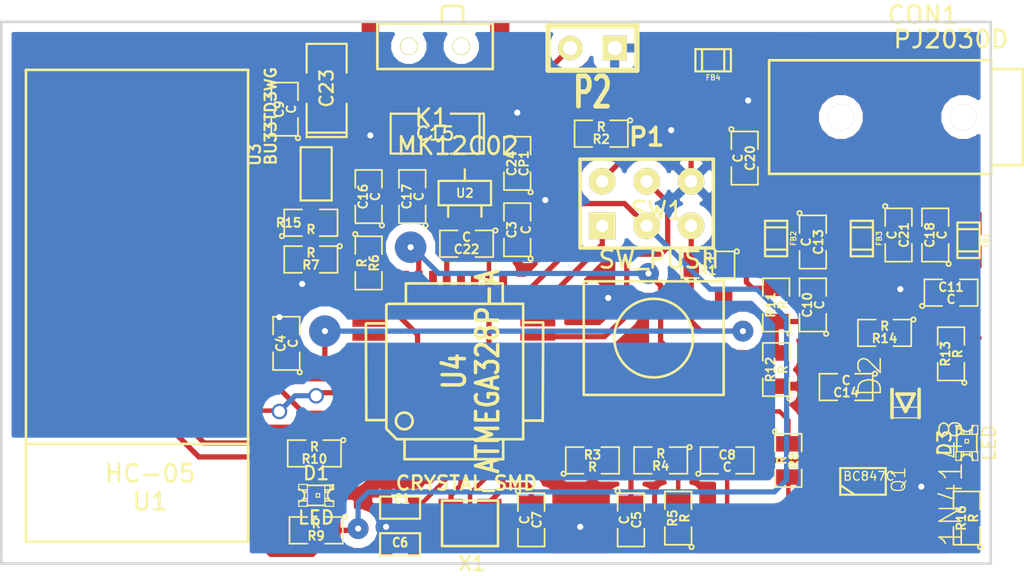
<source format=kicad_pcb>
(kicad_pcb (version 3) (host pcbnew "(2013-jul-07)-stable")

  (general
    (links 111)
    (no_connects 0)
    (area 103.924999 89.770999 162.729001 122.729)
    (thickness 1.6)
    (drawings 4)
    (tracks 371)
    (zones 0)
    (modules 55)
    (nets 40)
  )

  (page A3)
  (layers
    (15 F.Cu signal)
    (0 B.Cu signal)
    (16 B.Adhes user)
    (17 F.Adhes user)
    (18 B.Paste user)
    (19 F.Paste user)
    (20 B.SilkS user)
    (21 F.SilkS user)
    (22 B.Mask user)
    (23 F.Mask user)
    (24 Dwgs.User user)
    (25 Cmts.User user)
    (26 Eco1.User user)
    (27 Eco2.User user)
    (28 Edge.Cuts user)
  )

  (setup
    (last_trace_width 0.254)
    (user_trace_width 0.3)
    (trace_clearance 0.254)
    (zone_clearance 0.508)
    (zone_45_only no)
    (trace_min 0.254)
    (segment_width 0.2)
    (edge_width 0.15)
    (via_size 0.889)
    (via_drill 0.635)
    (via_min_size 0.889)
    (via_min_drill 0.508)
    (user_via 1.2 0.35)
    (user_via 1.8 0.35)
    (user_via 2 0.35)
    (uvia_size 0.508)
    (uvia_drill 0.127)
    (uvias_allowed no)
    (uvia_min_size 0.508)
    (uvia_min_drill 0.127)
    (pcb_text_width 0.3)
    (pcb_text_size 1 1)
    (mod_edge_width 0.15)
    (mod_text_size 1 1)
    (mod_text_width 0.15)
    (pad_size 1.524 1.524)
    (pad_drill 0.7)
    (pad_to_mask_clearance 0)
    (aux_axis_origin 0 0)
    (visible_elements FFFFFFBF)
    (pcbplotparams
      (layerselection 268468224)
      (usegerberextensions false)
      (excludeedgelayer true)
      (linewidth 0.150000)
      (plotframeref false)
      (viasonmask false)
      (mode 1)
      (useauxorigin false)
      (hpglpennumber 1)
      (hpglpenspeed 20)
      (hpglpendiameter 15)
      (hpglpenoverlay 2)
      (psnegative false)
      (psa4output false)
      (plotreference true)
      (plotvalue true)
      (plotothertext true)
      (plotinvisibletext false)
      (padsonsilk false)
      (subtractmaskfromsilk false)
      (outputformat 2)
      (mirror false)
      (drillshape 0)
      (scaleselection 1)
      (outputdirectory gerber/))
  )

  (net 0 "")
  (net 1 +BATT)
  (net 2 3V3)
  (net 3 DPTT)
  (net 4 ENABLE)
  (net 5 GND)
  (net 6 MIC)
  (net 7 MISO)
  (net 8 MOSI)
  (net 9 N-0000010)
  (net 10 N-0000011)
  (net 11 N-0000012)
  (net 12 N-0000014)
  (net 13 N-0000015)
  (net 14 N-0000017)
  (net 15 N-0000018)
  (net 16 N-0000019)
  (net 17 N-000002)
  (net 18 N-0000023)
  (net 19 N-0000024)
  (net 20 N-0000026)
  (net 21 N-0000027)
  (net 22 N-0000028)
  (net 23 N-000003)
  (net 24 N-0000030)
  (net 25 N-0000033)
  (net 26 N-000004)
  (net 27 N-000005)
  (net 28 N-0000059)
  (net 29 N-000006)
  (net 30 N-000007)
  (net 31 N-0000071)
  (net 32 N-0000072)
  (net 33 N-0000073)
  (net 34 N-000009)
  (net 35 PWR)
  (net 36 RESET)
  (net 37 SCK)
  (net 38 SPK)
  (net 39 VCC)

  (net_class Default "This is the default net class."
    (clearance 0.254)
    (trace_width 0.254)
    (via_dia 0.889)
    (via_drill 0.635)
    (uvia_dia 0.508)
    (uvia_drill 0.127)
    (add_net "")
    (add_net +BATT)
    (add_net 3V3)
    (add_net DPTT)
    (add_net ENABLE)
    (add_net GND)
    (add_net MIC)
    (add_net MISO)
    (add_net MOSI)
    (add_net N-0000010)
    (add_net N-0000011)
    (add_net N-0000012)
    (add_net N-0000014)
    (add_net N-0000015)
    (add_net N-0000017)
    (add_net N-0000018)
    (add_net N-0000019)
    (add_net N-000002)
    (add_net N-0000023)
    (add_net N-0000024)
    (add_net N-0000026)
    (add_net N-0000027)
    (add_net N-0000028)
    (add_net N-000003)
    (add_net N-0000030)
    (add_net N-0000033)
    (add_net N-000004)
    (add_net N-000005)
    (add_net N-0000059)
    (add_net N-000006)
    (add_net N-000007)
    (add_net N-0000071)
    (add_net N-0000072)
    (add_net N-0000073)
    (add_net N-000009)
    (add_net PWR)
    (add_net RESET)
    (add_net SCK)
    (add_net SPK)
    (add_net VCC)
  )

  (module TQFP32 (layer F.Cu) (tedit 562D2509) (tstamp 56269B88)
    (at 129.9 111 90)
    (path /561D5749)
    (fp_text reference U4 (at 0 0 90) (layer F.SilkS)
      (effects (font (size 1.27 1.016) (thickness 0.2032)))
    )
    (fp_text value ATMEGA328P-A (at 0 1.905 90) (layer F.SilkS)
      (effects (font (size 1.27 1.016) (thickness 0.2032)))
    )
    (fp_line (start 5.0292 2.7686) (end 3.8862 2.7686) (layer F.SilkS) (width 0.1524))
    (fp_line (start 5.0292 -2.7686) (end 3.9116 -2.7686) (layer F.SilkS) (width 0.1524))
    (fp_line (start 5.0292 2.7686) (end 5.0292 -2.7686) (layer F.SilkS) (width 0.1524))
    (fp_line (start 2.794 3.9624) (end 2.794 5.0546) (layer F.SilkS) (width 0.1524))
    (fp_line (start -2.8194 3.9878) (end -2.8194 5.0546) (layer F.SilkS) (width 0.1524))
    (fp_line (start -2.8448 5.0546) (end 2.794 5.08) (layer F.SilkS) (width 0.1524))
    (fp_line (start -2.794 -5.0292) (end 2.7178 -5.0546) (layer F.SilkS) (width 0.1524))
    (fp_line (start -3.8862 -3.2766) (end -3.8862 3.9116) (layer F.SilkS) (width 0.1524))
    (fp_line (start 2.7432 -5.0292) (end 2.7432 -3.9878) (layer F.SilkS) (width 0.1524))
    (fp_line (start -3.2512 -3.8862) (end 3.81 -3.8862) (layer F.SilkS) (width 0.1524))
    (fp_line (start 3.8608 3.937) (end 3.8608 -3.7846) (layer F.SilkS) (width 0.1524))
    (fp_line (start -3.8862 3.937) (end 3.7338 3.937) (layer F.SilkS) (width 0.1524))
    (fp_line (start -5.0292 -2.8448) (end -5.0292 2.794) (layer F.SilkS) (width 0.1524))
    (fp_line (start -5.0292 2.794) (end -3.8862 2.794) (layer F.SilkS) (width 0.1524))
    (fp_line (start -3.87604 -3.302) (end -3.29184 -3.8862) (layer F.SilkS) (width 0.1524))
    (fp_line (start -5.02412 -2.8448) (end -3.87604 -2.8448) (layer F.SilkS) (width 0.1524))
    (fp_line (start -2.794 -3.8862) (end -2.794 -5.03428) (layer F.SilkS) (width 0.1524))
    (fp_circle (center -2.83972 -2.86004) (end -2.43332 -2.60604) (layer F.SilkS) (width 0.1524))
    (pad 8 smd rect (at -4.81584 2.77622 90) (size 1.99898 0.44958)
      (layers F.Cu F.Paste F.Mask)
      (net 18 N-0000023)
    )
    (pad 7 smd rect (at -4.81584 1.97612 90) (size 1.99898 0.44958)
      (layers F.Cu F.Paste F.Mask)
      (net 19 N-0000024)
    )
    (pad 6 smd rect (at -4.81584 1.17602 90) (size 1.99898 0.44958)
      (layers F.Cu F.Paste F.Mask)
      (net 39 VCC)
    )
    (pad 5 smd rect (at -4.81584 0.37592 90) (size 1.99898 0.44958)
      (layers F.Cu F.Paste F.Mask)
      (net 5 GND)
    )
    (pad 4 smd rect (at -4.81584 -0.42418 90) (size 1.99898 0.44958)
      (layers F.Cu F.Paste F.Mask)
      (net 39 VCC)
    )
    (pad 3 smd rect (at -4.81584 -1.22428 90) (size 1.99898 0.44958)
      (layers F.Cu F.Paste F.Mask)
      (net 5 GND)
    )
    (pad 2 smd rect (at -4.81584 -2.02438 90) (size 1.99898 0.44958)
      (layers F.Cu F.Paste F.Mask)
    )
    (pad 1 smd rect (at -4.81584 -2.82448 90) (size 1.99898 0.44958)
      (layers F.Cu F.Paste F.Mask)
      (net 33 N-0000073)
    )
    (pad 24 smd rect (at 4.7498 -2.8194 90) (size 1.99898 0.44958)
      (layers F.Cu F.Paste F.Mask)
      (net 35 PWR)
    )
    (pad 17 smd rect (at 4.7498 2.794 90) (size 1.99898 0.44958)
      (layers F.Cu F.Paste F.Mask)
      (net 37 SCK)
    )
    (pad 18 smd rect (at 4.7498 1.9812 90) (size 1.99898 0.44958)
      (layers F.Cu F.Paste F.Mask)
      (net 39 VCC)
    )
    (pad 19 smd rect (at 4.7498 1.1684 90) (size 1.99898 0.44958)
      (layers F.Cu F.Paste F.Mask)
    )
    (pad 20 smd rect (at 4.7498 0.381 90) (size 1.99898 0.44958)
      (layers F.Cu F.Paste F.Mask)
    )
    (pad 21 smd rect (at 4.7498 -0.4318 90) (size 1.99898 0.44958)
      (layers F.Cu F.Paste F.Mask)
      (net 5 GND)
    )
    (pad 22 smd rect (at 4.7498 -1.2192 90) (size 1.99898 0.44958)
      (layers F.Cu F.Paste F.Mask)
    )
    (pad 23 smd rect (at 4.7498 -2.032 90) (size 1.99898 0.44958)
      (layers F.Cu F.Paste F.Mask)
      (net 38 SPK)
    )
    (pad 32 smd rect (at -2.82448 -4.826 90) (size 0.44958 1.99898)
      (layers F.Cu F.Paste F.Mask)
      (net 31 N-0000071)
    )
    (pad 31 smd rect (at -2.02692 -4.826 90) (size 0.44958 1.99898)
      (layers F.Cu F.Paste F.Mask)
      (net 28 N-0000059)
    )
    (pad 30 smd rect (at -1.22428 -4.826 90) (size 0.44958 1.99898)
      (layers F.Cu F.Paste F.Mask)
      (net 32 N-0000072)
    )
    (pad 29 smd rect (at -0.42672 -4.826 90) (size 0.44958 1.99898)
      (layers F.Cu F.Paste F.Mask)
      (net 36 RESET)
    )
    (pad 28 smd rect (at 0.37592 -4.826 90) (size 0.44958 1.99898)
      (layers F.Cu F.Paste F.Mask)
    )
    (pad 27 smd rect (at 1.17348 -4.826 90) (size 0.44958 1.99898)
      (layers F.Cu F.Paste F.Mask)
    )
    (pad 26 smd rect (at 1.97612 -4.826 90) (size 0.44958 1.99898)
      (layers F.Cu F.Paste F.Mask)
    )
    (pad 25 smd rect (at 2.77368 -4.826 90) (size 0.44958 1.99898)
      (layers F.Cu F.Paste F.Mask)
    )
    (pad 9 smd rect (at -2.8194 4.7752 90) (size 0.44958 1.99898)
      (layers F.Cu F.Paste F.Mask)
    )
    (pad 10 smd rect (at -2.032 4.7752 90) (size 0.44958 1.99898)
      (layers F.Cu F.Paste F.Mask)
      (net 27 N-000005)
    )
    (pad 11 smd rect (at -1.2192 4.7752 90) (size 0.44958 1.99898)
      (layers F.Cu F.Paste F.Mask)
      (net 22 N-0000028)
    )
    (pad 12 smd rect (at -0.4318 4.7752 90) (size 0.44958 1.99898)
      (layers F.Cu F.Paste F.Mask)
      (net 20 N-0000026)
    )
    (pad 13 smd rect (at 0.3556 4.7752 90) (size 0.44958 1.99898)
      (layers F.Cu F.Paste F.Mask)
    )
    (pad 14 smd rect (at 1.1684 4.7752 90) (size 0.44958 1.99898)
      (layers F.Cu F.Paste F.Mask)
      (net 3 DPTT)
    )
    (pad 15 smd rect (at 1.9812 4.7752 90) (size 0.44958 1.99898)
      (layers F.Cu F.Paste F.Mask)
      (net 8 MOSI)
    )
    (pad 16 smd rect (at 2.794 4.7752 90) (size 0.44958 1.99898)
      (layers F.Cu F.Paste F.Mask)
      (net 7 MISO)
    )
    (model smd/tqfp32.wrl
      (at (xyz 0 0 0))
      (scale (xyz 1 1 1))
      (rotate (xyz 0 0 0))
    )
  )

  (module SOT23_INV (layer F.Cu) (tedit 562D4143) (tstamp 56269B94)
    (at 153.3 117.3)
    (descr "SOT_23  PADS 1-2 inverted")
    (tags SOT23)
    (path /561EB010)
    (attr smd)
    (fp_text reference Q1 (at 1.99898 -0.09906 90) (layer F.SilkS)
      (effects (font (size 0.762 0.762) (thickness 0.0762)))
    )
    (fp_text value BC847C (at 0.3 -0.3) (layer F.SilkS)
      (effects (font (size 0.50038 0.50038) (thickness 0.0762)))
    )
    (fp_line (start -0.508 0.762) (end -1.27 0.254) (layer F.SilkS) (width 0.127))
    (fp_line (start 1.27 0.762) (end -1.3335 0.762) (layer F.SilkS) (width 0.127))
    (fp_line (start -1.3335 0.762) (end -1.3335 -0.762) (layer F.SilkS) (width 0.127))
    (fp_line (start -1.3335 -0.762) (end 1.27 -0.762) (layer F.SilkS) (width 0.127))
    (fp_line (start 1.27 -0.762) (end 1.27 0.762) (layer F.SilkS) (width 0.127))
    (pad 3 smd rect (at 0 -1.27) (size 0.70104 1.00076)
      (layers F.Cu F.Paste F.Mask)
      (net 23 N-000003)
    )
    (pad 1 smd rect (at 0.9525 1.27) (size 0.70104 1.00076)
      (layers F.Cu F.Paste F.Mask)
      (net 5 GND)
    )
    (pad 2 smd rect (at -0.9525 1.27) (size 0.70104 1.00076)
      (layers F.Cu F.Paste F.Mask)
      (net 11 N-0000012)
    )
    (model smd/SOT23_6.wrl
      (at (xyz 0 0 0))
      (scale (xyz 0.11 0.11 0.11))
      (rotate (xyz 0 0 -180))
    )
  )

  (module sot23 (layer F.Cu) (tedit 562D2F65) (tstamp 56269BA2)
    (at 130.5 100.8)
    (descr SOT23)
    (path /56200920)
    (attr smd)
    (fp_text reference U2 (at 0 0) (layer F.SilkS)
      (effects (font (size 0.50038 0.50038) (thickness 0.09906)))
    )
    (fp_text value APE8800N (at 0 0.09906) (layer F.SilkS) hide
      (effects (font (size 0.50038 0.50038) (thickness 0.09906)))
    )
    (fp_line (start 0.9525 0.6985) (end 0.9525 1.3589) (layer F.SilkS) (width 0.127))
    (fp_line (start -0.9525 0.6985) (end -0.9525 1.3589) (layer F.SilkS) (width 0.127))
    (fp_line (start 0 -0.6985) (end 0 -1.3589) (layer F.SilkS) (width 0.127))
    (fp_line (start -1.4986 -0.6985) (end 1.4986 -0.6985) (layer F.SilkS) (width 0.127))
    (fp_line (start 1.4986 -0.6985) (end 1.4986 0.6985) (layer F.SilkS) (width 0.127))
    (fp_line (start 1.4986 0.6985) (end -1.4986 0.6985) (layer F.SilkS) (width 0.127))
    (fp_line (start -1.4986 0.6985) (end -1.4986 -0.6985) (layer F.SilkS) (width 0.127))
    (pad 1 smd rect (at -0.9525 1.05664) (size 0.59944 1.00076)
      (layers F.Cu F.Paste F.Mask)
      (net 5 GND)
    )
    (pad 2 smd rect (at 0 -1.05664) (size 0.59944 1.00076)
      (layers F.Cu F.Paste F.Mask)
      (net 1 +BATT)
    )
    (pad 3 smd rect (at 0.9525 1.05664) (size 0.59944 1.00076)
      (layers F.Cu F.Paste F.Mask)
      (net 39 VCC)
    )
    (model smd/smd_transistors/sot23.wrl
      (at (xyz 0 0 0))
      (scale (xyz 1 1 1))
      (rotate (xyz 0 0 0))
    )
  )

  (module SM0805 (layer F.Cu) (tedit 5091495C) (tstamp 56269BAF)
    (at 157.4 103.2 90)
    (path /56215669)
    (attr smd)
    (fp_text reference C18 (at 0 -0.3175 90) (layer F.SilkS)
      (effects (font (size 0.50038 0.50038) (thickness 0.10922)))
    )
    (fp_text value C (at 0 0.381 90) (layer F.SilkS)
      (effects (font (size 0.50038 0.50038) (thickness 0.10922)))
    )
    (fp_circle (center -1.651 0.762) (end -1.651 0.635) (layer F.SilkS) (width 0.09906))
    (fp_line (start -0.508 0.762) (end -1.524 0.762) (layer F.SilkS) (width 0.09906))
    (fp_line (start -1.524 0.762) (end -1.524 -0.762) (layer F.SilkS) (width 0.09906))
    (fp_line (start -1.524 -0.762) (end -0.508 -0.762) (layer F.SilkS) (width 0.09906))
    (fp_line (start 0.508 -0.762) (end 1.524 -0.762) (layer F.SilkS) (width 0.09906))
    (fp_line (start 1.524 -0.762) (end 1.524 0.762) (layer F.SilkS) (width 0.09906))
    (fp_line (start 1.524 0.762) (end 0.508 0.762) (layer F.SilkS) (width 0.09906))
    (pad 1 smd rect (at -0.9525 0 90) (size 0.889 1.397)
      (layers F.Cu F.Paste F.Mask)
      (net 5 GND)
    )
    (pad 2 smd rect (at 0.9525 0 90) (size 0.889 1.397)
      (layers F.Cu F.Paste F.Mask)
      (net 13 N-0000015)
    )
    (model smd/chip_cms.wrl
      (at (xyz 0 0 0))
      (scale (xyz 0.1 0.1 0.1))
      (rotate (xyz 0 0 0))
    )
  )

  (module SM0805 (layer F.Cu) (tedit 5091495C) (tstamp 56269BC9)
    (at 130.6 103.7 180)
    (path /5620092F)
    (attr smd)
    (fp_text reference C22 (at 0 -0.3175 180) (layer F.SilkS)
      (effects (font (size 0.50038 0.50038) (thickness 0.10922)))
    )
    (fp_text value C (at 0 0.381 180) (layer F.SilkS)
      (effects (font (size 0.50038 0.50038) (thickness 0.10922)))
    )
    (fp_circle (center -1.651 0.762) (end -1.651 0.635) (layer F.SilkS) (width 0.09906))
    (fp_line (start -0.508 0.762) (end -1.524 0.762) (layer F.SilkS) (width 0.09906))
    (fp_line (start -1.524 0.762) (end -1.524 -0.762) (layer F.SilkS) (width 0.09906))
    (fp_line (start -1.524 -0.762) (end -0.508 -0.762) (layer F.SilkS) (width 0.09906))
    (fp_line (start 0.508 -0.762) (end 1.524 -0.762) (layer F.SilkS) (width 0.09906))
    (fp_line (start 1.524 -0.762) (end 1.524 0.762) (layer F.SilkS) (width 0.09906))
    (fp_line (start 1.524 0.762) (end 0.508 0.762) (layer F.SilkS) (width 0.09906))
    (pad 1 smd rect (at -0.9525 0 180) (size 0.889 1.397)
      (layers F.Cu F.Paste F.Mask)
      (net 39 VCC)
    )
    (pad 2 smd rect (at 0.9525 0 180) (size 0.889 1.397)
      (layers F.Cu F.Paste F.Mask)
      (net 5 GND)
    )
    (model smd/chip_cms.wrl
      (at (xyz 0 0 0))
      (scale (xyz 0.1 0.1 0.1))
      (rotate (xyz 0 0 0))
    )
  )

  (module SM0805 (layer F.Cu) (tedit 5091495C) (tstamp 56310CEA)
    (at 127.5 101 90)
    (path /5620093E)
    (attr smd)
    (fp_text reference C17 (at 0 -0.3175 90) (layer F.SilkS)
      (effects (font (size 0.50038 0.50038) (thickness 0.10922)))
    )
    (fp_text value C (at 0 0.381 90) (layer F.SilkS)
      (effects (font (size 0.50038 0.50038) (thickness 0.10922)))
    )
    (fp_circle (center -1.651 0.762) (end -1.651 0.635) (layer F.SilkS) (width 0.09906))
    (fp_line (start -0.508 0.762) (end -1.524 0.762) (layer F.SilkS) (width 0.09906))
    (fp_line (start -1.524 0.762) (end -1.524 -0.762) (layer F.SilkS) (width 0.09906))
    (fp_line (start -1.524 -0.762) (end -0.508 -0.762) (layer F.SilkS) (width 0.09906))
    (fp_line (start 0.508 -0.762) (end 1.524 -0.762) (layer F.SilkS) (width 0.09906))
    (fp_line (start 1.524 -0.762) (end 1.524 0.762) (layer F.SilkS) (width 0.09906))
    (fp_line (start 1.524 0.762) (end 0.508 0.762) (layer F.SilkS) (width 0.09906))
    (pad 1 smd rect (at -0.9525 0 90) (size 0.889 1.397)
      (layers F.Cu F.Paste F.Mask)
      (net 1 +BATT)
    )
    (pad 2 smd rect (at 0.9525 0 90) (size 0.889 1.397)
      (layers F.Cu F.Paste F.Mask)
      (net 5 GND)
    )
    (model smd/chip_cms.wrl
      (at (xyz 0 0 0))
      (scale (xyz 0.1 0.1 0.1))
      (rotate (xyz 0 0 0))
    )
  )

  (module SM0805 (layer F.Cu) (tedit 562D280F) (tstamp 56269BE3)
    (at 121.7 102.5)
    (path /56227DBF)
    (attr smd)
    (fp_text reference R15 (at -1.27 0) (layer F.SilkS)
      (effects (font (size 0.50038 0.50038) (thickness 0.10922)))
    )
    (fp_text value R (at 0 0.381) (layer F.SilkS)
      (effects (font (size 0.50038 0.50038) (thickness 0.10922)))
    )
    (fp_circle (center -1.651 0.762) (end -1.651 0.635) (layer F.SilkS) (width 0.09906))
    (fp_line (start -0.508 0.762) (end -1.524 0.762) (layer F.SilkS) (width 0.09906))
    (fp_line (start -1.524 0.762) (end -1.524 -0.762) (layer F.SilkS) (width 0.09906))
    (fp_line (start -1.524 -0.762) (end -0.508 -0.762) (layer F.SilkS) (width 0.09906))
    (fp_line (start 0.508 -0.762) (end 1.524 -0.762) (layer F.SilkS) (width 0.09906))
    (fp_line (start 1.524 -0.762) (end 1.524 0.762) (layer F.SilkS) (width 0.09906))
    (fp_line (start 1.524 0.762) (end 0.508 0.762) (layer F.SilkS) (width 0.09906))
    (pad 1 smd rect (at -0.9525 0) (size 0.889 1.397)
      (layers F.Cu F.Paste F.Mask)
      (net 4 ENABLE)
    )
    (pad 2 smd rect (at 0.9525 0) (size 0.889 1.397)
      (layers F.Cu F.Paste F.Mask)
      (net 1 +BATT)
    )
    (model smd/chip_cms.wrl
      (at (xyz 0 0 0))
      (scale (xyz 0.1 0.1 0.1))
      (rotate (xyz 0 0 0))
    )
  )

  (module SM0805 (layer F.Cu) (tedit 5091495C) (tstamp 56310D06)
    (at 125 101 90)
    (path /56227966)
    (attr smd)
    (fp_text reference C16 (at 0 -0.3175 90) (layer F.SilkS)
      (effects (font (size 0.50038 0.50038) (thickness 0.10922)))
    )
    (fp_text value C (at 0 0.381 90) (layer F.SilkS)
      (effects (font (size 0.50038 0.50038) (thickness 0.10922)))
    )
    (fp_circle (center -1.651 0.762) (end -1.651 0.635) (layer F.SilkS) (width 0.09906))
    (fp_line (start -0.508 0.762) (end -1.524 0.762) (layer F.SilkS) (width 0.09906))
    (fp_line (start -1.524 0.762) (end -1.524 -0.762) (layer F.SilkS) (width 0.09906))
    (fp_line (start -1.524 -0.762) (end -0.508 -0.762) (layer F.SilkS) (width 0.09906))
    (fp_line (start 0.508 -0.762) (end 1.524 -0.762) (layer F.SilkS) (width 0.09906))
    (fp_line (start 1.524 -0.762) (end 1.524 0.762) (layer F.SilkS) (width 0.09906))
    (fp_line (start 1.524 0.762) (end 0.508 0.762) (layer F.SilkS) (width 0.09906))
    (pad 1 smd rect (at -0.9525 0 90) (size 0.889 1.397)
      (layers F.Cu F.Paste F.Mask)
      (net 1 +BATT)
    )
    (pad 2 smd rect (at 0.9525 0 90) (size 0.889 1.397)
      (layers F.Cu F.Paste F.Mask)
      (net 5 GND)
    )
    (model smd/chip_cms.wrl
      (at (xyz 0 0 0))
      (scale (xyz 0.1 0.1 0.1))
      (rotate (xyz 0 0 0))
    )
  )

  (module SM0805 (layer F.Cu) (tedit 5091495C) (tstamp 56269C0A)
    (at 120.3 109.4 90)
    (path /56224451)
    (attr smd)
    (fp_text reference C4 (at 0 -0.3175 90) (layer F.SilkS)
      (effects (font (size 0.50038 0.50038) (thickness 0.10922)))
    )
    (fp_text value C (at 0 0.381 90) (layer F.SilkS)
      (effects (font (size 0.50038 0.50038) (thickness 0.10922)))
    )
    (fp_circle (center -1.651 0.762) (end -1.651 0.635) (layer F.SilkS) (width 0.09906))
    (fp_line (start -0.508 0.762) (end -1.524 0.762) (layer F.SilkS) (width 0.09906))
    (fp_line (start -1.524 0.762) (end -1.524 -0.762) (layer F.SilkS) (width 0.09906))
    (fp_line (start -1.524 -0.762) (end -0.508 -0.762) (layer F.SilkS) (width 0.09906))
    (fp_line (start 0.508 -0.762) (end 1.524 -0.762) (layer F.SilkS) (width 0.09906))
    (fp_line (start 1.524 -0.762) (end 1.524 0.762) (layer F.SilkS) (width 0.09906))
    (fp_line (start 1.524 0.762) (end 0.508 0.762) (layer F.SilkS) (width 0.09906))
    (pad 1 smd rect (at -0.9525 0 90) (size 0.889 1.397)
      (layers F.Cu F.Paste F.Mask)
      (net 36 RESET)
    )
    (pad 2 smd rect (at 0.9525 0 90) (size 0.889 1.397)
      (layers F.Cu F.Paste F.Mask)
      (net 5 GND)
    )
    (model smd/chip_cms.wrl
      (at (xyz 0 0 0))
      (scale (xyz 0.1 0.1 0.1))
      (rotate (xyz 0 0 0))
    )
  )

  (module SM0805 (layer F.Cu) (tedit 5091495C) (tstamp 563265FB)
    (at 144.4 104.9 180)
    (path /56224431)
    (attr smd)
    (fp_text reference R1 (at 0 -0.3175 180) (layer F.SilkS)
      (effects (font (size 0.50038 0.50038) (thickness 0.10922)))
    )
    (fp_text value R (at 0 0.381 180) (layer F.SilkS)
      (effects (font (size 0.50038 0.50038) (thickness 0.10922)))
    )
    (fp_circle (center -1.651 0.762) (end -1.651 0.635) (layer F.SilkS) (width 0.09906))
    (fp_line (start -0.508 0.762) (end -1.524 0.762) (layer F.SilkS) (width 0.09906))
    (fp_line (start -1.524 0.762) (end -1.524 -0.762) (layer F.SilkS) (width 0.09906))
    (fp_line (start -1.524 -0.762) (end -0.508 -0.762) (layer F.SilkS) (width 0.09906))
    (fp_line (start 0.508 -0.762) (end 1.524 -0.762) (layer F.SilkS) (width 0.09906))
    (fp_line (start 1.524 -0.762) (end 1.524 0.762) (layer F.SilkS) (width 0.09906))
    (fp_line (start 1.524 0.762) (end 0.508 0.762) (layer F.SilkS) (width 0.09906))
    (pad 1 smd rect (at -0.9525 0 180) (size 0.889 1.397)
      (layers F.Cu F.Paste F.Mask)
      (net 39 VCC)
    )
    (pad 2 smd rect (at 0.9525 0 180) (size 0.889 1.397)
      (layers F.Cu F.Paste F.Mask)
      (net 36 RESET)
    )
    (model smd/chip_cms.wrl
      (at (xyz 0 0 0))
      (scale (xyz 0.1 0.1 0.1))
      (rotate (xyz 0 0 0))
    )
  )

  (module SM0805 (layer F.Cu) (tedit 5091495C) (tstamp 56269C24)
    (at 154.5 108.8 180)
    (path /562229C6)
    (attr smd)
    (fp_text reference R14 (at 0 -0.3175 180) (layer F.SilkS)
      (effects (font (size 0.50038 0.50038) (thickness 0.10922)))
    )
    (fp_text value R (at 0 0.381 180) (layer F.SilkS)
      (effects (font (size 0.50038 0.50038) (thickness 0.10922)))
    )
    (fp_circle (center -1.651 0.762) (end -1.651 0.635) (layer F.SilkS) (width 0.09906))
    (fp_line (start -0.508 0.762) (end -1.524 0.762) (layer F.SilkS) (width 0.09906))
    (fp_line (start -1.524 0.762) (end -1.524 -0.762) (layer F.SilkS) (width 0.09906))
    (fp_line (start -1.524 -0.762) (end -0.508 -0.762) (layer F.SilkS) (width 0.09906))
    (fp_line (start 0.508 -0.762) (end 1.524 -0.762) (layer F.SilkS) (width 0.09906))
    (fp_line (start 1.524 -0.762) (end 1.524 0.762) (layer F.SilkS) (width 0.09906))
    (fp_line (start 1.524 0.762) (end 0.508 0.762) (layer F.SilkS) (width 0.09906))
    (pad 1 smd rect (at -0.9525 0 180) (size 0.889 1.397)
      (layers F.Cu F.Paste F.Mask)
      (net 26 N-000004)
    )
    (pad 2 smd rect (at 0.9525 0 180) (size 0.889 1.397)
      (layers F.Cu F.Paste F.Mask)
      (net 17 N-000002)
    )
    (model smd/chip_cms.wrl
      (at (xyz 0 0 0))
      (scale (xyz 0.1 0.1 0.1))
      (rotate (xyz 0 0 0))
    )
  )

  (module SM0805 (layer F.Cu) (tedit 5091495C) (tstamp 56269C31)
    (at 133.5 99.1 90)
    (path /562237ED)
    (attr smd)
    (fp_text reference C24 (at 0 -0.3175 90) (layer F.SilkS)
      (effects (font (size 0.50038 0.50038) (thickness 0.10922)))
    )
    (fp_text value CP1 (at 0 0.381 90) (layer F.SilkS)
      (effects (font (size 0.50038 0.50038) (thickness 0.10922)))
    )
    (fp_circle (center -1.651 0.762) (end -1.651 0.635) (layer F.SilkS) (width 0.09906))
    (fp_line (start -0.508 0.762) (end -1.524 0.762) (layer F.SilkS) (width 0.09906))
    (fp_line (start -1.524 0.762) (end -1.524 -0.762) (layer F.SilkS) (width 0.09906))
    (fp_line (start -1.524 -0.762) (end -0.508 -0.762) (layer F.SilkS) (width 0.09906))
    (fp_line (start 0.508 -0.762) (end 1.524 -0.762) (layer F.SilkS) (width 0.09906))
    (fp_line (start 1.524 -0.762) (end 1.524 0.762) (layer F.SilkS) (width 0.09906))
    (fp_line (start 1.524 0.762) (end 0.508 0.762) (layer F.SilkS) (width 0.09906))
    (pad 1 smd rect (at -0.9525 0 90) (size 0.889 1.397)
      (layers F.Cu F.Paste F.Mask)
      (net 39 VCC)
    )
    (pad 2 smd rect (at 0.9525 0 90) (size 0.889 1.397)
      (layers F.Cu F.Paste F.Mask)
      (net 5 GND)
    )
    (model smd/chip_cms.wrl
      (at (xyz 0 0 0))
      (scale (xyz 0.1 0.1 0.1))
      (rotate (xyz 0 0 0))
    )
  )

  (module SM0805 (layer F.Cu) (tedit 5091495C) (tstamp 56269C3E)
    (at 146.5 98.8 270)
    (path /56215678)
    (attr smd)
    (fp_text reference C20 (at 0 -0.3175 270) (layer F.SilkS)
      (effects (font (size 0.50038 0.50038) (thickness 0.10922)))
    )
    (fp_text value C (at 0 0.381 270) (layer F.SilkS)
      (effects (font (size 0.50038 0.50038) (thickness 0.10922)))
    )
    (fp_circle (center -1.651 0.762) (end -1.651 0.635) (layer F.SilkS) (width 0.09906))
    (fp_line (start -0.508 0.762) (end -1.524 0.762) (layer F.SilkS) (width 0.09906))
    (fp_line (start -1.524 0.762) (end -1.524 -0.762) (layer F.SilkS) (width 0.09906))
    (fp_line (start -1.524 -0.762) (end -0.508 -0.762) (layer F.SilkS) (width 0.09906))
    (fp_line (start 0.508 -0.762) (end 1.524 -0.762) (layer F.SilkS) (width 0.09906))
    (fp_line (start 1.524 -0.762) (end 1.524 0.762) (layer F.SilkS) (width 0.09906))
    (fp_line (start 1.524 0.762) (end 0.508 0.762) (layer F.SilkS) (width 0.09906))
    (pad 1 smd rect (at -0.9525 0 270) (size 0.889 1.397)
      (layers F.Cu F.Paste F.Mask)
      (net 5 GND)
    )
    (pad 2 smd rect (at 0.9525 0 270) (size 0.889 1.397)
      (layers F.Cu F.Paste F.Mask)
      (net 15 N-0000018)
    )
    (model smd/chip_cms.wrl
      (at (xyz 0 0 0))
      (scale (xyz 0.1 0.1 0.1))
      (rotate (xyz 0 0 0))
    )
  )

  (module SM0805 (layer F.Cu) (tedit 5091495C) (tstamp 56269C58)
    (at 155.3 103.2 270)
    (path /56215696)
    (attr smd)
    (fp_text reference C21 (at 0 -0.3175 270) (layer F.SilkS)
      (effects (font (size 0.50038 0.50038) (thickness 0.10922)))
    )
    (fp_text value C (at 0 0.381 270) (layer F.SilkS)
      (effects (font (size 0.50038 0.50038) (thickness 0.10922)))
    )
    (fp_circle (center -1.651 0.762) (end -1.651 0.635) (layer F.SilkS) (width 0.09906))
    (fp_line (start -0.508 0.762) (end -1.524 0.762) (layer F.SilkS) (width 0.09906))
    (fp_line (start -1.524 0.762) (end -1.524 -0.762) (layer F.SilkS) (width 0.09906))
    (fp_line (start -1.524 -0.762) (end -0.508 -0.762) (layer F.SilkS) (width 0.09906))
    (fp_line (start 0.508 -0.762) (end 1.524 -0.762) (layer F.SilkS) (width 0.09906))
    (fp_line (start 1.524 -0.762) (end 1.524 0.762) (layer F.SilkS) (width 0.09906))
    (fp_line (start 1.524 0.762) (end 0.508 0.762) (layer F.SilkS) (width 0.09906))
    (pad 1 smd rect (at -0.9525 0 270) (size 0.889 1.397)
      (layers F.Cu F.Paste F.Mask)
      (net 14 N-0000017)
    )
    (pad 2 smd rect (at 0.9525 0 270) (size 0.889 1.397)
      (layers F.Cu F.Paste F.Mask)
      (net 5 GND)
    )
    (model smd/chip_cms.wrl
      (at (xyz 0 0 0))
      (scale (xyz 0.1 0.1 0.1))
      (rotate (xyz 0 0 0))
    )
  )

  (module SM0805 (layer F.Cu) (tedit 5091495C) (tstamp 563265ED)
    (at 150.4 103.6 270)
    (path /56215CF9)
    (attr smd)
    (fp_text reference C13 (at 0 -0.3175 270) (layer F.SilkS)
      (effects (font (size 0.50038 0.50038) (thickness 0.10922)))
    )
    (fp_text value C (at 0 0.381 270) (layer F.SilkS)
      (effects (font (size 0.50038 0.50038) (thickness 0.10922)))
    )
    (fp_circle (center -1.651 0.762) (end -1.651 0.635) (layer F.SilkS) (width 0.09906))
    (fp_line (start -0.508 0.762) (end -1.524 0.762) (layer F.SilkS) (width 0.09906))
    (fp_line (start -1.524 0.762) (end -1.524 -0.762) (layer F.SilkS) (width 0.09906))
    (fp_line (start -1.524 -0.762) (end -0.508 -0.762) (layer F.SilkS) (width 0.09906))
    (fp_line (start 0.508 -0.762) (end 1.524 -0.762) (layer F.SilkS) (width 0.09906))
    (fp_line (start 1.524 -0.762) (end 1.524 0.762) (layer F.SilkS) (width 0.09906))
    (fp_line (start 1.524 0.762) (end 0.508 0.762) (layer F.SilkS) (width 0.09906))
    (pad 1 smd rect (at -0.9525 0 270) (size 0.889 1.397)
      (layers F.Cu F.Paste F.Mask)
      (net 5 GND)
    )
    (pad 2 smd rect (at 0.9525 0 270) (size 0.889 1.397)
      (layers F.Cu F.Paste F.Mask)
      (net 34 N-000009)
    )
    (model smd/chip_cms.wrl
      (at (xyz 0 0 0))
      (scale (xyz 0.1 0.1 0.1))
      (rotate (xyz 0 0 0))
    )
  )

  (module SM0805 (layer F.Cu) (tedit 562D29E3) (tstamp 56269C72)
    (at 158.3 106.5)
    (path /56215D12)
    (attr smd)
    (fp_text reference C11 (at 0 -0.3175) (layer F.SilkS)
      (effects (font (size 0.50038 0.50038) (thickness 0.10922)))
    )
    (fp_text value C (at 0 0.381) (layer F.SilkS)
      (effects (font (size 0.50038 0.50038) (thickness 0.10922)))
    )
    (fp_circle (center -1.651 0.762) (end -1.651 0.635) (layer F.SilkS) (width 0.09906))
    (fp_line (start -0.508 0.762) (end -1.524 0.762) (layer F.SilkS) (width 0.09906))
    (fp_line (start -1.524 0.762) (end -1.524 -0.762) (layer F.SilkS) (width 0.09906))
    (fp_line (start -1.524 -0.762) (end -0.508 -0.762) (layer F.SilkS) (width 0.09906))
    (fp_line (start 0.508 -0.762) (end 1.524 -0.762) (layer F.SilkS) (width 0.09906))
    (fp_line (start 1.524 -0.762) (end 1.524 0.762) (layer F.SilkS) (width 0.09906))
    (fp_line (start 1.524 0.762) (end 0.508 0.762) (layer F.SilkS) (width 0.09906))
    (pad 1 smd rect (at -0.9525 0) (size 0.889 1.397)
      (layers F.Cu F.Paste F.Mask)
      (net 5 GND)
    )
    (pad 2 smd rect (at 0.9525 0) (size 0.889 1.397)
      (layers F.Cu F.Paste F.Mask)
      (net 6 MIC)
    )
    (model smd/chip_cms.wrl
      (at (xyz 0 0 0))
      (scale (xyz 0.1 0.1 0.1))
      (rotate (xyz 0 0 0))
    )
  )

  (module SM0805 (layer F.Cu) (tedit 5091495C) (tstamp 56269C7F)
    (at 152.3 111.9 180)
    (path /56215D21)
    (attr smd)
    (fp_text reference C14 (at 0 -0.3175 180) (layer F.SilkS)
      (effects (font (size 0.50038 0.50038) (thickness 0.10922)))
    )
    (fp_text value C (at 0 0.381 180) (layer F.SilkS)
      (effects (font (size 0.50038 0.50038) (thickness 0.10922)))
    )
    (fp_circle (center -1.651 0.762) (end -1.651 0.635) (layer F.SilkS) (width 0.09906))
    (fp_line (start -0.508 0.762) (end -1.524 0.762) (layer F.SilkS) (width 0.09906))
    (fp_line (start -1.524 0.762) (end -1.524 -0.762) (layer F.SilkS) (width 0.09906))
    (fp_line (start -1.524 -0.762) (end -0.508 -0.762) (layer F.SilkS) (width 0.09906))
    (fp_line (start 0.508 -0.762) (end 1.524 -0.762) (layer F.SilkS) (width 0.09906))
    (fp_line (start 1.524 -0.762) (end 1.524 0.762) (layer F.SilkS) (width 0.09906))
    (fp_line (start 1.524 0.762) (end 0.508 0.762) (layer F.SilkS) (width 0.09906))
    (pad 1 smd rect (at -0.9525 0 180) (size 0.889 1.397)
      (layers F.Cu F.Paste F.Mask)
      (net 17 N-000002)
    )
    (pad 2 smd rect (at 0.9525 0 180) (size 0.889 1.397)
      (layers F.Cu F.Paste F.Mask)
      (net 5 GND)
    )
    (model smd/chip_cms.wrl
      (at (xyz 0 0 0))
      (scale (xyz 0.1 0.1 0.1))
      (rotate (xyz 0 0 0))
    )
  )

  (module SM0805 (layer F.Cu) (tedit 5091495C) (tstamp 56269C99)
    (at 125 104.8 270)
    (path /562169DA)
    (attr smd)
    (fp_text reference R6 (at 0 -0.3175 270) (layer F.SilkS)
      (effects (font (size 0.50038 0.50038) (thickness 0.10922)))
    )
    (fp_text value R (at 0 0.381 270) (layer F.SilkS)
      (effects (font (size 0.50038 0.50038) (thickness 0.10922)))
    )
    (fp_circle (center -1.651 0.762) (end -1.651 0.635) (layer F.SilkS) (width 0.09906))
    (fp_line (start -0.508 0.762) (end -1.524 0.762) (layer F.SilkS) (width 0.09906))
    (fp_line (start -1.524 0.762) (end -1.524 -0.762) (layer F.SilkS) (width 0.09906))
    (fp_line (start -1.524 -0.762) (end -0.508 -0.762) (layer F.SilkS) (width 0.09906))
    (fp_line (start 0.508 -0.762) (end 1.524 -0.762) (layer F.SilkS) (width 0.09906))
    (fp_line (start 1.524 -0.762) (end 1.524 0.762) (layer F.SilkS) (width 0.09906))
    (fp_line (start 1.524 0.762) (end 0.508 0.762) (layer F.SilkS) (width 0.09906))
    (pad 1 smd rect (at -0.9525 0 270) (size 0.889 1.397)
      (layers F.Cu F.Paste F.Mask)
      (net 1 +BATT)
    )
    (pad 2 smd rect (at 0.9525 0 270) (size 0.889 1.397)
      (layers F.Cu F.Paste F.Mask)
      (net 35 PWR)
    )
    (model smd/chip_cms.wrl
      (at (xyz 0 0 0))
      (scale (xyz 0.1 0.1 0.1))
      (rotate (xyz 0 0 0))
    )
  )

  (module SM0805 (layer F.Cu) (tedit 5091495C) (tstamp 56269CA6)
    (at 121.7 104.6 180)
    (path /562169E9)
    (attr smd)
    (fp_text reference R7 (at 0 -0.3175 180) (layer F.SilkS)
      (effects (font (size 0.50038 0.50038) (thickness 0.10922)))
    )
    (fp_text value R (at 0 0.381 180) (layer F.SilkS)
      (effects (font (size 0.50038 0.50038) (thickness 0.10922)))
    )
    (fp_circle (center -1.651 0.762) (end -1.651 0.635) (layer F.SilkS) (width 0.09906))
    (fp_line (start -0.508 0.762) (end -1.524 0.762) (layer F.SilkS) (width 0.09906))
    (fp_line (start -1.524 0.762) (end -1.524 -0.762) (layer F.SilkS) (width 0.09906))
    (fp_line (start -1.524 -0.762) (end -0.508 -0.762) (layer F.SilkS) (width 0.09906))
    (fp_line (start 0.508 -0.762) (end 1.524 -0.762) (layer F.SilkS) (width 0.09906))
    (fp_line (start 1.524 -0.762) (end 1.524 0.762) (layer F.SilkS) (width 0.09906))
    (fp_line (start 1.524 0.762) (end 0.508 0.762) (layer F.SilkS) (width 0.09906))
    (pad 1 smd rect (at -0.9525 0 180) (size 0.889 1.397)
      (layers F.Cu F.Paste F.Mask)
      (net 35 PWR)
    )
    (pad 2 smd rect (at 0.9525 0 180) (size 0.889 1.397)
      (layers F.Cu F.Paste F.Mask)
      (net 5 GND)
    )
    (model smd/chip_cms.wrl
      (at (xyz 0 0 0))
      (scale (xyz 0.1 0.1 0.1))
      (rotate (xyz 0 0 0))
    )
  )

  (module SM0805 (layer F.Cu) (tedit 5091495C) (tstamp 56269CB3)
    (at 140 119.5 270)
    (path /561EBFAA)
    (attr smd)
    (fp_text reference C5 (at 0 -0.3175 270) (layer F.SilkS)
      (effects (font (size 0.50038 0.50038) (thickness 0.10922)))
    )
    (fp_text value C (at 0 0.381 270) (layer F.SilkS)
      (effects (font (size 0.50038 0.50038) (thickness 0.10922)))
    )
    (fp_circle (center -1.651 0.762) (end -1.651 0.635) (layer F.SilkS) (width 0.09906))
    (fp_line (start -0.508 0.762) (end -1.524 0.762) (layer F.SilkS) (width 0.09906))
    (fp_line (start -1.524 0.762) (end -1.524 -0.762) (layer F.SilkS) (width 0.09906))
    (fp_line (start -1.524 -0.762) (end -0.508 -0.762) (layer F.SilkS) (width 0.09906))
    (fp_line (start 0.508 -0.762) (end 1.524 -0.762) (layer F.SilkS) (width 0.09906))
    (fp_line (start 1.524 -0.762) (end 1.524 0.762) (layer F.SilkS) (width 0.09906))
    (fp_line (start 1.524 0.762) (end 0.508 0.762) (layer F.SilkS) (width 0.09906))
    (pad 1 smd rect (at -0.9525 0 270) (size 0.889 1.397)
      (layers F.Cu F.Paste F.Mask)
      (net 9 N-0000010)
    )
    (pad 2 smd rect (at 0.9525 0 270) (size 0.889 1.397)
      (layers F.Cu F.Paste F.Mask)
      (net 5 GND)
    )
    (model smd/chip_cms.wrl
      (at (xyz 0 0 0))
      (scale (xyz 0.1 0.1 0.1))
      (rotate (xyz 0 0 0))
    )
  )

  (module SM0805 (layer F.Cu) (tedit 5091495C) (tstamp 56269CC0)
    (at 120.2 96 90)
    (path /561E9CFD)
    (attr smd)
    (fp_text reference C9 (at 0 -0.3175 90) (layer F.SilkS)
      (effects (font (size 0.50038 0.50038) (thickness 0.10922)))
    )
    (fp_text value C (at 0 0.381 90) (layer F.SilkS)
      (effects (font (size 0.50038 0.50038) (thickness 0.10922)))
    )
    (fp_circle (center -1.651 0.762) (end -1.651 0.635) (layer F.SilkS) (width 0.09906))
    (fp_line (start -0.508 0.762) (end -1.524 0.762) (layer F.SilkS) (width 0.09906))
    (fp_line (start -1.524 0.762) (end -1.524 -0.762) (layer F.SilkS) (width 0.09906))
    (fp_line (start -1.524 -0.762) (end -0.508 -0.762) (layer F.SilkS) (width 0.09906))
    (fp_line (start 0.508 -0.762) (end 1.524 -0.762) (layer F.SilkS) (width 0.09906))
    (fp_line (start 1.524 -0.762) (end 1.524 0.762) (layer F.SilkS) (width 0.09906))
    (fp_line (start 1.524 0.762) (end 0.508 0.762) (layer F.SilkS) (width 0.09906))
    (pad 1 smd rect (at -0.9525 0 90) (size 0.889 1.397)
      (layers F.Cu F.Paste F.Mask)
      (net 2 3V3)
    )
    (pad 2 smd rect (at 0.9525 0 90) (size 0.889 1.397)
      (layers F.Cu F.Paste F.Mask)
      (net 5 GND)
    )
    (model smd/chip_cms.wrl
      (at (xyz 0 0 0))
      (scale (xyz 0.1 0.1 0.1))
      (rotate (xyz 0 0 0))
    )
  )

  (module SM0805 (layer F.Cu) (tedit 5091495C) (tstamp 56269CCD)
    (at 121.9 115.7 180)
    (path /561E9D96)
    (attr smd)
    (fp_text reference R10 (at 0 -0.3175 180) (layer F.SilkS)
      (effects (font (size 0.50038 0.50038) (thickness 0.10922)))
    )
    (fp_text value R (at 0 0.381 180) (layer F.SilkS)
      (effects (font (size 0.50038 0.50038) (thickness 0.10922)))
    )
    (fp_circle (center -1.651 0.762) (end -1.651 0.635) (layer F.SilkS) (width 0.09906))
    (fp_line (start -0.508 0.762) (end -1.524 0.762) (layer F.SilkS) (width 0.09906))
    (fp_line (start -1.524 0.762) (end -1.524 -0.762) (layer F.SilkS) (width 0.09906))
    (fp_line (start -1.524 -0.762) (end -0.508 -0.762) (layer F.SilkS) (width 0.09906))
    (fp_line (start 0.508 -0.762) (end 1.524 -0.762) (layer F.SilkS) (width 0.09906))
    (fp_line (start 1.524 -0.762) (end 1.524 0.762) (layer F.SilkS) (width 0.09906))
    (fp_line (start 1.524 0.762) (end 0.508 0.762) (layer F.SilkS) (width 0.09906))
    (pad 1 smd rect (at -0.9525 0 180) (size 0.889 1.397)
      (layers F.Cu F.Paste F.Mask)
      (net 29 N-000006)
    )
    (pad 2 smd rect (at 0.9525 0 180) (size 0.889 1.397)
      (layers F.Cu F.Paste F.Mask)
      (net 25 N-0000033)
    )
    (model smd/chip_cms.wrl
      (at (xyz 0 0 0))
      (scale (xyz 0.1 0.1 0.1))
      (rotate (xyz 0 0 0))
    )
  )

  (module SM0805 (layer F.Cu) (tedit 5091495C) (tstamp 56269CDA)
    (at 134.3 119.5 270)
    (path /5622AB5C)
    (attr smd)
    (fp_text reference C7 (at 0 -0.3175 270) (layer F.SilkS)
      (effects (font (size 0.50038 0.50038) (thickness 0.10922)))
    )
    (fp_text value C (at 0 0.381 270) (layer F.SilkS)
      (effects (font (size 0.50038 0.50038) (thickness 0.10922)))
    )
    (fp_circle (center -1.651 0.762) (end -1.651 0.635) (layer F.SilkS) (width 0.09906))
    (fp_line (start -0.508 0.762) (end -1.524 0.762) (layer F.SilkS) (width 0.09906))
    (fp_line (start -1.524 0.762) (end -1.524 -0.762) (layer F.SilkS) (width 0.09906))
    (fp_line (start -1.524 -0.762) (end -0.508 -0.762) (layer F.SilkS) (width 0.09906))
    (fp_line (start 0.508 -0.762) (end 1.524 -0.762) (layer F.SilkS) (width 0.09906))
    (fp_line (start 1.524 -0.762) (end 1.524 0.762) (layer F.SilkS) (width 0.09906))
    (fp_line (start 1.524 0.762) (end 0.508 0.762) (layer F.SilkS) (width 0.09906))
    (pad 1 smd rect (at -0.9525 0 270) (size 0.889 1.397)
      (layers F.Cu F.Paste F.Mask)
      (net 18 N-0000023)
    )
    (pad 2 smd rect (at 0.9525 0 270) (size 0.889 1.397)
      (layers F.Cu F.Paste F.Mask)
      (net 5 GND)
    )
    (model smd/chip_cms.wrl
      (at (xyz 0 0 0))
      (scale (xyz 0.1 0.1 0.1))
      (rotate (xyz 0 0 0))
    )
  )

  (module SM0805 (layer F.Cu) (tedit 5091495C) (tstamp 56269CE7)
    (at 138.3 97.4 180)
    (path /561EA4A7)
    (attr smd)
    (fp_text reference R2 (at 0 -0.3175 180) (layer F.SilkS)
      (effects (font (size 0.50038 0.50038) (thickness 0.10922)))
    )
    (fp_text value R (at 0 0.381 180) (layer F.SilkS)
      (effects (font (size 0.50038 0.50038) (thickness 0.10922)))
    )
    (fp_circle (center -1.651 0.762) (end -1.651 0.635) (layer F.SilkS) (width 0.09906))
    (fp_line (start -0.508 0.762) (end -1.524 0.762) (layer F.SilkS) (width 0.09906))
    (fp_line (start -1.524 0.762) (end -1.524 -0.762) (layer F.SilkS) (width 0.09906))
    (fp_line (start -1.524 -0.762) (end -0.508 -0.762) (layer F.SilkS) (width 0.09906))
    (fp_line (start 0.508 -0.762) (end 1.524 -0.762) (layer F.SilkS) (width 0.09906))
    (fp_line (start 1.524 -0.762) (end 1.524 0.762) (layer F.SilkS) (width 0.09906))
    (fp_line (start 1.524 0.762) (end 0.508 0.762) (layer F.SilkS) (width 0.09906))
    (pad 1 smd rect (at -0.9525 0 180) (size 0.889 1.397)
      (layers F.Cu F.Paste F.Mask)
      (net 24 N-0000030)
    )
    (pad 2 smd rect (at 0.9525 0 180) (size 0.889 1.397)
      (layers F.Cu F.Paste F.Mask)
      (net 39 VCC)
    )
    (model smd/chip_cms.wrl
      (at (xyz 0 0 0))
      (scale (xyz 0.1 0.1 0.1))
      (rotate (xyz 0 0 0))
    )
  )

  (module SM0805 (layer F.Cu) (tedit 562D3F11) (tstamp 56269D0E)
    (at 133.5 102.9 90)
    (path /561EA676)
    (attr smd)
    (fp_text reference C3 (at 0 -0.3175 90) (layer F.SilkS)
      (effects (font (size 0.50038 0.50038) (thickness 0.10922)))
    )
    (fp_text value C (at 0 0.5 90) (layer F.SilkS)
      (effects (font (size 0.50038 0.50038) (thickness 0.10922)))
    )
    (fp_circle (center -1.651 0.762) (end -1.651 0.635) (layer F.SilkS) (width 0.09906))
    (fp_line (start -0.508 0.762) (end -1.524 0.762) (layer F.SilkS) (width 0.09906))
    (fp_line (start -1.524 0.762) (end -1.524 -0.762) (layer F.SilkS) (width 0.09906))
    (fp_line (start -1.524 -0.762) (end -0.508 -0.762) (layer F.SilkS) (width 0.09906))
    (fp_line (start 0.508 -0.762) (end 1.524 -0.762) (layer F.SilkS) (width 0.09906))
    (fp_line (start 1.524 -0.762) (end 1.524 0.762) (layer F.SilkS) (width 0.09906))
    (fp_line (start 1.524 0.762) (end 0.508 0.762) (layer F.SilkS) (width 0.09906))
    (pad 1 smd rect (at -0.9525 0 90) (size 0.889 1.397)
      (layers F.Cu F.Paste F.Mask)
      (net 5 GND)
    )
    (pad 2 smd rect (at 0.9525 0 90) (size 0.889 1.397)
      (layers F.Cu F.Paste F.Mask)
      (net 39 VCC)
    )
    (model smd/chip_cms.wrl
      (at (xyz 0 0 0))
      (scale (xyz 0.1 0.1 0.1))
      (rotate (xyz 0 0 0))
    )
  )

  (module SM0805 (layer F.Cu) (tedit 5091495C) (tstamp 56310F14)
    (at 122 120.1 180)
    (path /561EAC4B)
    (attr smd)
    (fp_text reference R9 (at 0 -0.3175 180) (layer F.SilkS)
      (effects (font (size 0.50038 0.50038) (thickness 0.10922)))
    )
    (fp_text value R (at 0 0.381 180) (layer F.SilkS)
      (effects (font (size 0.50038 0.50038) (thickness 0.10922)))
    )
    (fp_circle (center -1.651 0.762) (end -1.651 0.635) (layer F.SilkS) (width 0.09906))
    (fp_line (start -0.508 0.762) (end -1.524 0.762) (layer F.SilkS) (width 0.09906))
    (fp_line (start -1.524 0.762) (end -1.524 -0.762) (layer F.SilkS) (width 0.09906))
    (fp_line (start -1.524 -0.762) (end -0.508 -0.762) (layer F.SilkS) (width 0.09906))
    (fp_line (start 0.508 -0.762) (end 1.524 -0.762) (layer F.SilkS) (width 0.09906))
    (fp_line (start 1.524 -0.762) (end 1.524 0.762) (layer F.SilkS) (width 0.09906))
    (fp_line (start 1.524 0.762) (end 0.508 0.762) (layer F.SilkS) (width 0.09906))
    (pad 1 smd rect (at -0.9525 0 180) (size 0.889 1.397)
      (layers F.Cu F.Paste F.Mask)
      (net 37 SCK)
    )
    (pad 2 smd rect (at 0.9525 0 180) (size 0.889 1.397)
      (layers F.Cu F.Paste F.Mask)
      (net 12 N-0000014)
    )
    (model smd/chip_cms.wrl
      (at (xyz 0 0 0))
      (scale (xyz 0.1 0.1 0.1))
      (rotate (xyz 0 0 0))
    )
  )

  (module SM0805 (layer F.Cu) (tedit 5091495C) (tstamp 56269D28)
    (at 148.3 107.2 90)
    (path /561EAE09)
    (attr smd)
    (fp_text reference R11 (at 0 -0.3175 90) (layer F.SilkS)
      (effects (font (size 0.50038 0.50038) (thickness 0.10922)))
    )
    (fp_text value R (at 0 0.381 90) (layer F.SilkS)
      (effects (font (size 0.50038 0.50038) (thickness 0.10922)))
    )
    (fp_circle (center -1.651 0.762) (end -1.651 0.635) (layer F.SilkS) (width 0.09906))
    (fp_line (start -0.508 0.762) (end -1.524 0.762) (layer F.SilkS) (width 0.09906))
    (fp_line (start -1.524 0.762) (end -1.524 -0.762) (layer F.SilkS) (width 0.09906))
    (fp_line (start -1.524 -0.762) (end -0.508 -0.762) (layer F.SilkS) (width 0.09906))
    (fp_line (start 0.508 -0.762) (end 1.524 -0.762) (layer F.SilkS) (width 0.09906))
    (fp_line (start 1.524 -0.762) (end 1.524 0.762) (layer F.SilkS) (width 0.09906))
    (fp_line (start 1.524 0.762) (end 0.508 0.762) (layer F.SilkS) (width 0.09906))
    (pad 1 smd rect (at -0.9525 0 90) (size 0.889 1.397)
      (layers F.Cu F.Paste F.Mask)
      (net 38 SPK)
    )
    (pad 2 smd rect (at 0.9525 0 90) (size 0.889 1.397)
      (layers F.Cu F.Paste F.Mask)
      (net 39 VCC)
    )
    (model smd/chip_cms.wrl
      (at (xyz 0 0 0))
      (scale (xyz 0.1 0.1 0.1))
      (rotate (xyz 0 0 0))
    )
  )

  (module SM0805 (layer F.Cu) (tedit 5091495C) (tstamp 56269D35)
    (at 148.3 110.9 90)
    (path /561EAE18)
    (attr smd)
    (fp_text reference R12 (at 0 -0.3175 90) (layer F.SilkS)
      (effects (font (size 0.50038 0.50038) (thickness 0.10922)))
    )
    (fp_text value R (at 0 0.381 90) (layer F.SilkS)
      (effects (font (size 0.50038 0.50038) (thickness 0.10922)))
    )
    (fp_circle (center -1.651 0.762) (end -1.651 0.635) (layer F.SilkS) (width 0.09906))
    (fp_line (start -0.508 0.762) (end -1.524 0.762) (layer F.SilkS) (width 0.09906))
    (fp_line (start -1.524 0.762) (end -1.524 -0.762) (layer F.SilkS) (width 0.09906))
    (fp_line (start -1.524 -0.762) (end -0.508 -0.762) (layer F.SilkS) (width 0.09906))
    (fp_line (start 0.508 -0.762) (end 1.524 -0.762) (layer F.SilkS) (width 0.09906))
    (fp_line (start 1.524 -0.762) (end 1.524 0.762) (layer F.SilkS) (width 0.09906))
    (fp_line (start 1.524 0.762) (end 0.508 0.762) (layer F.SilkS) (width 0.09906))
    (pad 1 smd rect (at -0.9525 0 90) (size 0.889 1.397)
      (layers F.Cu F.Paste F.Mask)
      (net 5 GND)
    )
    (pad 2 smd rect (at 0.9525 0 90) (size 0.889 1.397)
      (layers F.Cu F.Paste F.Mask)
      (net 38 SPK)
    )
    (model smd/chip_cms.wrl
      (at (xyz 0 0 0))
      (scale (xyz 0.1 0.1 0.1))
      (rotate (xyz 0 0 0))
    )
  )

  (module SM0805 (layer F.Cu) (tedit 5091495C) (tstamp 56269D42)
    (at 150.4 107.2 90)
    (path /561EAF8C)
    (attr smd)
    (fp_text reference C10 (at 0 -0.3175 90) (layer F.SilkS)
      (effects (font (size 0.50038 0.50038) (thickness 0.10922)))
    )
    (fp_text value C (at 0 0.381 90) (layer F.SilkS)
      (effects (font (size 0.50038 0.50038) (thickness 0.10922)))
    )
    (fp_circle (center -1.651 0.762) (end -1.651 0.635) (layer F.SilkS) (width 0.09906))
    (fp_line (start -0.508 0.762) (end -1.524 0.762) (layer F.SilkS) (width 0.09906))
    (fp_line (start -1.524 0.762) (end -1.524 -0.762) (layer F.SilkS) (width 0.09906))
    (fp_line (start -1.524 -0.762) (end -0.508 -0.762) (layer F.SilkS) (width 0.09906))
    (fp_line (start 0.508 -0.762) (end 1.524 -0.762) (layer F.SilkS) (width 0.09906))
    (fp_line (start 1.524 -0.762) (end 1.524 0.762) (layer F.SilkS) (width 0.09906))
    (fp_line (start 1.524 0.762) (end 0.508 0.762) (layer F.SilkS) (width 0.09906))
    (pad 1 smd rect (at -0.9525 0 90) (size 0.889 1.397)
      (layers F.Cu F.Paste F.Mask)
      (net 38 SPK)
    )
    (pad 2 smd rect (at 0.9525 0 90) (size 0.889 1.397)
      (layers F.Cu F.Paste F.Mask)
      (net 34 N-000009)
    )
    (model smd/chip_cms.wrl
      (at (xyz 0 0 0))
      (scale (xyz 0.1 0.1 0.1))
      (rotate (xyz 0 0 0))
    )
  )

  (module SM0805 (layer F.Cu) (tedit 5091495C) (tstamp 56269D4F)
    (at 149 116.1 270)
    (path /561EAFF7)
    (attr smd)
    (fp_text reference R8 (at 0 -0.3175 270) (layer F.SilkS)
      (effects (font (size 0.50038 0.50038) (thickness 0.10922)))
    )
    (fp_text value R (at 0 0.381 270) (layer F.SilkS)
      (effects (font (size 0.50038 0.50038) (thickness 0.10922)))
    )
    (fp_circle (center -1.651 0.762) (end -1.651 0.635) (layer F.SilkS) (width 0.09906))
    (fp_line (start -0.508 0.762) (end -1.524 0.762) (layer F.SilkS) (width 0.09906))
    (fp_line (start -1.524 0.762) (end -1.524 -0.762) (layer F.SilkS) (width 0.09906))
    (fp_line (start -1.524 -0.762) (end -0.508 -0.762) (layer F.SilkS) (width 0.09906))
    (fp_line (start 0.508 -0.762) (end 1.524 -0.762) (layer F.SilkS) (width 0.09906))
    (fp_line (start 1.524 -0.762) (end 1.524 0.762) (layer F.SilkS) (width 0.09906))
    (fp_line (start 1.524 0.762) (end 0.508 0.762) (layer F.SilkS) (width 0.09906))
    (pad 1 smd rect (at -0.9525 0 270) (size 0.889 1.397)
      (layers F.Cu F.Paste F.Mask)
      (net 3 DPTT)
    )
    (pad 2 smd rect (at 0.9525 0 270) (size 0.889 1.397)
      (layers F.Cu F.Paste F.Mask)
      (net 11 N-0000012)
    )
    (model smd/chip_cms.wrl
      (at (xyz 0 0 0))
      (scale (xyz 0.1 0.1 0.1))
      (rotate (xyz 0 0 0))
    )
  )

  (module SM0805 (layer F.Cu) (tedit 5091495C) (tstamp 56269D69)
    (at 158.3 110 90)
    (path /561EBD40)
    (attr smd)
    (fp_text reference R13 (at 0 -0.3175 90) (layer F.SilkS)
      (effects (font (size 0.50038 0.50038) (thickness 0.10922)))
    )
    (fp_text value R (at 0 0.381 90) (layer F.SilkS)
      (effects (font (size 0.50038 0.50038) (thickness 0.10922)))
    )
    (fp_circle (center -1.651 0.762) (end -1.651 0.635) (layer F.SilkS) (width 0.09906))
    (fp_line (start -0.508 0.762) (end -1.524 0.762) (layer F.SilkS) (width 0.09906))
    (fp_line (start -1.524 0.762) (end -1.524 -0.762) (layer F.SilkS) (width 0.09906))
    (fp_line (start -1.524 -0.762) (end -0.508 -0.762) (layer F.SilkS) (width 0.09906))
    (fp_line (start 0.508 -0.762) (end 1.524 -0.762) (layer F.SilkS) (width 0.09906))
    (fp_line (start 1.524 -0.762) (end 1.524 0.762) (layer F.SilkS) (width 0.09906))
    (fp_line (start 1.524 0.762) (end 0.508 0.762) (layer F.SilkS) (width 0.09906))
    (pad 1 smd rect (at -0.9525 0 90) (size 0.889 1.397)
      (layers F.Cu F.Paste F.Mask)
      (net 26 N-000004)
    )
    (pad 2 smd rect (at 0.9525 0 90) (size 0.889 1.397)
      (layers F.Cu F.Paste F.Mask)
      (net 6 MIC)
    )
    (model smd/chip_cms.wrl
      (at (xyz 0 0 0))
      (scale (xyz 0.1 0.1 0.1))
      (rotate (xyz 0 0 0))
    )
  )

  (module SM0805 (layer F.Cu) (tedit 5091495C) (tstamp 56269D76)
    (at 145.5 116.1)
    (path /561EBF5F)
    (attr smd)
    (fp_text reference C8 (at 0 -0.3175) (layer F.SilkS)
      (effects (font (size 0.50038 0.50038) (thickness 0.10922)))
    )
    (fp_text value C (at 0 0.381) (layer F.SilkS)
      (effects (font (size 0.50038 0.50038) (thickness 0.10922)))
    )
    (fp_circle (center -1.651 0.762) (end -1.651 0.635) (layer F.SilkS) (width 0.09906))
    (fp_line (start -0.508 0.762) (end -1.524 0.762) (layer F.SilkS) (width 0.09906))
    (fp_line (start -1.524 0.762) (end -1.524 -0.762) (layer F.SilkS) (width 0.09906))
    (fp_line (start -1.524 -0.762) (end -0.508 -0.762) (layer F.SilkS) (width 0.09906))
    (fp_line (start 0.508 -0.762) (end 1.524 -0.762) (layer F.SilkS) (width 0.09906))
    (fp_line (start 1.524 -0.762) (end 1.524 0.762) (layer F.SilkS) (width 0.09906))
    (fp_line (start 1.524 0.762) (end 0.508 0.762) (layer F.SilkS) (width 0.09906))
    (pad 1 smd rect (at -0.9525 0) (size 0.889 1.397)
      (layers F.Cu F.Paste F.Mask)
      (net 10 N-0000011)
    )
    (pad 2 smd rect (at 0.9525 0) (size 0.889 1.397)
      (layers F.Cu F.Paste F.Mask)
      (net 6 MIC)
    )
    (model smd/chip_cms.wrl
      (at (xyz 0 0 0))
      (scale (xyz 0.1 0.1 0.1))
      (rotate (xyz 0 0 0))
    )
  )

  (module SM0805 (layer F.Cu) (tedit 5091495C) (tstamp 56269D83)
    (at 141.7 116.1 180)
    (path /561EBF78)
    (attr smd)
    (fp_text reference R4 (at 0 -0.3175 180) (layer F.SilkS)
      (effects (font (size 0.50038 0.50038) (thickness 0.10922)))
    )
    (fp_text value R (at 0 0.381 180) (layer F.SilkS)
      (effects (font (size 0.50038 0.50038) (thickness 0.10922)))
    )
    (fp_circle (center -1.651 0.762) (end -1.651 0.635) (layer F.SilkS) (width 0.09906))
    (fp_line (start -0.508 0.762) (end -1.524 0.762) (layer F.SilkS) (width 0.09906))
    (fp_line (start -1.524 0.762) (end -1.524 -0.762) (layer F.SilkS) (width 0.09906))
    (fp_line (start -1.524 -0.762) (end -0.508 -0.762) (layer F.SilkS) (width 0.09906))
    (fp_line (start 0.508 -0.762) (end 1.524 -0.762) (layer F.SilkS) (width 0.09906))
    (fp_line (start 1.524 -0.762) (end 1.524 0.762) (layer F.SilkS) (width 0.09906))
    (fp_line (start 1.524 0.762) (end 0.508 0.762) (layer F.SilkS) (width 0.09906))
    (pad 1 smd rect (at -0.9525 0 180) (size 0.889 1.397)
      (layers F.Cu F.Paste F.Mask)
      (net 10 N-0000011)
    )
    (pad 2 smd rect (at 0.9525 0 180) (size 0.889 1.397)
      (layers F.Cu F.Paste F.Mask)
      (net 9 N-0000010)
    )
    (model smd/chip_cms.wrl
      (at (xyz 0 0 0))
      (scale (xyz 0.1 0.1 0.1))
      (rotate (xyz 0 0 0))
    )
  )

  (module SM0805 (layer F.Cu) (tedit 5091495C) (tstamp 56269D90)
    (at 142.7 119.4 90)
    (path /561EBF91)
    (attr smd)
    (fp_text reference R5 (at 0 -0.3175 90) (layer F.SilkS)
      (effects (font (size 0.50038 0.50038) (thickness 0.10922)))
    )
    (fp_text value R (at 0 0.381 90) (layer F.SilkS)
      (effects (font (size 0.50038 0.50038) (thickness 0.10922)))
    )
    (fp_circle (center -1.651 0.762) (end -1.651 0.635) (layer F.SilkS) (width 0.09906))
    (fp_line (start -0.508 0.762) (end -1.524 0.762) (layer F.SilkS) (width 0.09906))
    (fp_line (start -1.524 0.762) (end -1.524 -0.762) (layer F.SilkS) (width 0.09906))
    (fp_line (start -1.524 -0.762) (end -0.508 -0.762) (layer F.SilkS) (width 0.09906))
    (fp_line (start 0.508 -0.762) (end 1.524 -0.762) (layer F.SilkS) (width 0.09906))
    (fp_line (start 1.524 -0.762) (end 1.524 0.762) (layer F.SilkS) (width 0.09906))
    (fp_line (start 1.524 0.762) (end 0.508 0.762) (layer F.SilkS) (width 0.09906))
    (pad 1 smd rect (at -0.9525 0 90) (size 0.889 1.397)
      (layers F.Cu F.Paste F.Mask)
      (net 5 GND)
    )
    (pad 2 smd rect (at 0.9525 0 90) (size 0.889 1.397)
      (layers F.Cu F.Paste F.Mask)
      (net 10 N-0000011)
    )
    (model smd/chip_cms.wrl
      (at (xyz 0 0 0))
      (scale (xyz 0.1 0.1 0.1))
      (rotate (xyz 0 0 0))
    )
  )

  (module SM0805 (layer F.Cu) (tedit 5091495C) (tstamp 56269D9D)
    (at 137.8 116.1)
    (path /561EC17E)
    (attr smd)
    (fp_text reference R3 (at 0 -0.3175) (layer F.SilkS)
      (effects (font (size 0.50038 0.50038) (thickness 0.10922)))
    )
    (fp_text value R (at 0 0.381) (layer F.SilkS)
      (effects (font (size 0.50038 0.50038) (thickness 0.10922)))
    )
    (fp_circle (center -1.651 0.762) (end -1.651 0.635) (layer F.SilkS) (width 0.09906))
    (fp_line (start -0.508 0.762) (end -1.524 0.762) (layer F.SilkS) (width 0.09906))
    (fp_line (start -1.524 0.762) (end -1.524 -0.762) (layer F.SilkS) (width 0.09906))
    (fp_line (start -1.524 -0.762) (end -0.508 -0.762) (layer F.SilkS) (width 0.09906))
    (fp_line (start 0.508 -0.762) (end 1.524 -0.762) (layer F.SilkS) (width 0.09906))
    (fp_line (start 1.524 -0.762) (end 1.524 0.762) (layer F.SilkS) (width 0.09906))
    (fp_line (start 1.524 0.762) (end 0.508 0.762) (layer F.SilkS) (width 0.09906))
    (pad 1 smd rect (at -0.9525 0) (size 0.889 1.397)
      (layers F.Cu F.Paste F.Mask)
      (net 27 N-000005)
    )
    (pad 2 smd rect (at 0.9525 0) (size 0.889 1.397)
      (layers F.Cu F.Paste F.Mask)
      (net 9 N-0000010)
    )
    (model smd/chip_cms.wrl
      (at (xyz 0 0 0))
      (scale (xyz 0.1 0.1 0.1))
      (rotate (xyz 0 0 0))
    )
  )

  (module PJ3020D (layer F.Cu) (tedit 56269458) (tstamp 56269DAE)
    (at 157.4 99.7 180)
    (path /561EB9CA)
    (fp_text reference CON1 (at 0.7 9.1 180) (layer F.SilkS)
      (effects (font (size 1 1) (thickness 0.15)))
    )
    (fp_text value PJ2030D (at -0.9 7.7 180) (layer F.SilkS)
      (effects (font (size 1 1) (thickness 0.15)))
    )
    (fp_line (start -5 0.5) (end -3.2 0.5) (layer F.SilkS) (width 0.15))
    (fp_line (start -3.2 6) (end -5 6) (layer F.SilkS) (width 0.15))
    (fp_line (start -5 6) (end -5 0.5) (layer F.SilkS) (width 0.15))
    (fp_line (start 9.5 6.5) (end 9.5 0) (layer F.SilkS) (width 0.15))
    (fp_line (start 9.5 6.5) (end -3.2 6.5) (layer F.SilkS) (width 0.15))
    (fp_line (start -3.2 6.5) (end -3.2 0) (layer F.SilkS) (width 0.15))
    (fp_line (start -3.2 0) (end 9.5 0) (layer F.SilkS) (width 0.15))
    (pad 4 smd rect (at 0 0 180) (size 1.2 2.8)
      (layers F.Cu F.Paste F.Mask)
      (net 13 N-0000015)
    )
    (pad 3 smd rect (at 3 0 180) (size 1.2 2.8)
      (layers F.Cu F.Paste F.Mask)
      (net 14 N-0000017)
    )
    (pad 2 smd rect (at 7 0 180) (size 1.2 2.8)
      (layers F.Cu F.Paste F.Mask)
      (net 15 N-0000018)
    )
    (pad 1 smd rect (at 8.1 6.5 180) (size 1.2 2.8)
      (layers F.Cu F.Paste F.Mask)
      (net 16 N-0000019)
    )
    (pad "" thru_hole circle (at -1.6 3.25 180) (size 1.5 1.5) (drill 1.5)
      (layers *.Cu *.Mask F.SilkS)
    )
    (pad "" thru_hole circle (at 5.4 3.25 180) (size 1.5 1.5) (drill 1.5)
      (layers *.Cu *.Mask F.SilkS)
    )
  )

  (module pin_array_3x2 (layer F.Cu) (tedit 5635001E) (tstamp 56269DBC)
    (at 140.9 101.4)
    (descr "Double rangee de contacts 2 x 4 pins")
    (tags CONN)
    (path /5622BF13)
    (fp_text reference P1 (at 0 -3.81) (layer F.SilkS)
      (effects (font (size 1.016 1.016) (thickness 0.2032)))
    )
    (fp_text value CONN_3X2 (at 0 3.81) (layer F.SilkS) hide
      (effects (font (size 1.016 1.016) (thickness 0.2032)))
    )
    (fp_line (start 3.81 2.54) (end -3.81 2.54) (layer F.SilkS) (width 0.2032))
    (fp_line (start -3.81 -2.54) (end 3.81 -2.54) (layer F.SilkS) (width 0.2032))
    (fp_line (start 3.81 -2.54) (end 3.81 2.54) (layer F.SilkS) (width 0.2032))
    (fp_line (start -3.81 2.54) (end -3.81 -2.54) (layer F.SilkS) (width 0.2032))
    (pad 1 thru_hole rect (at -2.54 1.27) (size 1.524 1.524) (drill 0.7)
      (layers *.Cu *.Mask F.SilkS)
      (net 7 MISO)
    )
    (pad 2 thru_hole circle (at -2.54 -1.27) (size 1.524 1.524) (drill 0.7)
      (layers *.Cu *.Mask F.SilkS)
      (net 24 N-0000030)
    )
    (pad 3 thru_hole circle (at 0 1.27) (size 1.524 1.524) (drill 0.7)
      (layers *.Cu *.Mask F.SilkS)
      (net 37 SCK)
    )
    (pad 4 thru_hole circle (at 0 -1.27) (size 1.524 1.524) (drill 0.7)
      (layers *.Cu *.Mask F.SilkS)
      (net 8 MOSI)
    )
    (pad 5 thru_hole circle (at 2.54 1.27) (size 1.524 1.524) (drill 0.7)
      (layers *.Cu *.Mask F.SilkS)
      (net 36 RESET)
    )
    (pad 6 thru_hole circle (at 2.54 -1.27) (size 1.524 1.524) (drill 0.7)
      (layers *.Cu *.Mask F.SilkS)
      (net 5 GND)
    )
    (model pin_array/pins_array_3x2.wrl
      (at (xyz 0 0 0))
      (scale (xyz 1 1 1))
      (rotate (xyz 0 0 0))
    )
  )

  (module MiniMelf (layer F.Cu) (tedit 562D4961) (tstamp 56269DCC)
    (at 155.7 112.8 90)
    (descr "MINI MELF DIODE")
    (tags "MINI MELF DIODE")
    (path /561EB01F)
    (attr smd)
    (fp_text reference D2 (at 1.524 -2.032 90) (layer F.SilkS)
      (effects (font (size 1.27 1.27) (thickness 0.0889)))
    )
    (fp_text value 1N4148 (at -4.6 2.6 90) (layer F.SilkS)
      (effects (font (size 1.27 1.27) (thickness 0.0889)))
    )
    (fp_line (start -0.8509 0.7747) (end 0.7747 0.7747) (layer F.SilkS) (width 0.2032))
    (fp_line (start -0.8509 -0.7747) (end 0.7493 -0.7747) (layer F.SilkS) (width 0.2032))
    (fp_line (start 0.7493 -0.7747) (end 0.762 -0.7747) (layer F.SilkS) (width 0.2032))
    (fp_line (start -0.8636 0.7874) (end -0.254 0.7874) (layer F.SilkS) (width 0.06604))
    (fp_line (start -0.254 0.7874) (end -0.254 -0.7874) (layer F.SilkS) (width 0.06604))
    (fp_line (start -0.8636 -0.7874) (end -0.254 -0.7874) (layer F.SilkS) (width 0.06604))
    (fp_line (start -0.8636 0.7874) (end -0.8636 -0.7874) (layer F.SilkS) (width 0.06604))
    (fp_line (start 0.49784 -0.49784) (end -0.49784 0) (layer F.SilkS) (width 0.2032))
    (fp_line (start -0.49784 0) (end 0.49784 0.49784) (layer F.SilkS) (width 0.2032))
    (fp_line (start 0.49784 0.49784) (end 0.49784 -0.49784) (layer F.SilkS) (width 0.2032))
    (pad 1 smd rect (at 1.69926 0 90) (size 1.39954 1.79832)
      (layers F.Cu F.Paste F.Mask)
      (net 26 N-000004)
    )
    (pad 2 smd rect (at -1.69926 0 90) (size 1.39954 1.79832)
      (layers F.Cu F.Paste F.Mask)
      (net 23 N-000003)
    )
    (model LR/minimelf.wrl
      (at (xyz 0 0 0))
      (scale (xyz 1 1 1))
      (rotate (xyz 0 0 0))
    )
  )

  (module LED-0805 (layer F.Cu) (tedit 49DC4C0B) (tstamp 56269E07)
    (at 122 118.1)
    (descr "LED 0805 smd package")
    (tags "LED 0805 SMD")
    (path /561E9DA5)
    (attr smd)
    (fp_text reference D1 (at 0 -1.27) (layer F.SilkS)
      (effects (font (size 0.762 0.762) (thickness 0.127)))
    )
    (fp_text value LED (at 0 1.27) (layer F.SilkS)
      (effects (font (size 0.762 0.762) (thickness 0.127)))
    )
    (fp_line (start 0.49784 0.29972) (end 0.49784 0.62484) (layer F.SilkS) (width 0.06604))
    (fp_line (start 0.49784 0.62484) (end 0.99822 0.62484) (layer F.SilkS) (width 0.06604))
    (fp_line (start 0.99822 0.29972) (end 0.99822 0.62484) (layer F.SilkS) (width 0.06604))
    (fp_line (start 0.49784 0.29972) (end 0.99822 0.29972) (layer F.SilkS) (width 0.06604))
    (fp_line (start 0.49784 -0.32258) (end 0.49784 -0.17272) (layer F.SilkS) (width 0.06604))
    (fp_line (start 0.49784 -0.17272) (end 0.7493 -0.17272) (layer F.SilkS) (width 0.06604))
    (fp_line (start 0.7493 -0.32258) (end 0.7493 -0.17272) (layer F.SilkS) (width 0.06604))
    (fp_line (start 0.49784 -0.32258) (end 0.7493 -0.32258) (layer F.SilkS) (width 0.06604))
    (fp_line (start 0.49784 0.17272) (end 0.49784 0.32258) (layer F.SilkS) (width 0.06604))
    (fp_line (start 0.49784 0.32258) (end 0.7493 0.32258) (layer F.SilkS) (width 0.06604))
    (fp_line (start 0.7493 0.17272) (end 0.7493 0.32258) (layer F.SilkS) (width 0.06604))
    (fp_line (start 0.49784 0.17272) (end 0.7493 0.17272) (layer F.SilkS) (width 0.06604))
    (fp_line (start 0.49784 -0.19812) (end 0.49784 0.19812) (layer F.SilkS) (width 0.06604))
    (fp_line (start 0.49784 0.19812) (end 0.6731 0.19812) (layer F.SilkS) (width 0.06604))
    (fp_line (start 0.6731 -0.19812) (end 0.6731 0.19812) (layer F.SilkS) (width 0.06604))
    (fp_line (start 0.49784 -0.19812) (end 0.6731 -0.19812) (layer F.SilkS) (width 0.06604))
    (fp_line (start -0.99822 0.29972) (end -0.99822 0.62484) (layer F.SilkS) (width 0.06604))
    (fp_line (start -0.99822 0.62484) (end -0.49784 0.62484) (layer F.SilkS) (width 0.06604))
    (fp_line (start -0.49784 0.29972) (end -0.49784 0.62484) (layer F.SilkS) (width 0.06604))
    (fp_line (start -0.99822 0.29972) (end -0.49784 0.29972) (layer F.SilkS) (width 0.06604))
    (fp_line (start -0.99822 -0.62484) (end -0.99822 -0.29972) (layer F.SilkS) (width 0.06604))
    (fp_line (start -0.99822 -0.29972) (end -0.49784 -0.29972) (layer F.SilkS) (width 0.06604))
    (fp_line (start -0.49784 -0.62484) (end -0.49784 -0.29972) (layer F.SilkS) (width 0.06604))
    (fp_line (start -0.99822 -0.62484) (end -0.49784 -0.62484) (layer F.SilkS) (width 0.06604))
    (fp_line (start -0.7493 0.17272) (end -0.7493 0.32258) (layer F.SilkS) (width 0.06604))
    (fp_line (start -0.7493 0.32258) (end -0.49784 0.32258) (layer F.SilkS) (width 0.06604))
    (fp_line (start -0.49784 0.17272) (end -0.49784 0.32258) (layer F.SilkS) (width 0.06604))
    (fp_line (start -0.7493 0.17272) (end -0.49784 0.17272) (layer F.SilkS) (width 0.06604))
    (fp_line (start -0.7493 -0.32258) (end -0.7493 -0.17272) (layer F.SilkS) (width 0.06604))
    (fp_line (start -0.7493 -0.17272) (end -0.49784 -0.17272) (layer F.SilkS) (width 0.06604))
    (fp_line (start -0.49784 -0.32258) (end -0.49784 -0.17272) (layer F.SilkS) (width 0.06604))
    (fp_line (start -0.7493 -0.32258) (end -0.49784 -0.32258) (layer F.SilkS) (width 0.06604))
    (fp_line (start -0.6731 -0.19812) (end -0.6731 0.19812) (layer F.SilkS) (width 0.06604))
    (fp_line (start -0.6731 0.19812) (end -0.49784 0.19812) (layer F.SilkS) (width 0.06604))
    (fp_line (start -0.49784 -0.19812) (end -0.49784 0.19812) (layer F.SilkS) (width 0.06604))
    (fp_line (start -0.6731 -0.19812) (end -0.49784 -0.19812) (layer F.SilkS) (width 0.06604))
    (fp_line (start 0 -0.09906) (end 0 0.09906) (layer F.SilkS) (width 0.06604))
    (fp_line (start 0 0.09906) (end 0.19812 0.09906) (layer F.SilkS) (width 0.06604))
    (fp_line (start 0.19812 -0.09906) (end 0.19812 0.09906) (layer F.SilkS) (width 0.06604))
    (fp_line (start 0 -0.09906) (end 0.19812 -0.09906) (layer F.SilkS) (width 0.06604))
    (fp_line (start 0.49784 -0.59944) (end 0.49784 -0.29972) (layer F.SilkS) (width 0.06604))
    (fp_line (start 0.49784 -0.29972) (end 0.79756 -0.29972) (layer F.SilkS) (width 0.06604))
    (fp_line (start 0.79756 -0.59944) (end 0.79756 -0.29972) (layer F.SilkS) (width 0.06604))
    (fp_line (start 0.49784 -0.59944) (end 0.79756 -0.59944) (layer F.SilkS) (width 0.06604))
    (fp_line (start 0.92456 -0.62484) (end 0.92456 -0.39878) (layer F.SilkS) (width 0.06604))
    (fp_line (start 0.92456 -0.39878) (end 0.99822 -0.39878) (layer F.SilkS) (width 0.06604))
    (fp_line (start 0.99822 -0.62484) (end 0.99822 -0.39878) (layer F.SilkS) (width 0.06604))
    (fp_line (start 0.92456 -0.62484) (end 0.99822 -0.62484) (layer F.SilkS) (width 0.06604))
    (fp_line (start 0.52324 0.57404) (end -0.52324 0.57404) (layer F.SilkS) (width 0.1016))
    (fp_line (start -0.49784 -0.57404) (end 0.92456 -0.57404) (layer F.SilkS) (width 0.1016))
    (fp_circle (center 0.84836 -0.44958) (end 0.89916 -0.50038) (layer F.SilkS) (width 0.0508))
    (fp_arc (start 0.99822 0) (end 0.99822 0.34798) (angle 180) (layer F.SilkS) (width 0.1016))
    (fp_arc (start -0.99822 0) (end -0.99822 -0.34798) (angle 180) (layer F.SilkS) (width 0.1016))
    (pad 1 smd rect (at -1.04902 0) (size 1.19888 1.19888)
      (layers F.Cu F.Paste F.Mask)
      (net 25 N-0000033)
    )
    (pad 2 smd rect (at 1.04902 0) (size 1.19888 1.19888)
      (layers F.Cu F.Paste F.Mask)
      (net 5 GND)
    )
  )

  (module HC-05 (layer F.Cu) (tedit 5623D896) (tstamp 56269E32)
    (at 118.11 95.25 180)
    (path /561D5677)
    (fp_text reference U1 (at 5.6 -23.2 180) (layer F.SilkS)
      (effects (font (size 1 1) (thickness 0.15)))
    )
    (fp_text value HC-05 (at 5.6 -21.6 180) (layer F.SilkS)
      (effects (font (size 1 1) (thickness 0.15)))
    )
    (fp_line (start 0 -19.9) (end 12.7 -19.9) (layer F.SilkS) (width 0.15))
    (fp_line (start 0 -25.5) (end 0 1.5) (layer F.SilkS) (width 0.15))
    (fp_line (start 0 1.5) (end 12.7 1.5) (layer F.SilkS) (width 0.15))
    (fp_line (start 12.7 1.5) (end 12.7 -25.5) (layer F.SilkS) (width 0.15))
    (fp_line (start 0 -25.5) (end 12.7 -25.5) (layer F.SilkS) (width 0.15))
    (pad 1 smd rect (at 0 -18 180) (size 1.5 1)
      (layers F.Cu F.Paste F.Mask)
      (net 32 N-0000072)
    )
    (pad 2 smd rect (at 0 -16.5 180) (size 1.5 1)
      (layers F.Cu F.Paste F.Mask)
      (net 28 N-0000059)
    )
    (pad 3 smd rect (at 0 -15 180) (size 1.5 1)
      (layers F.Cu F.Paste F.Mask)
    )
    (pad 4 smd rect (at 0 -13.5 180) (size 1.5 1)
      (layers F.Cu F.Paste F.Mask)
    )
    (pad 5 smd rect (at 0 -12 180) (size 1.5 1)
      (layers F.Cu F.Paste F.Mask)
    )
    (pad 6 smd rect (at 0 -10.5 180) (size 1.5 1)
      (layers F.Cu F.Paste F.Mask)
    )
    (pad 7 smd rect (at 0 -9 180) (size 1.5 1)
      (layers F.Cu F.Paste F.Mask)
    )
    (pad 8 smd rect (at 0 -7.5 180) (size 1.5 1)
      (layers F.Cu F.Paste F.Mask)
    )
    (pad 9 smd rect (at 0 -6 180) (size 1.5 1)
      (layers F.Cu F.Paste F.Mask)
    )
    (pad 10 smd rect (at 0 -4.5 180) (size 1.5 1)
      (layers F.Cu F.Paste F.Mask)
    )
    (pad 11 smd rect (at 0 -3 180) (size 1.5 1)
      (layers F.Cu F.Paste F.Mask)
      (net 33 N-0000073)
    )
    (pad 12 smd rect (at 0 -1.5 180) (size 1.5 1)
      (layers F.Cu F.Paste F.Mask)
      (net 2 3V3)
    )
    (pad 13 smd rect (at 0 0 180) (size 1.5 1)
      (layers F.Cu F.Paste F.Mask)
      (net 5 GND)
    )
    (pad 22 smd rect (at 12.7 0 180) (size 1.5 1)
      (layers F.Cu F.Paste F.Mask)
      (net 5 GND)
    )
    (pad 23 smd rect (at 12.7 -1.5 180) (size 1.5 1)
      (layers F.Cu F.Paste F.Mask)
    )
    (pad 24 smd rect (at 12.7 -3 180) (size 1.5 1)
      (layers F.Cu F.Paste F.Mask)
    )
    (pad 25 smd rect (at 12.7 -4.5 180) (size 1.5 1)
      (layers F.Cu F.Paste F.Mask)
    )
    (pad 26 smd rect (at 12.7 -6 180) (size 1.5 1)
      (layers F.Cu F.Paste F.Mask)
    )
    (pad 27 smd rect (at 12.7 -7.5 180) (size 1.5 1)
      (layers F.Cu F.Paste F.Mask)
    )
    (pad 28 smd rect (at 12.7 -9 180) (size 1.5 1)
      (layers F.Cu F.Paste F.Mask)
    )
    (pad 29 smd rect (at 12.7 -10.5 180) (size 1.5 1)
      (layers F.Cu F.Paste F.Mask)
    )
    (pad 30 smd rect (at 12.7 -12 180) (size 1.5 1)
      (layers F.Cu F.Paste F.Mask)
    )
    (pad 31 smd rect (at 12.7 -13.5 180) (size 1.5 1)
      (layers F.Cu F.Paste F.Mask)
      (net 29 N-000006)
    )
    (pad 32 smd rect (at 12.7 -15 180) (size 1.5 1)
      (layers F.Cu F.Paste F.Mask)
      (net 12 N-0000014)
    )
    (pad 33 smd rect (at 12.7 -16.5 180) (size 1.5 1)
      (layers F.Cu F.Paste F.Mask)
    )
    (pad 34 smd rect (at 12.7 -18 180) (size 1.5 1)
      (layers F.Cu F.Paste F.Mask)
      (net 31 N-0000071)
    )
    (pad 14 smd rect (at 1.1 1.8 180) (size 1 1.5)
      (layers F.Cu F.Paste F.Mask)
    )
    (pad 15 smd rect (at 2.6 1.8 180) (size 1 1.5)
      (layers F.Cu F.Paste F.Mask)
    )
    (pad 16 smd rect (at 4.1 1.8 180) (size 1 1.5)
      (layers F.Cu F.Paste F.Mask)
    )
    (pad 17 smd rect (at 5.6 1.8 180) (size 1 1.5)
      (layers F.Cu F.Paste F.Mask)
    )
    (pad 18 smd rect (at 7.1 1.8 180) (size 1 1.5)
      (layers F.Cu F.Paste F.Mask)
    )
    (pad 19 smd rect (at 8.6 1.8 180) (size 1 1.5)
      (layers F.Cu F.Paste F.Mask)
    )
    (pad 20 smd rect (at 10.1 1.8 180) (size 1 1.5)
      (layers F.Cu F.Paste F.Mask)
    )
    (pad 21 smd rect (at 11.6 1.8 180) (size 1 1.5)
      (layers F.Cu F.Paste F.Mask)
      (net 5 GND)
    )
  )

  (module crystal_FA238-TSX3225 (layer F.Cu) (tedit 514AEB06) (tstamp 56269E3E)
    (at 130.8 119.7 180)
    (descr "crystal Epson Toyocom FA-238 and TSX-3225 series")
    (path /56223D01)
    (fp_text reference X1 (at -0.1 -2.3 180) (layer F.SilkS)
      (effects (font (size 0.8 0.8) (thickness 0.15)))
    )
    (fp_text value CRYSTAL_SMD (at 0.2 2.3 180) (layer F.SilkS)
      (effects (font (size 0.8 0.8) (thickness 0.15)))
    )
    (fp_line (start -1.6 -1.3) (end 1.6 -1.3) (layer F.SilkS) (width 0.15))
    (fp_line (start 1.6 -1.3) (end 1.6 1.3) (layer F.SilkS) (width 0.15))
    (fp_line (start 1.6 1.3) (end -1.6 1.3) (layer F.SilkS) (width 0.15))
    (fp_line (start -1.6 1.3) (end -1.6 -1.3) (layer F.SilkS) (width 0.15))
    (pad 1 smd rect (at -1.1 0.8 180) (size 1.4 1.2)
      (layers F.Cu F.Paste F.Mask)
      (net 18 N-0000023)
    )
    (pad 3 smd rect (at 1.1 0.8 180) (size 1.4 1.2)
      (layers F.Cu F.Paste F.Mask)
      (net 5 GND)
    )
    (pad 3 smd rect (at -1.1 -0.8 180) (size 1.4 1.2)
      (layers F.Cu F.Paste F.Mask)
      (net 5 GND)
    )
    (pad 2 smd rect (at 1.1 -0.8 180) (size 1.4 1.2)
      (layers F.Cu F.Paste F.Mask)
      (net 19 N-0000024)
    )
    (model smd/smd_crystal&oscillator/crystal_4pins_smd.wrl
      (at (xyz 0 0 0))
      (scale (xyz 0.24 0.24 0.24))
      (rotate (xyz 0 0 0))
    )
  )

  (module c_0805 (layer F.Cu) (tedit 49047394) (tstamp 56269E4A)
    (at 144.7 93.2 180)
    (descr "SMT capacitor, 0805")
    (path /5621555B)
    (fp_text reference FB4 (at 0 -0.9906 180) (layer F.SilkS)
      (effects (font (size 0.29972 0.29972) (thickness 0.06096)))
    )
    (fp_text value FILTER (at 0 0.9906 180) (layer F.SilkS) hide
      (effects (font (size 0.29972 0.29972) (thickness 0.06096)))
    )
    (fp_line (start 0.635 -0.635) (end 0.635 0.635) (layer F.SilkS) (width 0.127))
    (fp_line (start -0.635 -0.635) (end -0.635 0.6096) (layer F.SilkS) (width 0.127))
    (fp_line (start -1.016 -0.635) (end 1.016 -0.635) (layer F.SilkS) (width 0.127))
    (fp_line (start 1.016 -0.635) (end 1.016 0.635) (layer F.SilkS) (width 0.127))
    (fp_line (start 1.016 0.635) (end -1.016 0.635) (layer F.SilkS) (width 0.127))
    (fp_line (start -1.016 0.635) (end -1.016 -0.635) (layer F.SilkS) (width 0.127))
    (pad 1 smd rect (at 0.9525 0 180) (size 1.30048 1.4986)
      (layers F.Cu F.Paste F.Mask)
      (net 5 GND)
    )
    (pad 2 smd rect (at -0.9525 0 180) (size 1.30048 1.4986)
      (layers F.Cu F.Paste F.Mask)
      (net 16 N-0000019)
    )
    (model smd/capacitors/c_0805.wrl
      (at (xyz 0 0 0))
      (scale (xyz 1 1 1))
      (rotate (xyz 0 0 0))
    )
  )

  (module c_0805 (layer F.Cu) (tedit 49047394) (tstamp 56269E56)
    (at 153.2 103.4 270)
    (descr "SMT capacitor, 0805")
    (path /5621554C)
    (fp_text reference FB3 (at 0 -0.9906 270) (layer F.SilkS)
      (effects (font (size 0.29972 0.29972) (thickness 0.06096)))
    )
    (fp_text value FILTER (at 0 0.9906 270) (layer F.SilkS) hide
      (effects (font (size 0.29972 0.29972) (thickness 0.06096)))
    )
    (fp_line (start 0.635 -0.635) (end 0.635 0.635) (layer F.SilkS) (width 0.127))
    (fp_line (start -0.635 -0.635) (end -0.635 0.6096) (layer F.SilkS) (width 0.127))
    (fp_line (start -1.016 -0.635) (end 1.016 -0.635) (layer F.SilkS) (width 0.127))
    (fp_line (start 1.016 -0.635) (end 1.016 0.635) (layer F.SilkS) (width 0.127))
    (fp_line (start 1.016 0.635) (end -1.016 0.635) (layer F.SilkS) (width 0.127))
    (fp_line (start -1.016 0.635) (end -1.016 -0.635) (layer F.SilkS) (width 0.127))
    (pad 1 smd rect (at 0.9525 0 270) (size 1.30048 1.4986)
      (layers F.Cu F.Paste F.Mask)
      (net 17 N-000002)
    )
    (pad 2 smd rect (at -0.9525 0 270) (size 1.30048 1.4986)
      (layers F.Cu F.Paste F.Mask)
      (net 14 N-0000017)
    )
    (model smd/capacitors/c_0805.wrl
      (at (xyz 0 0 0))
      (scale (xyz 1 1 1))
      (rotate (xyz 0 0 0))
    )
  )

  (module c_0805 (layer F.Cu) (tedit 49047394) (tstamp 56269E62)
    (at 148.3 103.4 270)
    (descr "SMT capacitor, 0805")
    (path /5621553D)
    (fp_text reference FB2 (at 0 -0.9906 270) (layer F.SilkS)
      (effects (font (size 0.29972 0.29972) (thickness 0.06096)))
    )
    (fp_text value FILTER (at 0 0.9906 270) (layer F.SilkS) hide
      (effects (font (size 0.29972 0.29972) (thickness 0.06096)))
    )
    (fp_line (start 0.635 -0.635) (end 0.635 0.635) (layer F.SilkS) (width 0.127))
    (fp_line (start -0.635 -0.635) (end -0.635 0.6096) (layer F.SilkS) (width 0.127))
    (fp_line (start -1.016 -0.635) (end 1.016 -0.635) (layer F.SilkS) (width 0.127))
    (fp_line (start 1.016 -0.635) (end 1.016 0.635) (layer F.SilkS) (width 0.127))
    (fp_line (start 1.016 0.635) (end -1.016 0.635) (layer F.SilkS) (width 0.127))
    (fp_line (start -1.016 0.635) (end -1.016 -0.635) (layer F.SilkS) (width 0.127))
    (pad 1 smd rect (at 0.9525 0 270) (size 1.30048 1.4986)
      (layers F.Cu F.Paste F.Mask)
      (net 34 N-000009)
    )
    (pad 2 smd rect (at -0.9525 0 270) (size 1.30048 1.4986)
      (layers F.Cu F.Paste F.Mask)
      (net 15 N-0000018)
    )
    (model smd/capacitors/c_0805.wrl
      (at (xyz 0 0 0))
      (scale (xyz 1 1 1))
      (rotate (xyz 0 0 0))
    )
  )

  (module c_0805 (layer F.Cu) (tedit 49047394) (tstamp 56269E6E)
    (at 159.3 103.5 270)
    (descr "SMT capacitor, 0805")
    (path /5621552E)
    (fp_text reference FB1 (at 0 -0.9906 270) (layer F.SilkS)
      (effects (font (size 0.29972 0.29972) (thickness 0.06096)))
    )
    (fp_text value FILTER (at 0 0.9906 270) (layer F.SilkS) hide
      (effects (font (size 0.29972 0.29972) (thickness 0.06096)))
    )
    (fp_line (start 0.635 -0.635) (end 0.635 0.635) (layer F.SilkS) (width 0.127))
    (fp_line (start -0.635 -0.635) (end -0.635 0.6096) (layer F.SilkS) (width 0.127))
    (fp_line (start -1.016 -0.635) (end 1.016 -0.635) (layer F.SilkS) (width 0.127))
    (fp_line (start 1.016 -0.635) (end 1.016 0.635) (layer F.SilkS) (width 0.127))
    (fp_line (start 1.016 0.635) (end -1.016 0.635) (layer F.SilkS) (width 0.127))
    (fp_line (start -1.016 0.635) (end -1.016 -0.635) (layer F.SilkS) (width 0.127))
    (pad 1 smd rect (at 0.9525 0 270) (size 1.30048 1.4986)
      (layers F.Cu F.Paste F.Mask)
      (net 6 MIC)
    )
    (pad 2 smd rect (at -0.9525 0 270) (size 1.30048 1.4986)
      (layers F.Cu F.Paste F.Mask)
      (net 13 N-0000015)
    )
    (model smd/capacitors/c_0805.wrl
      (at (xyz 0 0 0))
      (scale (xyz 1 1 1))
      (rotate (xyz 0 0 0))
    )
  )

  (module SOT23-5 (layer F.Cu) (tedit 562D301B) (tstamp 562F7EF3)
    (at 122 99.7 90)
    (path /56227948)
    (attr smd)
    (fp_text reference U3 (at 1.1 -3.5 90) (layer F.SilkS)
      (effects (font (size 0.635 0.635) (thickness 0.127)))
    )
    (fp_text value BU33TD3WG (at 3.3 -2.6 90) (layer F.SilkS)
      (effects (font (size 0.635 0.635) (thickness 0.127)))
    )
    (fp_line (start 1.524 -0.889) (end 1.524 0.889) (layer F.SilkS) (width 0.127))
    (fp_line (start 1.524 0.889) (end -1.524 0.889) (layer F.SilkS) (width 0.127))
    (fp_line (start -1.524 0.889) (end -1.524 -0.889) (layer F.SilkS) (width 0.127))
    (fp_line (start -1.524 -0.889) (end 1.524 -0.889) (layer F.SilkS) (width 0.127))
    (pad 1 smd rect (at -0.9525 1.27 90) (size 0.508 0.762)
      (layers F.Cu F.Paste F.Mask)
      (net 1 +BATT)
    )
    (pad 3 smd rect (at 0.9525 1.27 90) (size 0.508 0.762)
      (layers F.Cu F.Paste F.Mask)
      (net 4 ENABLE)
    )
    (pad 5 smd rect (at -0.9525 -1.27 90) (size 0.508 0.762)
      (layers F.Cu F.Paste F.Mask)
      (net 2 3V3)
    )
    (pad 2 smd rect (at 0 1.27 90) (size 0.508 0.762)
      (layers F.Cu F.Paste F.Mask)
      (net 5 GND)
    )
    (pad 4 smd rect (at 0.9525 -1.27 90) (size 0.508 0.762)
      (layers F.Cu F.Paste F.Mask)
    )
    (model smd/SOT23_5.wrl
      (at (xyz 0 0 0))
      (scale (xyz 0.1 0.1 0.1))
      (rotate (xyz 0 0 0))
    )
  )

  (module SIL-2 (layer F.Cu) (tedit 200000) (tstamp 562F7EFD)
    (at 137.8 92.5 180)
    (descr "Connecteurs 2 pins")
    (tags "CONN DEV")
    (path /56216F8A)
    (fp_text reference P2 (at 0 -2.54 180) (layer F.SilkS)
      (effects (font (size 1.72974 1.08712) (thickness 0.3048)))
    )
    (fp_text value CONN_2 (at 0 -2.54 180) (layer F.SilkS) hide
      (effects (font (size 1.524 1.016) (thickness 0.3048)))
    )
    (fp_line (start -2.54 1.27) (end -2.54 -1.27) (layer F.SilkS) (width 0.3048))
    (fp_line (start -2.54 -1.27) (end 2.54 -1.27) (layer F.SilkS) (width 0.3048))
    (fp_line (start 2.54 -1.27) (end 2.54 1.27) (layer F.SilkS) (width 0.3048))
    (fp_line (start 2.54 1.27) (end -2.54 1.27) (layer F.SilkS) (width 0.3048))
    (pad 1 thru_hole rect (at -1.27 0 180) (size 1.397 1.397) (drill 0.8128)
      (layers *.Cu *.Mask F.SilkS)
      (net 5 GND)
    )
    (pad 2 thru_hole circle (at 1.27 0 180) (size 1.397 1.397) (drill 0.8128)
      (layers *.Cu *.Mask F.SilkS)
      (net 30 N-000007)
    )
  )

  (module MK12C02 (layer F.Cu) (tedit 562D169E) (tstamp 562F7F14)
    (at 128.8 92.4 180)
    (path /5620161C)
    (fp_text reference K1 (at 0.2 -4.1 180) (layer F.SilkS)
      (effects (font (size 1 1) (thickness 0.15)))
    )
    (fp_text value MK12C02 (at -1.3 -5.7 180) (layer F.SilkS)
      (effects (font (size 1 1) (thickness 0.15)))
    )
    (fp_line (start -1.6 1.3) (end -1.6 2.2) (layer F.SilkS) (width 0.15))
    (fp_line (start -1.6 2.2) (end -1.5 2.3) (layer F.SilkS) (width 0.15))
    (fp_line (start -1.5 2.3) (end -0.5 2.3) (layer F.SilkS) (width 0.15))
    (fp_line (start -0.5 2.3) (end -0.4 2.2) (layer F.SilkS) (width 0.15))
    (fp_line (start -0.4 2.2) (end -0.4 1.3) (layer F.SilkS) (width 0.15))
    (fp_line (start -3.3 -1.3) (end 3.3 -1.3) (layer F.SilkS) (width 0.15))
    (fp_line (start 3.3 -1.3) (end 3.3 1.3) (layer F.SilkS) (width 0.15))
    (fp_line (start 3.3 1.3) (end -3.2 1.3) (layer F.SilkS) (width 0.15))
    (fp_line (start -3.2 1.3) (end -3.3 1.3) (layer F.SilkS) (width 0.15))
    (fp_line (start -3.3 1.3) (end -3.3 -1.3) (layer F.SilkS) (width 0.15))
    (pad 1 smd rect (at -2.25 -2.2 180) (size 0.8 1.5)
      (layers F.Cu F.Paste F.Mask)
      (net 30 N-000007)
    )
    (pad 2 smd rect (at 0.75 -2.2 180) (size 0.8 1.5)
      (layers F.Cu F.Paste F.Mask)
      (net 1 +BATT)
    )
    (pad 3 smd rect (at 2.25 -2.2 180) (size 0.8 1.5)
      (layers F.Cu F.Paste F.Mask)
    )
    (pad 4 smd rect (at -3.7 -0.9 180) (size 1 1)
      (layers F.Cu F.Paste F.Mask)
    )
    (pad 5 smd rect (at 3.7 -0.9 180) (size 1 1)
      (layers F.Cu F.Paste F.Mask)
    )
    (pad 6 smd rect (at -3.7 0.9 180) (size 1.1 1)
      (layers F.Cu F.Paste F.Mask)
    )
    (pad 7 smd rect (at 3.7 0.9 180) (size 1 1)
      (layers F.Cu F.Paste F.Mask)
    )
    (pad 8 thru_hole circle (at -1.5 0 180) (size 1 1) (drill 0.9)
      (layers *.Cu *.Mask F.SilkS)
    )
    (pad 9 thru_hole circle (at 1.5 0 180) (size 1 1) (drill 0.9)
      (layers *.Cu *.Mask F.SilkS)
    )
  )

  (module SM1206POL (layer F.Cu) (tedit 42806E4C) (tstamp 56310CDC)
    (at 128.8 97.4 180)
    (path /5622319C)
    (attr smd)
    (fp_text reference C15 (at 0 0 180) (layer F.SilkS)
      (effects (font (size 0.762 0.762) (thickness 0.127)))
    )
    (fp_text value CP1 (at 0 0 180) (layer F.SilkS) hide
      (effects (font (size 0.762 0.762) (thickness 0.127)))
    )
    (fp_line (start -2.54 -1.143) (end -2.794 -1.143) (layer F.SilkS) (width 0.127))
    (fp_line (start -2.794 -1.143) (end -2.794 1.143) (layer F.SilkS) (width 0.127))
    (fp_line (start -2.794 1.143) (end -2.54 1.143) (layer F.SilkS) (width 0.127))
    (fp_line (start -2.54 -1.143) (end -2.54 1.143) (layer F.SilkS) (width 0.127))
    (fp_line (start -2.54 1.143) (end -0.889 1.143) (layer F.SilkS) (width 0.127))
    (fp_line (start 0.889 -1.143) (end 2.54 -1.143) (layer F.SilkS) (width 0.127))
    (fp_line (start 2.54 -1.143) (end 2.54 1.143) (layer F.SilkS) (width 0.127))
    (fp_line (start 2.54 1.143) (end 0.889 1.143) (layer F.SilkS) (width 0.127))
    (fp_line (start -0.889 -1.143) (end -2.54 -1.143) (layer F.SilkS) (width 0.127))
    (pad 1 smd rect (at -1.651 0 180) (size 1.524 2.032)
      (layers F.Cu F.Paste F.Mask)
      (net 1 +BATT)
    )
    (pad 2 smd rect (at 1.651 0 180) (size 1.524 2.032)
      (layers F.Cu F.Paste F.Mask)
      (net 5 GND)
    )
    (model smd/chip_cms_pol.wrl
      (at (xyz 0 0 0))
      (scale (xyz 0.17 0.16 0.16))
      (rotate (xyz 0 0 0))
    )
  )

  (module SM1206POL (layer F.Cu) (tedit 42806E4C) (tstamp 56269BFD)
    (at 122.6 94.8 90)
    (path /56227957)
    (attr smd)
    (fp_text reference C23 (at 0 0 90) (layer F.SilkS)
      (effects (font (size 0.762 0.762) (thickness 0.127)))
    )
    (fp_text value C (at 0 0 90) (layer F.SilkS) hide
      (effects (font (size 0.762 0.762) (thickness 0.127)))
    )
    (fp_line (start -2.54 -1.143) (end -2.794 -1.143) (layer F.SilkS) (width 0.127))
    (fp_line (start -2.794 -1.143) (end -2.794 1.143) (layer F.SilkS) (width 0.127))
    (fp_line (start -2.794 1.143) (end -2.54 1.143) (layer F.SilkS) (width 0.127))
    (fp_line (start -2.54 -1.143) (end -2.54 1.143) (layer F.SilkS) (width 0.127))
    (fp_line (start -2.54 1.143) (end -0.889 1.143) (layer F.SilkS) (width 0.127))
    (fp_line (start 0.889 -1.143) (end 2.54 -1.143) (layer F.SilkS) (width 0.127))
    (fp_line (start 2.54 -1.143) (end 2.54 1.143) (layer F.SilkS) (width 0.127))
    (fp_line (start 2.54 1.143) (end 0.889 1.143) (layer F.SilkS) (width 0.127))
    (fp_line (start -0.889 -1.143) (end -2.54 -1.143) (layer F.SilkS) (width 0.127))
    (pad 1 smd rect (at -1.651 0 90) (size 1.524 2.032)
      (layers F.Cu F.Paste F.Mask)
      (net 2 3V3)
    )
    (pad 2 smd rect (at 1.651 0 90) (size 1.524 2.032)
      (layers F.Cu F.Paste F.Mask)
      (net 5 GND)
    )
    (model smd/chip_cms_pol.wrl
      (at (xyz 0 0 0))
      (scale (xyz 0.17 0.16 0.16))
      (rotate (xyz 0 0 0))
    )
  )

  (module B3FS-1002P (layer F.Cu) (tedit 562FE349) (tstamp 56310B85)
    (at 141.3 109.1)
    (path /562FDAAC)
    (fp_text reference SW1 (at 0.2 -7.3) (layer F.SilkS)
      (effects (font (size 1 1) (thickness 0.15)))
    )
    (fp_text value SW_PUSH (at 0.3 -4.5) (layer F.SilkS)
      (effects (font (size 1 1) (thickness 0.15)))
    )
    (fp_circle (center 0 0) (end 0 2.25) (layer F.SilkS) (width 0.15))
    (fp_line (start -4 -3.25) (end -4 3.25) (layer F.SilkS) (width 0.15))
    (fp_line (start -4 3.25) (end 4 3.25) (layer F.SilkS) (width 0.15))
    (fp_line (start 4 3.25) (end 4 -3.25) (layer F.SilkS) (width 0.15))
    (fp_line (start 4 -3.25) (end -4 -3.25) (layer F.SilkS) (width 0.15))
    (pad 1 smd rect (at -4 -2.25) (size 1 1)
      (layers F.Cu F.Paste F.Mask)
      (net 5 GND)
    )
    (pad 2 smd rect (at -4 2.25) (size 1 1)
      (layers F.Cu F.Paste F.Mask)
      (net 20 N-0000026)
    )
    (pad 3 smd rect (at 4 -2.25) (size 1 1)
      (layers F.Cu F.Paste F.Mask)
    )
    (pad 4 smd rect (at 4 2.25) (size 1 1)
      (layers F.Cu F.Paste F.Mask)
    )
  )

  (module SM0805 (layer F.Cu) (tedit 5091495C) (tstamp 56310BAC)
    (at 159.2 119.4 90)
    (path /562FE5D3)
    (attr smd)
    (fp_text reference R16 (at 0 -0.3175 90) (layer F.SilkS)
      (effects (font (size 0.50038 0.50038) (thickness 0.10922)))
    )
    (fp_text value R (at 0 0.381 90) (layer F.SilkS)
      (effects (font (size 0.50038 0.50038) (thickness 0.10922)))
    )
    (fp_circle (center -1.651 0.762) (end -1.651 0.635) (layer F.SilkS) (width 0.09906))
    (fp_line (start -0.508 0.762) (end -1.524 0.762) (layer F.SilkS) (width 0.09906))
    (fp_line (start -1.524 0.762) (end -1.524 -0.762) (layer F.SilkS) (width 0.09906))
    (fp_line (start -1.524 -0.762) (end -0.508 -0.762) (layer F.SilkS) (width 0.09906))
    (fp_line (start 0.508 -0.762) (end 1.524 -0.762) (layer F.SilkS) (width 0.09906))
    (fp_line (start 1.524 -0.762) (end 1.524 0.762) (layer F.SilkS) (width 0.09906))
    (fp_line (start 1.524 0.762) (end 0.508 0.762) (layer F.SilkS) (width 0.09906))
    (pad 1 smd rect (at -0.9525 0 90) (size 0.889 1.397)
      (layers F.Cu F.Paste F.Mask)
      (net 22 N-0000028)
    )
    (pad 2 smd rect (at 0.9525 0 90) (size 0.889 1.397)
      (layers F.Cu F.Paste F.Mask)
      (net 21 N-0000027)
    )
    (model smd/chip_cms.wrl
      (at (xyz 0 0 0))
      (scale (xyz 0.1 0.1 0.1))
      (rotate (xyz 0 0 0))
    )
  )

  (module LED-0805 (layer F.Cu) (tedit 49DC4C0B) (tstamp 56310BE7)
    (at 159.2 115.1 90)
    (descr "LED 0805 smd package")
    (tags "LED 0805 SMD")
    (path /562FE5C4)
    (attr smd)
    (fp_text reference D3 (at 0 -1.27 90) (layer F.SilkS)
      (effects (font (size 0.762 0.762) (thickness 0.127)))
    )
    (fp_text value LED (at 0 1.27 90) (layer F.SilkS)
      (effects (font (size 0.762 0.762) (thickness 0.127)))
    )
    (fp_line (start 0.49784 0.29972) (end 0.49784 0.62484) (layer F.SilkS) (width 0.06604))
    (fp_line (start 0.49784 0.62484) (end 0.99822 0.62484) (layer F.SilkS) (width 0.06604))
    (fp_line (start 0.99822 0.29972) (end 0.99822 0.62484) (layer F.SilkS) (width 0.06604))
    (fp_line (start 0.49784 0.29972) (end 0.99822 0.29972) (layer F.SilkS) (width 0.06604))
    (fp_line (start 0.49784 -0.32258) (end 0.49784 -0.17272) (layer F.SilkS) (width 0.06604))
    (fp_line (start 0.49784 -0.17272) (end 0.7493 -0.17272) (layer F.SilkS) (width 0.06604))
    (fp_line (start 0.7493 -0.32258) (end 0.7493 -0.17272) (layer F.SilkS) (width 0.06604))
    (fp_line (start 0.49784 -0.32258) (end 0.7493 -0.32258) (layer F.SilkS) (width 0.06604))
    (fp_line (start 0.49784 0.17272) (end 0.49784 0.32258) (layer F.SilkS) (width 0.06604))
    (fp_line (start 0.49784 0.32258) (end 0.7493 0.32258) (layer F.SilkS) (width 0.06604))
    (fp_line (start 0.7493 0.17272) (end 0.7493 0.32258) (layer F.SilkS) (width 0.06604))
    (fp_line (start 0.49784 0.17272) (end 0.7493 0.17272) (layer F.SilkS) (width 0.06604))
    (fp_line (start 0.49784 -0.19812) (end 0.49784 0.19812) (layer F.SilkS) (width 0.06604))
    (fp_line (start 0.49784 0.19812) (end 0.6731 0.19812) (layer F.SilkS) (width 0.06604))
    (fp_line (start 0.6731 -0.19812) (end 0.6731 0.19812) (layer F.SilkS) (width 0.06604))
    (fp_line (start 0.49784 -0.19812) (end 0.6731 -0.19812) (layer F.SilkS) (width 0.06604))
    (fp_line (start -0.99822 0.29972) (end -0.99822 0.62484) (layer F.SilkS) (width 0.06604))
    (fp_line (start -0.99822 0.62484) (end -0.49784 0.62484) (layer F.SilkS) (width 0.06604))
    (fp_line (start -0.49784 0.29972) (end -0.49784 0.62484) (layer F.SilkS) (width 0.06604))
    (fp_line (start -0.99822 0.29972) (end -0.49784 0.29972) (layer F.SilkS) (width 0.06604))
    (fp_line (start -0.99822 -0.62484) (end -0.99822 -0.29972) (layer F.SilkS) (width 0.06604))
    (fp_line (start -0.99822 -0.29972) (end -0.49784 -0.29972) (layer F.SilkS) (width 0.06604))
    (fp_line (start -0.49784 -0.62484) (end -0.49784 -0.29972) (layer F.SilkS) (width 0.06604))
    (fp_line (start -0.99822 -0.62484) (end -0.49784 -0.62484) (layer F.SilkS) (width 0.06604))
    (fp_line (start -0.7493 0.17272) (end -0.7493 0.32258) (layer F.SilkS) (width 0.06604))
    (fp_line (start -0.7493 0.32258) (end -0.49784 0.32258) (layer F.SilkS) (width 0.06604))
    (fp_line (start -0.49784 0.17272) (end -0.49784 0.32258) (layer F.SilkS) (width 0.06604))
    (fp_line (start -0.7493 0.17272) (end -0.49784 0.17272) (layer F.SilkS) (width 0.06604))
    (fp_line (start -0.7493 -0.32258) (end -0.7493 -0.17272) (layer F.SilkS) (width 0.06604))
    (fp_line (start -0.7493 -0.17272) (end -0.49784 -0.17272) (layer F.SilkS) (width 0.06604))
    (fp_line (start -0.49784 -0.32258) (end -0.49784 -0.17272) (layer F.SilkS) (width 0.06604))
    (fp_line (start -0.7493 -0.32258) (end -0.49784 -0.32258) (layer F.SilkS) (width 0.06604))
    (fp_line (start -0.6731 -0.19812) (end -0.6731 0.19812) (layer F.SilkS) (width 0.06604))
    (fp_line (start -0.6731 0.19812) (end -0.49784 0.19812) (layer F.SilkS) (width 0.06604))
    (fp_line (start -0.49784 -0.19812) (end -0.49784 0.19812) (layer F.SilkS) (width 0.06604))
    (fp_line (start -0.6731 -0.19812) (end -0.49784 -0.19812) (layer F.SilkS) (width 0.06604))
    (fp_line (start 0 -0.09906) (end 0 0.09906) (layer F.SilkS) (width 0.06604))
    (fp_line (start 0 0.09906) (end 0.19812 0.09906) (layer F.SilkS) (width 0.06604))
    (fp_line (start 0.19812 -0.09906) (end 0.19812 0.09906) (layer F.SilkS) (width 0.06604))
    (fp_line (start 0 -0.09906) (end 0.19812 -0.09906) (layer F.SilkS) (width 0.06604))
    (fp_line (start 0.49784 -0.59944) (end 0.49784 -0.29972) (layer F.SilkS) (width 0.06604))
    (fp_line (start 0.49784 -0.29972) (end 0.79756 -0.29972) (layer F.SilkS) (width 0.06604))
    (fp_line (start 0.79756 -0.59944) (end 0.79756 -0.29972) (layer F.SilkS) (width 0.06604))
    (fp_line (start 0.49784 -0.59944) (end 0.79756 -0.59944) (layer F.SilkS) (width 0.06604))
    (fp_line (start 0.92456 -0.62484) (end 0.92456 -0.39878) (layer F.SilkS) (width 0.06604))
    (fp_line (start 0.92456 -0.39878) (end 0.99822 -0.39878) (layer F.SilkS) (width 0.06604))
    (fp_line (start 0.99822 -0.62484) (end 0.99822 -0.39878) (layer F.SilkS) (width 0.06604))
    (fp_line (start 0.92456 -0.62484) (end 0.99822 -0.62484) (layer F.SilkS) (width 0.06604))
    (fp_line (start 0.52324 0.57404) (end -0.52324 0.57404) (layer F.SilkS) (width 0.1016))
    (fp_line (start -0.49784 -0.57404) (end 0.92456 -0.57404) (layer F.SilkS) (width 0.1016))
    (fp_circle (center 0.84836 -0.44958) (end 0.89916 -0.50038) (layer F.SilkS) (width 0.0508))
    (fp_arc (start 0.99822 0) (end 0.99822 0.34798) (angle 180) (layer F.SilkS) (width 0.1016))
    (fp_arc (start -0.99822 0) (end -0.99822 -0.34798) (angle 180) (layer F.SilkS) (width 0.1016))
    (pad 1 smd rect (at -1.04902 0 90) (size 1.19888 1.19888)
      (layers F.Cu F.Paste F.Mask)
      (net 21 N-0000027)
    )
    (pad 2 smd rect (at 1.04902 0 90) (size 1.19888 1.19888)
      (layers F.Cu F.Paste F.Mask)
      (net 5 GND)
    )
  )

  (module SM0603 (layer F.Cu) (tedit 56350152) (tstamp 56269CF4)
    (at 126.8 118.8 180)
    (path /561EA61C)
    (attr smd)
    (fp_text reference C1 (at -0.1 0.5 180) (layer F.SilkS)
      (effects (font (size 0.508 0.4572) (thickness 0.1143)))
    )
    (fp_text value C (at 0 0 180) (layer F.SilkS) hide
      (effects (font (size 0.508 0.4572) (thickness 0.1143)))
    )
    (fp_line (start -1.143 -0.635) (end 1.143 -0.635) (layer F.SilkS) (width 0.127))
    (fp_line (start 1.143 -0.635) (end 1.143 0.635) (layer F.SilkS) (width 0.127))
    (fp_line (start 1.143 0.635) (end -1.143 0.635) (layer F.SilkS) (width 0.127))
    (fp_line (start -1.143 0.635) (end -1.143 -0.635) (layer F.SilkS) (width 0.127))
    (pad 1 smd rect (at -0.762 0 180) (size 0.635 1.143)
      (layers F.Cu F.Paste F.Mask)
      (net 39 VCC)
    )
    (pad 2 smd rect (at 0.762 0 180) (size 0.635 1.143)
      (layers F.Cu F.Paste F.Mask)
      (net 5 GND)
    )
    (model smd\resistors\R0603.wrl
      (at (xyz 0 0 0.001))
      (scale (xyz 0.5 0.5 0.5))
      (rotate (xyz 0 0 0))
    )
  )

  (module SM0603 (layer F.Cu) (tedit 563500D6) (tstamp 56269D5C)
    (at 126.8 120.9 180)
    (path /5622AB4D)
    (attr smd)
    (fp_text reference C6 (at 0 0.1 180) (layer F.SilkS)
      (effects (font (size 0.508 0.4572) (thickness 0.1143)))
    )
    (fp_text value C (at 0 0 180) (layer F.SilkS) hide
      (effects (font (size 0.508 0.4572) (thickness 0.1143)))
    )
    (fp_line (start -1.143 -0.635) (end 1.143 -0.635) (layer F.SilkS) (width 0.127))
    (fp_line (start 1.143 -0.635) (end 1.143 0.635) (layer F.SilkS) (width 0.127))
    (fp_line (start 1.143 0.635) (end -1.143 0.635) (layer F.SilkS) (width 0.127))
    (fp_line (start -1.143 0.635) (end -1.143 -0.635) (layer F.SilkS) (width 0.127))
    (pad 1 smd rect (at -0.762 0 180) (size 0.635 1.143)
      (layers F.Cu F.Paste F.Mask)
      (net 19 N-0000024)
    )
    (pad 2 smd rect (at 0.762 0 180) (size 0.635 1.143)
      (layers F.Cu F.Paste F.Mask)
      (net 5 GND)
    )
    (model smd\resistors\R0603.wrl
      (at (xyz 0 0 0.001))
      (scale (xyz 0.5 0.5 0.5))
      (rotate (xyz 0 0 0))
    )
  )

  (gr_line (start 160.57 122) (end 104 122) (angle 90) (layer Edge.Cuts) (width 0.15) (tstamp 56310D1B))
  (gr_line (start 160.57 91) (end 160.57 122) (angle 90) (layer Edge.Cuts) (width 0.15) (tstamp 56310D19))
  (gr_line (start 104 91) (end 160.57 91) (angle 90) (layer Edge.Cuts) (width 0.15) (tstamp 56310D1A))
  (gr_line (start 104 122) (end 104 91) (angle 90) (layer Edge.Cuts) (width 0.15) (tstamp 56310CCC))

  (segment (start 125 103.8475) (end 125 101.9525) (width 0.3) (layer F.Cu) (net 1))
  (segment (start 127.5 101.9525) (end 128.4475 101.9525) (width 0.3) (layer F.Cu) (net 1))
  (segment (start 129.8 98.9) (end 130.451 98.9) (width 0.3) (layer F.Cu) (net 1) (tstamp 56310F50))
  (segment (start 128.8 99.9) (end 129.8 98.9) (width 0.3) (layer F.Cu) (net 1) (tstamp 56310F4F))
  (segment (start 128.8 101.6) (end 128.8 99.9) (width 0.3) (layer F.Cu) (net 1) (tstamp 56310F4E))
  (segment (start 128.4475 101.9525) (end 128.8 101.6) (width 0.3) (layer F.Cu) (net 1) (tstamp 56310F4D))
  (segment (start 125 101.9525) (end 127.3 101.9525) (width 0.3) (layer F.Cu) (net 1))
  (segment (start 127.3 101.9525) (end 127.5 101.7525) (width 0.254) (layer F.Cu) (net 1) (tstamp 56310F3D))
  (segment (start 123.27 100.6525) (end 123.27 101.9525) (width 0.3) (layer F.Cu) (net 1))
  (segment (start 123.27 101.9525) (end 123.2 101.9525) (width 0.254) (layer F.Cu) (net 1) (tstamp 56310F3A))
  (segment (start 125 101.9525) (end 123.2 101.9525) (width 0.3) (layer F.Cu) (net 1))
  (segment (start 123.2 101.9525) (end 122.6525 102.5) (width 0.3) (layer F.Cu) (net 1) (tstamp 56310F37))
  (segment (start 128.05 94.6) (end 129 94.6) (width 0.3) (layer F.Cu) (net 1))
  (segment (start 129.8 96.749) (end 130.451 97.4) (width 0.254) (layer F.Cu) (net 1) (tstamp 56310F2F))
  (segment (start 129.8 95.4) (end 129.8 96.749) (width 0.3) (layer F.Cu) (net 1) (tstamp 56310F2E))
  (segment (start 129 94.6) (end 129.8 95.4) (width 0.3) (layer F.Cu) (net 1) (tstamp 56310F2D))
  (segment (start 130.451 97.4) (end 130.451 98.9) (width 0.3) (layer F.Cu) (net 1))
  (segment (start 130.451 98.9) (end 130.451 99.69436) (width 0.3) (layer F.Cu) (net 1) (tstamp 56310F53))
  (segment (start 130.451 99.69436) (end 130.5 99.74336) (width 0.254) (layer F.Cu) (net 1) (tstamp 56310F2A))
  (segment (start 120.73 100.6525) (end 121.1475 100.6525) (width 0.3) (layer F.Cu) (net 2))
  (segment (start 121.7 97.3) (end 121.15 96.75) (width 0.3) (layer F.Cu) (net 2) (tstamp 56311954))
  (segment (start 121.7 100.1) (end 121.7 97.3) (width 0.3) (layer F.Cu) (net 2) (tstamp 5631194B))
  (segment (start 121.1475 100.6525) (end 121.7 100.1) (width 0.3) (layer F.Cu) (net 2) (tstamp 56311948))
  (segment (start 120.2 96.9525) (end 120.7475 96.9525) (width 0.3) (layer F.Cu) (net 2))
  (segment (start 120.7475 96.9525) (end 120.95 96.75) (width 0.3) (layer F.Cu) (net 2) (tstamp 563118F2))
  (segment (start 118.11 96.75) (end 120.95 96.75) (width 0.3) (layer F.Cu) (net 2))
  (segment (start 120.95 96.75) (end 121.15 96.75) (width 0.3) (layer F.Cu) (net 2) (tstamp 563118FA))
  (segment (start 121.15 96.75) (end 122.301 96.75) (width 0.3) (layer F.Cu) (net 2) (tstamp 5631195A))
  (segment (start 122.301 96.75) (end 122.6 96.451) (width 0.3) (layer F.Cu) (net 2) (tstamp 563118E5))
  (segment (start 149 113.8) (end 149 115.1475) (width 0.254) (layer F.Cu) (net 3) (tstamp 56310FAB))
  (segment (start 148.5 113.3) (end 149 113.8) (width 0.254) (layer F.Cu) (net 3) (tstamp 56310FAA))
  (segment (start 141.9 113.3) (end 148.5 113.3) (width 0.254) (layer F.Cu) (net 3) (tstamp 56310FA8))
  (segment (start 138.4316 109.8316) (end 141.9 113.3) (width 0.254) (layer F.Cu) (net 3) (tstamp 56310FA7))
  (segment (start 134.6752 109.8316) (end 138.4316 109.8316) (width 0.254) (layer F.Cu) (net 3))
  (segment (start 123.27 98.7475) (end 122.4525 98.7475) (width 0.3) (layer F.Cu) (net 4))
  (segment (start 120.7475 102.2525) (end 120.7475 102.5) (width 0.3) (layer F.Cu) (net 4) (tstamp 56311967))
  (segment (start 122.3 100.7) (end 120.7475 102.2525) (width 0.3) (layer F.Cu) (net 4) (tstamp 56311966))
  (segment (start 122.3 98.9) (end 122.3 100.7) (width 0.3) (layer F.Cu) (net 4) (tstamp 56311961))
  (segment (start 122.4525 98.7475) (end 122.3 98.9) (width 0.3) (layer F.Cu) (net 4) (tstamp 56311960))
  (segment (start 129.7 118.9) (end 129 118.9) (width 0.254) (layer F.Cu) (net 5) (status C00000))
  (via (at 126 119.9) (size 1.2) (drill 0.35) (layers F.Cu B.Cu) (net 5))
  (segment (start 128.3 119.9) (end 126 119.9) (width 0.254) (layer F.Cu) (net 5) (tstamp 563510E1))
  (segment (start 128.5 119.7) (end 128.3 119.9) (width 0.254) (layer F.Cu) (net 5) (tstamp 563510DF))
  (segment (start 128.5 119.4) (end 128.5 119.7) (width 0.254) (layer F.Cu) (net 5) (tstamp 563510DE))
  (segment (start 129 118.9) (end 128.5 119.4) (width 0.254) (layer F.Cu) (net 5) (tstamp 563510DD) (status 400000))
  (segment (start 126.038 119.1) (end 126.038 118.438) (width 0.254) (layer F.Cu) (net 5))
  (segment (start 125.7 118.1) (end 123.04902 118.1) (width 0.254) (layer F.Cu) (net 5) (tstamp 5635016C))
  (segment (start 126.038 118.438) (end 125.7 118.1) (width 0.254) (layer F.Cu) (net 5) (tstamp 56350169))
  (segment (start 128.67572 115.81584) (end 128.67572 117.12428) (width 0.3) (layer F.Cu) (net 5))
  (segment (start 126.038 117.362) (end 126.038 118.7) (width 0.3) (layer F.Cu) (net 5) (tstamp 56350115))
  (segment (start 126.1 117.3) (end 126.038 117.362) (width 0.3) (layer F.Cu) (net 5) (tstamp 56350114))
  (segment (start 128.5 117.3) (end 126.1 117.3) (width 0.3) (layer F.Cu) (net 5) (tstamp 56350113))
  (segment (start 128.67572 117.12428) (end 128.5 117.3) (width 0.3) (layer F.Cu) (net 5) (tstamp 56350112))
  (segment (start 133.5 103.8525) (end 134.7475 103.8525) (width 0.3) (layer F.Cu) (net 5))
  (segment (start 135.1 101.2) (end 135 101.2) (width 0.3) (layer B.Cu) (net 5) (tstamp 5632935A))
  (via (at 135.1 101.2) (size 1.2) (drill 0.35) (layers F.Cu B.Cu) (net 5))
  (segment (start 135.1 103.5) (end 135.1 101.2) (width 0.3) (layer F.Cu) (net 5) (tstamp 56329352))
  (segment (start 134.7475 103.8525) (end 135.1 103.5) (width 0.3) (layer F.Cu) (net 5) (tstamp 5632934F))
  (segment (start 137.3 106.85) (end 138.65 106.85) (width 0.3) (layer F.Cu) (net 5))
  (via (at 138.7 106.8) (size 1.2) (drill 0.35) (layers F.Cu B.Cu) (net 5))
  (segment (start 138.65 106.85) (end 138.7 106.8) (width 0.3) (layer F.Cu) (net 5) (tstamp 56329313))
  (segment (start 134.3 120.4525) (end 136.5475 120.4525) (width 0.3) (layer F.Cu) (net 5))
  (via (at 137.1 119.9) (size 1.2) (drill 0.35) (layers F.Cu B.Cu) (net 5))
  (segment (start 136.5475 120.4525) (end 137.1 119.9) (width 0.3) (layer F.Cu) (net 5) (tstamp 563283D8))
  (segment (start 146.5 97.8475) (end 146.5 95.7) (width 0.3) (layer F.Cu) (net 5))
  (via (at 146.7 95.5) (size 1.2) (drill 0.35) (layers F.Cu B.Cu) (net 5))
  (segment (start 146.5 95.7) (end 146.7 95.5) (width 0.3) (layer F.Cu) (net 5) (tstamp 563283BE))
  (segment (start 155.3 104.1525) (end 155.3 106.2) (width 0.3) (layer F.Cu) (net 5))
  (via (at 155.4 106.3) (size 1.2) (drill 0.35) (layers F.Cu B.Cu) (net 5))
  (segment (start 155.3 106.2) (end 155.4 106.3) (width 0.3) (layer F.Cu) (net 5) (tstamp 5632838F))
  (segment (start 133.5 98.1475) (end 133.5 96.2) (width 0.3) (layer F.Cu) (net 5))
  (via (at 133.5 96.2) (size 1.2) (drill 0.35) (layers F.Cu B.Cu) (net 5))
  (segment (start 120.7475 104.6) (end 120.7475 105.5475) (width 0.3) (layer F.Cu) (net 5))
  (via (at 121.2 106) (size 1.2) (drill 0.35) (layers F.Cu B.Cu) (net 5))
  (segment (start 120.7475 105.5475) (end 121.2 106) (width 0.3) (layer F.Cu) (net 5) (tstamp 56328331))
  (segment (start 127.149 97.4) (end 125.2 97.4) (width 0.3) (layer F.Cu) (net 5))
  (segment (start 125.1 97.5) (end 125 97.5) (width 0.3) (layer B.Cu) (net 5) (tstamp 563282D3))
  (via (at 125.1 97.5) (size 1.2) (drill 0.35) (layers F.Cu B.Cu) (net 5))
  (segment (start 125.2 97.4) (end 125.1 97.5) (width 0.3) (layer F.Cu) (net 5) (tstamp 563282CF))
  (segment (start 143.44 100.13) (end 143.44 98.34) (width 0.3) (layer F.Cu) (net 5))
  (via (at 142.3 97.2) (size 1.2) (drill 0.35) (layers F.Cu B.Cu) (net 5))
  (segment (start 143.44 98.34) (end 142.3 97.2) (width 0.3) (layer F.Cu) (net 5) (tstamp 563282B2))
  (segment (start 154.2525 118.57) (end 155.63 118.57) (width 0.3) (layer F.Cu) (net 5))
  (via (at 156.6 117.6) (size 1.2) (drill 0.35) (layers F.Cu B.Cu) (net 5))
  (segment (start 155.63 118.57) (end 156.6 117.6) (width 0.3) (layer F.Cu) (net 5) (tstamp 5632822C))
  (segment (start 131.4 100.5) (end 131.4 99.5) (width 0.3) (layer F.Cu) (net 5))
  (segment (start 130.24336 101.85664) (end 130.5 101.6) (width 0.3) (layer F.Cu) (net 5) (tstamp 56327F81))
  (segment (start 130.5 101.6) (end 130.5 100.9) (width 0.3) (layer F.Cu) (net 5) (tstamp 56327F82))
  (segment (start 130.5 100.9) (end 131 100.9) (width 0.3) (layer F.Cu) (net 5))
  (segment (start 131 100.9) (end 131.4 100.5) (width 0.3) (layer F.Cu) (net 5) (tstamp 56327F78))
  (segment (start 129.5475 101.85664) (end 130.24336 101.85664) (width 0.3) (layer F.Cu) (net 5))
  (segment (start 132.3525 98.1475) (end 133.5 98.1475) (width 0.3) (layer F.Cu) (net 5) (tstamp 56327F8A))
  (segment (start 132.1 98.4) (end 132.3525 98.1475) (width 0.3) (layer F.Cu) (net 5) (tstamp 56327F89))
  (segment (start 132.1 98.8) (end 132.1 98.4) (width 0.3) (layer F.Cu) (net 5) (tstamp 56327F88))
  (segment (start 131.4 99.5) (end 132.1 98.8) (width 0.3) (layer F.Cu) (net 5) (tstamp 56327F86))
  (segment (start 119.9 107.9) (end 119.9 108.0475) (width 0.3) (layer F.Cu) (net 5))
  (segment (start 119.9 108.0475) (end 120.3 108.4475) (width 0.3) (layer F.Cu) (net 5) (tstamp 56327F57))
  (segment (start 120.2 107.9) (end 119.9 107.9) (width 0.3) (layer B.Cu) (net 5))
  (segment (start 119.9475 107.9475) (end 120.2 107.9475) (width 0.3) (layer F.Cu) (net 5) (tstamp 56327F3B))
  (segment (start 119.9 107.9) (end 119.9475 107.9475) (width 0.3) (layer F.Cu) (net 5) (tstamp 56327F3A))
  (via (at 119.9 107.9) (size 1.2) (drill 0.35) (layers F.Cu B.Cu) (net 5))
  (segment (start 129.4682 106.2502) (end 129.4682 103.8793) (width 0.3) (layer F.Cu) (net 5))
  (segment (start 129.4682 103.8793) (end 129.6475 103.7) (width 0.3) (layer F.Cu) (net 5) (tstamp 56327C88))
  (segment (start 105.41 95.25) (end 105.41 93.71) (width 0.3) (layer F.Cu) (net 5))
  (segment (start 105.41 93.71) (end 105.2 93.5) (width 0.3) (layer F.Cu) (net 5) (tstamp 563275C7))
  (segment (start 131.91 120.18) (end 132.78 120.18) (width 0.3) (layer F.Cu) (net 5))
  (segment (start 133.0525 120.4525) (end 134.3 120.4525) (width 0.3) (layer F.Cu) (net 5) (tstamp 5632756F))
  (segment (start 132.78 120.18) (end 133.0525 120.4525) (width 0.3) (layer F.Cu) (net 5) (tstamp 5632756E))
  (segment (start 118.11 95.25) (end 118.95 95.25) (width 0.3) (layer F.Cu) (net 5))
  (segment (start 119.1525 95.0475) (end 120.2 95.0475) (width 0.3) (layer F.Cu) (net 5) (tstamp 56327524))
  (segment (start 118.95 95.25) (end 119.1525 95.0475) (width 0.3) (layer F.Cu) (net 5) (tstamp 56327522))
  (segment (start 123.27 99.7) (end 123.7 99.7) (width 0.3) (layer F.Cu) (net 5))
  (segment (start 124.0475 100.0475) (end 125 100.0475) (width 0.3) (layer F.Cu) (net 5) (tstamp 56327514))
  (segment (start 123.7 99.7) (end 124.0475 100.0475) (width 0.3) (layer F.Cu) (net 5) (tstamp 56327511))
  (segment (start 129.71 118.09) (end 129.71 118.58) (width 0.3) (layer F.Cu) (net 5) (tstamp 56311A82))
  (segment (start 130.27592 117.52408) (end 129.71 118.09) (width 0.3) (layer F.Cu) (net 5) (tstamp 56311A80))
  (segment (start 130.27592 115.81584) (end 130.27592 117.52408) (width 0.3) (layer F.Cu) (net 5))
  (segment (start 159.3 104.4525) (end 159.3 106.4525) (width 0.3) (layer F.Cu) (net 6))
  (segment (start 159.3 106.4525) (end 159.2525 106.5) (width 0.3) (layer F.Cu) (net 6) (tstamp 56328366))
  (segment (start 158.3 109.0475) (end 159.8 109.0475) (width 0.3) (layer F.Cu) (net 6))
  (segment (start 159.9 109.1) (end 159.8 109.1) (width 0.3) (layer F.Cu) (net 6) (tstamp 56327E7E))
  (segment (start 159.8525 109.1) (end 159.9 109.1) (width 0.3) (layer F.Cu) (net 6) (tstamp 56327E7D))
  (segment (start 159.8 109.0475) (end 159.8525 109.1) (width 0.3) (layer F.Cu) (net 6) (tstamp 56327E7C))
  (segment (start 159.2525 106.5) (end 159.2525 107.3525) (width 0.3) (layer F.Cu) (net 6))
  (segment (start 150.5 116.1) (end 146.4525 116.1) (width 0.3) (layer F.Cu) (net 6) (tstamp 56327E79))
  (segment (start 151.3 115.3) (end 150.5 116.1) (width 0.3) (layer F.Cu) (net 6) (tstamp 56327E78))
  (segment (start 151.3 114.5) (end 151.3 115.3) (width 0.3) (layer F.Cu) (net 6) (tstamp 56327E77))
  (segment (start 152.2 113.6) (end 151.3 114.5) (width 0.3) (layer F.Cu) (net 6) (tstamp 56327E76))
  (segment (start 154 113.6) (end 152.2 113.6) (width 0.3) (layer F.Cu) (net 6) (tstamp 56327E75))
  (segment (start 155 112.6) (end 154 113.6) (width 0.3) (layer F.Cu) (net 6) (tstamp 56327E74))
  (segment (start 159.4 112.6) (end 155 112.6) (width 0.3) (layer F.Cu) (net 6) (tstamp 56327E73))
  (segment (start 159.8 112.2) (end 159.4 112.6) (width 0.3) (layer F.Cu) (net 6) (tstamp 56327E72))
  (segment (start 159.8 107.9) (end 159.8 109.1) (width 0.3) (layer F.Cu) (net 6) (tstamp 56327E71))
  (segment (start 159.8 109.1) (end 159.8 112.2) (width 0.3) (layer F.Cu) (net 6) (tstamp 56327E7F))
  (segment (start 159.2525 107.3525) (end 159.8 107.9) (width 0.3) (layer F.Cu) (net 6) (tstamp 56327E70))
  (segment (start 138.36 103.74) (end 138.36 102.67) (width 0.3) (layer F.Cu) (net 7) (tstamp 56310F6F))
  (segment (start 134.6752 107.4248) (end 138.36 103.74) (width 0.3) (layer F.Cu) (net 7) (tstamp 56310F6E))
  (segment (start 134.6752 108.206) (end 134.6752 107.4248) (width 0.3) (layer F.Cu) (net 7))
  (segment (start 142.1 101.33) (end 140.9 100.13) (width 0.3) (layer F.Cu) (net 8) (tstamp 563266B0))
  (segment (start 134.6752 109.0188) (end 138.4812 109.0188) (width 0.3) (layer F.Cu) (net 8))
  (segment (start 138.4812 109.0188) (end 139.746619 107.842571) (width 0.3) (layer F.Cu) (net 8) (tstamp 563266A6))
  (segment (start 139.746619 107.842571) (end 139.76392 104.494653) (width 0.3) (layer F.Cu) (net 8) (tstamp 563266A9))
  (segment (start 139.76392 104.494653) (end 139.9 104.3) (width 0.3) (layer F.Cu) (net 8) (tstamp 563266AA))
  (segment (start 139.9 104.3) (end 141.7 104.3) (width 0.3) (layer F.Cu) (net 8) (tstamp 563266AB))
  (segment (start 141.7 104.3) (end 142.1 103.9) (width 0.3) (layer F.Cu) (net 8) (tstamp 563266AD))
  (segment (start 142.1 103.9) (end 142.1 101.33) (width 0.3) (layer F.Cu) (net 8) (tstamp 563266AE))
  (segment (start 140 118.5475) (end 140 116.1) (width 0.3) (layer F.Cu) (net 9))
  (segment (start 140 116.1) (end 140.1 116.1) (width 0.3) (layer F.Cu) (net 9) (tstamp 56311812))
  (segment (start 138.7525 116.1) (end 140.1 116.1) (width 0.3) (layer F.Cu) (net 9))
  (segment (start 140.1 116.1) (end 140.7475 116.1) (width 0.3) (layer F.Cu) (net 9) (tstamp 56310F95))
  (segment (start 144.5475 116.1) (end 142.6525 116.1) (width 0.254) (layer F.Cu) (net 10))
  (segment (start 142.6525 116.1) (end 142.7 116.1475) (width 0.254) (layer F.Cu) (net 10) (tstamp 56310F8B))
  (segment (start 142.7 116.1475) (end 142.7 118.4475) (width 0.254) (layer F.Cu) (net 10) (tstamp 56310F8C))
  (segment (start 149 117.0525) (end 149 118.2) (width 0.254) (layer F.Cu) (net 11))
  (segment (start 149.37 118.57) (end 152.3475 118.57) (width 0.254) (layer F.Cu) (net 11) (tstamp 56310FAF))
  (segment (start 149 118.2) (end 149.37 118.57) (width 0.254) (layer F.Cu) (net 11) (tstamp 56310FAE))
  (segment (start 118.7 115.1) (end 115.6 115.1) (width 0.3) (layer F.Cu) (net 12))
  (segment (start 118.7 115.1) (end 119.4 115.8) (width 0.3) (layer F.Cu) (net 12) (tstamp 56311413))
  (segment (start 119.4 115.8) (end 119.4 119.8) (width 0.3) (layer F.Cu) (net 12) (tstamp 56311414))
  (segment (start 119.4 119.8) (end 119.7 120.1) (width 0.3) (layer F.Cu) (net 12) (tstamp 56311415))
  (segment (start 121.0475 120.1) (end 119.7 120.1) (width 0.3) (layer F.Cu) (net 12) (tstamp 56311416))
  (segment (start 110.75 110.25) (end 105.41 110.25) (width 0.3) (layer F.Cu) (net 12))
  (segment (start 115.6 115.1) (end 110.75 110.25) (width 0.3) (layer F.Cu) (net 12) (tstamp 5633E949))
  (segment (start 159.5 102.2475) (end 157.6 102.2475) (width 0.3) (layer F.Cu) (net 13))
  (segment (start 157.6 102.2475) (end 157.4 102.4475) (width 0.3) (layer F.Cu) (net 13) (tstamp 56311B8A))
  (segment (start 157.4 99.7) (end 157.4 102.4475) (width 0.3) (layer F.Cu) (net 13))
  (segment (start 154.4 99.7) (end 154.4 102.2475) (width 0.3) (layer F.Cu) (net 14))
  (segment (start 154.3 102.2) (end 154.3 102.2475) (width 0.3) (layer F.Cu) (net 14) (tstamp 56311B82))
  (segment (start 154.3525 102.2) (end 154.3 102.2) (width 0.3) (layer F.Cu) (net 14) (tstamp 56311B81))
  (segment (start 154.4 102.2475) (end 154.3525 102.2) (width 0.3) (layer F.Cu) (net 14) (tstamp 56311B7F))
  (segment (start 155.3 102.2475) (end 154.3 102.2475) (width 0.3) (layer F.Cu) (net 14))
  (segment (start 154.3 102.2475) (end 153.4 102.2475) (width 0.3) (layer F.Cu) (net 14) (tstamp 56311B83))
  (segment (start 153.4 102.2475) (end 153.2 102.4475) (width 0.3) (layer F.Cu) (net 14) (tstamp 56311B7B))
  (segment (start 148.3 102.4475) (end 148.3 101.5) (width 0.3) (layer F.Cu) (net 15))
  (segment (start 146.5 99.7525) (end 146.5 101.2) (width 0.3) (layer F.Cu) (net 15))
  (segment (start 146.5 101.2) (end 146.8 101.5) (width 0.3) (layer F.Cu) (net 15) (tstamp 5632601C))
  (segment (start 146.8 101.5) (end 148.3 101.5) (width 0.3) (layer F.Cu) (net 15) (tstamp 5632601E))
  (segment (start 148.3 101.5) (end 150.4 101.5) (width 0.3) (layer F.Cu) (net 15) (tstamp 56327C16))
  (segment (start 150.4 99.7) (end 150.4 101.5) (width 0.3) (layer F.Cu) (net 15))
  (segment (start 145.6525 93.2) (end 149.3 93.2) (width 0.3) (layer F.Cu) (net 16))
  (segment (start 153.5475 108.8) (end 153.5475 104.7) (width 0.3) (layer F.Cu) (net 17))
  (segment (start 153.5475 104.7) (end 153.2 104.3525) (width 0.3) (layer F.Cu) (net 17) (tstamp 56311B72))
  (segment (start 153.2525 111.9) (end 153.2525 111.0475) (width 0.3) (layer F.Cu) (net 17))
  (segment (start 153.5475 110.7525) (end 153.5475 108.8) (width 0.3) (layer F.Cu) (net 17) (tstamp 56311B6B))
  (segment (start 153.2525 111.0475) (end 153.5475 110.7525) (width 0.3) (layer F.Cu) (net 17) (tstamp 56311B6A))
  (segment (start 132.67622 117.5) (end 132.67622 115.81584) (width 0.3) (layer F.Cu) (net 18) (tstamp 563117F9))
  (segment (start 134.3 118.5475) (end 134.3 117.7) (width 0.3) (layer F.Cu) (net 18))
  (segment (start 134.1 117.5) (end 132.67622 117.5) (width 0.3) (layer F.Cu) (net 18) (tstamp 563117F5))
  (segment (start 134.3 117.7) (end 134.1 117.5) (width 0.3) (layer F.Cu) (net 18) (tstamp 563117F4))
  (segment (start 131.91 118.58) (end 131.91 118.49) (width 0.3) (layer F.Cu) (net 18))
  (segment (start 132.67622 117.72378) (end 132.67622 117.5) (width 0.3) (layer F.Cu) (net 18) (tstamp 563117EE))
  (segment (start 131.91 118.49) (end 132.67622 117.72378) (width 0.3) (layer F.Cu) (net 18) (tstamp 563117ED))
  (segment (start 127.562 120.9) (end 129.3 120.9) (width 0.254) (layer F.Cu) (net 19))
  (segment (start 129.3 120.9) (end 129.7 120.5) (width 0.254) (layer F.Cu) (net 19) (tstamp 5635014C))
  (segment (start 129.7 120.5) (end 130.3 120.5) (width 0.254) (layer F.Cu) (net 19))
  (segment (start 131.87612 116.92388) (end 131.87612 115.81584) (width 0.254) (layer F.Cu) (net 19) (tstamp 56350141))
  (segment (start 130.8 118) (end 131.87612 116.92388) (width 0.254) (layer F.Cu) (net 19) (tstamp 5635013C))
  (segment (start 130.8 120) (end 130.8 118) (width 0.254) (layer F.Cu) (net 19) (tstamp 5635013B))
  (segment (start 130.3 120.5) (end 130.8 120) (width 0.254) (layer F.Cu) (net 19) (tstamp 5635013A))
  (segment (start 137.2182 111.4318) (end 137.3 111.35) (width 0.254) (layer F.Cu) (net 20) (tstamp 56310FA4))
  (segment (start 134.6752 111.4318) (end 137.2182 111.4318) (width 0.254) (layer F.Cu) (net 20))
  (segment (start 159.2 118.4475) (end 159.2 116.14902) (width 0.254) (layer F.Cu) (net 21))
  (segment (start 134.6752 112.2192) (end 136.3192 112.2192) (width 0.254) (layer F.Cu) (net 22))
  (segment (start 136.3192 112.2192) (end 138.4 114.3) (width 0.254) (layer F.Cu) (net 22) (tstamp 56310F82))
  (segment (start 146.4525 120.3525) (end 159.2 120.3525) (width 0.254) (layer F.Cu) (net 22) (tstamp 56310F88))
  (segment (start 145.5 119.4) (end 146.4525 120.3525) (width 0.254) (layer F.Cu) (net 22) (tstamp 56310F87))
  (segment (start 145.5 114.7) (end 145.5 119.4) (width 0.254) (layer F.Cu) (net 22) (tstamp 56310F86))
  (segment (start 145.1 114.3) (end 145.5 114.7) (width 0.254) (layer F.Cu) (net 22) (tstamp 56310F85))
  (segment (start 138.4 114.3) (end 145.1 114.3) (width 0.254) (layer F.Cu) (net 22) (tstamp 56310F83))
  (segment (start 153.3 116.03) (end 153.3 115.1) (width 0.3) (layer F.Cu) (net 23))
  (segment (start 153.90074 114.49926) (end 155.7 114.49926) (width 0.3) (layer F.Cu) (net 23) (tstamp 56311BBC))
  (segment (start 153.3 115.1) (end 153.90074 114.49926) (width 0.3) (layer F.Cu) (net 23) (tstamp 56311BBA))
  (segment (start 138.36 100.13) (end 138.36 100.04) (width 0.254) (layer F.Cu) (net 24))
  (segment (start 139.2525 99.1475) (end 139.2525 97.4) (width 0.3) (layer F.Cu) (net 24) (tstamp 56310F6B))
  (segment (start 138.36 100.04) (end 139.2525 99.1475) (width 0.3) (layer F.Cu) (net 24) (tstamp 56310F6A))
  (segment (start 120.95098 118.1) (end 120.95098 115.70348) (width 0.254) (layer F.Cu) (net 25))
  (segment (start 120.95098 115.70348) (end 120.9475 115.7) (width 0.254) (layer F.Cu) (net 25) (tstamp 56311445))
  (segment (start 155.7 111.10074) (end 158.15176 111.10074) (width 0.3) (layer F.Cu) (net 26))
  (segment (start 158.15176 111.10074) (end 158.3 110.9525) (width 0.3) (layer F.Cu) (net 26) (tstamp 56311BCC))
  (segment (start 155.4525 108.8) (end 155.4525 110.85324) (width 0.3) (layer F.Cu) (net 26))
  (segment (start 155.4525 110.85324) (end 155.7 111.10074) (width 0.3) (layer F.Cu) (net 26) (tstamp 56311B67))
  (segment (start 136.8475 113.6475) (end 136.8475 116.1) (width 0.254) (layer F.Cu) (net 27) (tstamp 56310F7F))
  (segment (start 134.6752 113.032) (end 136.232 113.032) (width 0.254) (layer F.Cu) (net 27))
  (segment (start 136.232 113.032) (end 136.8475 113.6475) (width 0.254) (layer F.Cu) (net 27) (tstamp 56310F7E))
  (segment (start 123.47308 113.02692) (end 125.074 113.02692) (width 0.3) (layer F.Cu) (net 28) (tstamp 563114EA))
  (segment (start 123.1 113.4) (end 123.47308 113.02692) (width 0.3) (layer F.Cu) (net 28) (tstamp 563114E9))
  (segment (start 121.3 113.4) (end 123.1 113.4) (width 0.3) (layer F.Cu) (net 28) (tstamp 563114E7))
  (segment (start 118.11 111.75) (end 119.65 111.75) (width 0.3) (layer F.Cu) (net 28))
  (segment (start 119.65 111.75) (end 121.3 113.4) (width 0.3) (layer F.Cu) (net 28) (tstamp 563114E1))
  (segment (start 105.41 108.75) (end 110.75 108.75) (width 0.3) (layer F.Cu) (net 29))
  (segment (start 122.9525 114.7525) (end 123 115.5) (width 0.3) (layer F.Cu) (net 29) (tstamp 56311386))
  (segment (start 122.4 114.2) (end 122.9525 114.7525) (width 0.3) (layer F.Cu) (net 29) (tstamp 56311385))
  (segment (start 116.2 114.2) (end 122.4 114.2) (width 0.3) (layer F.Cu) (net 29) (tstamp 56311380))
  (segment (start 110.75 108.75) (end 116.2 114.2) (width 0.3) (layer F.Cu) (net 29) (tstamp 5631137E))
  (segment (start 131.05 94.6) (end 134.43 94.6) (width 0.3) (layer F.Cu) (net 30))
  (segment (start 134.43 94.6) (end 136.53 92.5) (width 0.3) (layer F.Cu) (net 30) (tstamp 563116E8))
  (segment (start 118.8 116.2) (end 118.5 115.9) (width 0.3) (layer F.Cu) (net 31))
  (segment (start 105.41 113.25) (end 112.65 113.25) (width 0.3) (layer F.Cu) (net 31))
  (segment (start 118.8 116.2) (end 118.8 120.9) (width 0.254) (layer F.Cu) (net 31) (tstamp 5631144D))
  (segment (start 118.8 120.9) (end 119.4 121.5) (width 0.254) (layer F.Cu) (net 31) (tstamp 5631144E))
  (segment (start 119.4 121.5) (end 121.8 121.5) (width 0.254) (layer F.Cu) (net 31) (tstamp 5631144F))
  (segment (start 121.8 121.5) (end 122 121.3) (width 0.254) (layer F.Cu) (net 31) (tstamp 56311450))
  (segment (start 122 121.3) (end 122 117.1) (width 0.254) (layer F.Cu) (net 31) (tstamp 56311451))
  (segment (start 122 117.1) (end 122.1 117) (width 0.254) (layer F.Cu) (net 31) (tstamp 56311452))
  (segment (start 122.1 117) (end 124.2 117) (width 0.254) (layer F.Cu) (net 31) (tstamp 56311453))
  (segment (start 124.2 117) (end 124.6 116.6) (width 0.254) (layer F.Cu) (net 31) (tstamp 56311454))
  (segment (start 124.6 116.6) (end 125.2 116) (width 0.254) (layer F.Cu) (net 31) (tstamp 56311455))
  (segment (start 125.2 116) (end 125.2 113.95048) (width 0.254) (layer F.Cu) (net 31) (tstamp 56311456))
  (segment (start 125.2 113.95048) (end 125.074 113.82448) (width 0.254) (layer F.Cu) (net 31) (tstamp 56311457))
  (segment (start 115.3 115.9) (end 112.65 113.25) (width 0.3) (layer F.Cu) (net 31) (tstamp 5633E958))
  (segment (start 118.5 115.9) (end 115.3 115.9) (width 0.3) (layer F.Cu) (net 31) (tstamp 5633E956))
  (segment (start 118.11 113.25) (end 119.85 113.25) (width 0.254) (layer F.Cu) (net 32))
  (segment (start 119.85 113.25) (end 119.9 113.3) (width 0.254) (layer F.Cu) (net 32) (tstamp 563114F1))
  (segment (start 122.17572 112.22428) (end 125.074 112.22428) (width 0.3) (layer F.Cu) (net 32) (tstamp 563114F9))
  (segment (start 122 112.4) (end 122.17572 112.22428) (width 0.254) (layer F.Cu) (net 32) (tstamp 563114F8))
  (via (at 122 112.4) (size 0.889) (layers F.Cu B.Cu) (net 32))
  (segment (start 120.8 112.4) (end 122 112.4) (width 0.3) (layer B.Cu) (net 32) (tstamp 563114F6))
  (segment (start 119.9 113.3) (end 120.8 112.4) (width 0.3) (layer B.Cu) (net 32) (tstamp 563114F5))
  (via (at 119.9 113.3) (size 0.889) (layers F.Cu B.Cu) (net 32))
  (segment (start 118.11 98.25) (end 119.35 98.25) (width 0.3) (layer F.Cu) (net 33))
  (segment (start 119.35 98.25) (end 119.5 98.4) (width 0.3) (layer F.Cu) (net 33) (tstamp 563119DF))
  (segment (start 127.07552 113.82448) (end 127.07552 115.81584) (width 0.3) (layer F.Cu) (net 33) (tstamp 56311A0F))
  (segment (start 127.8 113.1) (end 127.07552 113.82448) (width 0.3) (layer F.Cu) (net 33) (tstamp 56311A0E))
  (segment (start 127.8 108.9) (end 127.8 113.1) (width 0.3) (layer F.Cu) (net 33) (tstamp 56311A08))
  (segment (start 126 107.1) (end 127.8 108.9) (width 0.3) (layer F.Cu) (net 33) (tstamp 56311A05))
  (segment (start 120.6 107.1) (end 126 107.1) (width 0.3) (layer F.Cu) (net 33) (tstamp 56311A03))
  (segment (start 119.5 106) (end 120.6 107.1) (width 0.3) (layer F.Cu) (net 33) (tstamp 563119E4))
  (segment (start 119.5 98.4) (end 119.5 106) (width 0.3) (layer F.Cu) (net 33) (tstamp 563119E1))
  (segment (start 148.3 104.3525) (end 150.2 104.3525) (width 0.3) (layer F.Cu) (net 34))
  (segment (start 150.2 104.3525) (end 150.4 104.5525) (width 0.3) (layer F.Cu) (net 34) (tstamp 56327C09))
  (segment (start 150.4 104.5525) (end 150.4 106.2475) (width 0.3) (layer F.Cu) (net 34) (tstamp 56327C0B))
  (segment (start 125.1502 106.2502) (end 127.0806 106.2502) (width 0.3) (layer F.Cu) (net 35) (tstamp 56311899))
  (segment (start 123.1502 106.2502) (end 125.1502 106.2502) (width 0.3) (layer F.Cu) (net 35) (tstamp 56311893))
  (segment (start 122.6525 105.7525) (end 123.1502 106.2502) (width 0.3) (layer F.Cu) (net 35) (tstamp 56311892))
  (segment (start 125 105.7525) (end 125 106.1) (width 0.3) (layer F.Cu) (net 35))
  (segment (start 125 106.1) (end 125.1502 106.2502) (width 0.3) (layer F.Cu) (net 35) (tstamp 56311896))
  (segment (start 122.6525 104.6) (end 122.6525 105.7525) (width 0.3) (layer F.Cu) (net 35))
  (segment (start 122.5 109.9) (end 122.5 111.42672) (width 0.3) (layer F.Cu) (net 36) (tstamp 56326CA5))
  (segment (start 122.5 108.7) (end 122.5 109.9) (width 0.3) (layer F.Cu) (net 36) (tstamp 56326CA4))
  (via (at 122.5 108.7) (size 1.8) (drill 0.35) (layers F.Cu B.Cu) (net 36))
  (segment (start 141.8 108.7) (end 122.5 108.7) (width 0.3) (layer B.Cu) (net 36) (tstamp 56326C9C))
  (segment (start 146.4 108.7) (end 141.8 108.7) (width 0.3) (layer B.Cu) (net 36) (tstamp 56326C9B))
  (via (at 146.4 108.7) (size 1.2) (drill 0.35) (layers F.Cu B.Cu) (net 36))
  (segment (start 144 108.7) (end 146.4 108.7) (width 0.3) (layer F.Cu) (net 36) (tstamp 56326C83))
  (segment (start 122.5 111.42672) (end 122.5 111.3) (width 0.3) (layer F.Cu) (net 36) (tstamp 56326CA8))
  (segment (start 122.5 111.3) (end 122.5 111.42672) (width 0.3) (layer F.Cu) (net 36) (tstamp 56326CAC))
  (segment (start 122.4 111.42672) (end 122.4 111.4) (width 0.254) (layer F.Cu) (net 36) (tstamp 56310F19))
  (segment (start 122.4 111.4) (end 122.4 111.42672) (width 0.254) (layer F.Cu) (net 36) (tstamp 56310F1B))
  (segment (start 120.52672 111.42672) (end 122.4 111.42672) (width 0.3) (layer F.Cu) (net 36) (tstamp 56310F16))
  (segment (start 122.4 111.42672) (end 122.5 111.42672) (width 0.3) (layer F.Cu) (net 36) (tstamp 56310F1C))
  (segment (start 122.5 111.42672) (end 125.074 111.42672) (width 0.3) (layer F.Cu) (net 36) (tstamp 56326CAD))
  (segment (start 143.4475 108.1475) (end 144 108.7) (width 0.3) (layer F.Cu) (net 36) (tstamp 56326C80))
  (segment (start 120.3 111.2) (end 120.52672 111.42672) (width 0.3) (layer F.Cu) (net 36) (tstamp 56310F15))
  (segment (start 143.4475 104.9) (end 143.4475 108.1475) (width 0.3) (layer F.Cu) (net 36))
  (segment (start 143.4475 104.9) (end 143.4475 102.6775) (width 0.3) (layer F.Cu) (net 36))
  (segment (start 143.4475 102.6775) (end 143.44 102.67) (width 0.3) (layer F.Cu) (net 36) (tstamp 5632661A))
  (segment (start 120.3 110.3525) (end 120.3 111.2) (width 0.3) (layer F.Cu) (net 36))
  (segment (start 122.9525 120.1) (end 124.3 120.1) (width 0.3) (layer F.Cu) (net 37))
  (segment (start 144.53 106.3) (end 140.9 102.67) (width 0.3) (layer B.Cu) (net 37) (tstamp 56329267))
  (segment (start 147.2 106.3) (end 144.53 106.3) (width 0.3) (layer B.Cu) (net 37) (tstamp 56329265))
  (segment (start 148.9 108) (end 147.2 106.3) (width 0.3) (layer B.Cu) (net 37) (tstamp 56329263))
  (segment (start 148.9 117.2) (end 148.9 108) (width 0.3) (layer B.Cu) (net 37) (tstamp 56329260))
  (segment (start 148.2 117.9) (end 148.9 117.2) (width 0.3) (layer B.Cu) (net 37) (tstamp 56329257))
  (segment (start 125 117.9) (end 148.2 117.9) (width 0.3) (layer B.Cu) (net 37) (tstamp 56329254))
  (segment (start 124.4 118.5) (end 125 117.9) (width 0.3) (layer B.Cu) (net 37) (tstamp 5632924E))
  (segment (start 124.4 120) (end 124.4 118.5) (width 0.3) (layer B.Cu) (net 37) (tstamp 5632924D))
  (via (at 124.4 120) (size 1.2) (drill 0.35) (layers F.Cu B.Cu) (net 37))
  (segment (start 124.3 120.1) (end 124.4 120) (width 0.3) (layer F.Cu) (net 37) (tstamp 5632923F))
  (segment (start 132.694 106.2502) (end 134.2498 106.2502) (width 0.3) (layer F.Cu) (net 37))
  (segment (start 134.2498 106.2502) (end 136 104.5) (width 0.3) (layer F.Cu) (net 37) (tstamp 56326665))
  (segment (start 139.63 101.4) (end 140.9 102.67) (width 0.3) (layer F.Cu) (net 37) (tstamp 5632666D))
  (segment (start 136.4 101.4) (end 139.63 101.4) (width 0.3) (layer F.Cu) (net 37) (tstamp 5632666A))
  (segment (start 136 101.8) (end 136.4 101.4) (width 0.3) (layer F.Cu) (net 37) (tstamp 56326669))
  (segment (start 136 104.5) (end 136 101.8) (width 0.3) (layer F.Cu) (net 37) (tstamp 56326666))
  (segment (start 127.868 104.368) (end 127.868 106.2502) (width 0.3) (layer F.Cu) (net 38) (tstamp 5632670F))
  (segment (start 148.3 109.9475) (end 142.389376 109.897097) (width 0.3) (layer F.Cu) (net 38))
  (segment (start 142.389376 109.897097) (end 141.693895 109.293037) (width 0.3) (layer F.Cu) (net 38) (tstamp 563266EC))
  (segment (start 141.693895 109.293037) (end 141.7 106.1) (width 0.3) (layer F.Cu) (net 38) (tstamp 563266EE))
  (segment (start 141.7 106.1) (end 141 105.4) (width 0.3) (layer F.Cu) (net 38) (tstamp 563266EF))
  (via (at 141 105.4) (size 1.2) (drill 0.35) (layers F.Cu B.Cu) (net 38))
  (segment (start 141 105.4) (end 135.9 105.4) (width 0.3) (layer B.Cu) (net 38) (tstamp 563266FB))
  (segment (start 135.9 105.4) (end 129 105.4) (width 0.3) (layer B.Cu) (net 38) (tstamp 563266FC))
  (segment (start 129 105.4) (end 127.5 103.9) (width 0.3) (layer B.Cu) (net 38) (tstamp 563266FF))
  (segment (start 127.5 103.9) (end 127.4 103.9) (width 0.3) (layer B.Cu) (net 38) (tstamp 56326708))
  (via (at 127.4 103.9) (size 1.8) (drill 0.35) (layers F.Cu B.Cu) (net 38))
  (segment (start 127.4 103.9) (end 127.868 104.368) (width 0.3) (layer F.Cu) (net 38) (tstamp 5632670E))
  (segment (start 148.3 109.9475) (end 148.3 108.1525) (width 0.3) (layer F.Cu) (net 38))
  (segment (start 148.3 108.1525) (end 150.4 108.1525) (width 0.3) (layer F.Cu) (net 38))
  (segment (start 129.47582 115.81584) (end 129.47582 117.12418) (width 0.254) (layer F.Cu) (net 39))
  (segment (start 127.562 119.038) (end 127.562 119.1) (width 0.254) (layer F.Cu) (net 39) (tstamp 56350166))
  (segment (start 129.47582 117.12418) (end 127.562 119.038) (width 0.254) (layer F.Cu) (net 39) (tstamp 56350165))
  (segment (start 131.07602 114.27602) (end 131.07602 115.81584) (width 0.3) (layer F.Cu) (net 39) (tstamp 563117A2))
  (segment (start 129.47582 114.32418) (end 129.47582 115.81584) (width 0.3) (layer F.Cu) (net 39) (tstamp 563117C4))
  (segment (start 131.8812 106.2502) (end 131.8812 114.1188) (width 0.3) (layer F.Cu) (net 39))
  (segment (start 131.8812 114.1188) (end 131.72398 114.27602) (width 0.3) (layer F.Cu) (net 39) (tstamp 563117B0))
  (segment (start 131.1 114.27602) (end 129.52398 114.27602) (width 0.3) (layer F.Cu) (net 39))
  (segment (start 129.52398 114.27602) (end 129.47582 114.32418) (width 0.3) (layer F.Cu) (net 39) (tstamp 563117C3))
  (segment (start 131.72398 114.27602) (end 131.1 114.27602) (width 0.3) (layer F.Cu) (net 39) (tstamp 563117B6))
  (segment (start 131.1 114.27602) (end 131.07602 114.27602) (width 0.3) (layer F.Cu) (net 39) (tstamp 563117C1))
  (segment (start 146.3 104.9) (end 146.4 104.9) (width 0.3) (layer F.Cu) (net 39))
  (segment (start 146.4 104.9) (end 146.6 105.1) (width 0.3) (layer F.Cu) (net 39) (tstamp 56326637))
  (segment (start 145.3525 104.9) (end 146.3 104.9) (width 0.3) (layer F.Cu) (net 39))
  (segment (start 146.3 104.9) (end 146.6 104.6) (width 0.3) (layer F.Cu) (net 39) (tstamp 56326631))
  (segment (start 148.3 106.2475) (end 146.9475 106.2475) (width 0.3) (layer F.Cu) (net 39))
  (segment (start 146.9475 106.2475) (end 146.6 105.9) (width 0.3) (layer F.Cu) (net 39) (tstamp 5632661E))
  (segment (start 146.6 105.9) (end 146.6 105.1) (width 0.3) (layer F.Cu) (net 39) (tstamp 5632661F))
  (segment (start 135.8 95.5) (end 135.8 97) (width 0.3) (layer F.Cu) (net 39) (tstamp 56326628))
  (segment (start 136.3 95) (end 135.8 95.5) (width 0.3) (layer F.Cu) (net 39) (tstamp 56326626))
  (segment (start 144.4 95) (end 136.3 95) (width 0.3) (layer F.Cu) (net 39) (tstamp 56326625))
  (segment (start 145 95.6) (end 144.4 95) (width 0.3) (layer F.Cu) (net 39) (tstamp 56326624))
  (segment (start 145 100.9) (end 145 95.6) (width 0.3) (layer F.Cu) (net 39) (tstamp 56326622))
  (segment (start 146.6 102.5) (end 145 100.9) (width 0.3) (layer F.Cu) (net 39) (tstamp 56326620))
  (segment (start 146.6 105.1) (end 146.6 104.6) (width 0.3) (layer F.Cu) (net 39) (tstamp 5632663A))
  (segment (start 146.6 104.6) (end 146.6 102.5) (width 0.3) (layer F.Cu) (net 39) (tstamp 56326635))
  (segment (start 136.1 97.4) (end 136.1 97.3) (width 0.3) (layer F.Cu) (net 39))
  (segment (start 136.1 97.3) (end 135.8 97) (width 0.3) (layer F.Cu) (net 39) (tstamp 56312CDB))
  (segment (start 135.8 97) (end 135.8 97.7) (width 0.3) (layer F.Cu) (net 39) (tstamp 56312CDE))
  (segment (start 133.5 100.0525) (end 135.3475 100.0525) (width 0.3) (layer F.Cu) (net 39))
  (segment (start 136.1 97.4) (end 137.3475 97.4) (width 0.3) (layer F.Cu) (net 39) (tstamp 56310F67))
  (segment (start 135.8 97.7) (end 136.1 97.4) (width 0.3) (layer F.Cu) (net 39) (tstamp 56310F66))
  (segment (start 135.8 99.6) (end 135.8 97.7) (width 0.3) (layer F.Cu) (net 39) (tstamp 56310F65))
  (segment (start 135.3475 100.0525) (end 135.8 99.6) (width 0.3) (layer F.Cu) (net 39) (tstamp 56310F64))
  (segment (start 133.5 101.9475) (end 133.5 100.0525) (width 0.3) (layer F.Cu) (net 39))
  (segment (start 131.4525 102.6) (end 132 102.6) (width 0.254) (layer F.Cu) (net 39))
  (segment (start 132.6525 101.9475) (end 133.5 101.9475) (width 0.254) (layer F.Cu) (net 39) (tstamp 56310F27))
  (segment (start 132 102.6) (end 132.6525 101.9475) (width 0.254) (layer F.Cu) (net 39) (tstamp 56310F26))
  (segment (start 131.4525 101.85664) (end 131.4525 102.6) (width 0.254) (layer F.Cu) (net 39))
  (segment (start 131.4525 102.6) (end 131.4525 103.6) (width 0.254) (layer F.Cu) (net 39) (tstamp 56310F24))
  (segment (start 131.4525 103.6) (end 131.5525 103.7) (width 0.254) (layer F.Cu) (net 39) (tstamp 56310F21))
  (segment (start 131.8812 106.2502) (end 131.8812 104.0287) (width 0.254) (layer F.Cu) (net 39))
  (segment (start 131.8812 104.0287) (end 131.5525 103.7) (width 0.254) (layer F.Cu) (net 39) (tstamp 56310F1E))

  (zone (net 5) (net_name GND) (layer F.Cu) (tstamp 56327148) (hatch edge 0.508)
    (connect_pads (clearance 0.508))
    (min_thickness 0.254)
    (fill (arc_segments 16) (thermal_gap 0.508) (thermal_bridge_width 0.508))
    (polygon
      (pts
        (xy 160.4 121.8) (xy 104.2 121.8) (xy 104.1 91.1) (xy 160.4 91.2)
      )
    )
    (filled_polygon
      (pts
        (xy 118.257 95.377) (xy 118.237 95.377) (xy 118.237 95.397) (xy 118.14511 95.397) (xy 117.983 95.397)
        (xy 117.983 95.377) (xy 116.88375 95.377) (xy 116.725 95.53575) (xy 116.72489 95.624245) (xy 116.725111 95.876864)
        (xy 116.776241 96) (xy 116.725111 96.123136) (xy 116.72489 96.375755) (xy 116.72489 97.375755) (xy 116.776234 97.500017)
        (xy 116.725111 97.623136) (xy 116.72489 97.875755) (xy 116.72489 98.875755) (xy 116.776234 99.000017) (xy 116.725111 99.123136)
        (xy 116.72489 99.375755) (xy 116.72489 100.375755) (xy 116.776234 100.500017) (xy 116.725111 100.623136) (xy 116.72489 100.875755)
        (xy 116.72489 101.875755) (xy 116.776234 102.000017) (xy 116.725111 102.123136) (xy 116.72489 102.375755) (xy 116.72489 103.375755)
        (xy 116.776234 103.500017) (xy 116.725111 103.623136) (xy 116.72489 103.875755) (xy 116.72489 104.875755) (xy 116.776234 105.000017)
        (xy 116.725111 105.123136) (xy 116.72489 105.375755) (xy 116.72489 106.375755) (xy 116.776234 106.500017) (xy 116.725111 106.623136)
        (xy 116.72489 106.875755) (xy 116.72489 107.875755) (xy 116.776234 108.000017) (xy 116.725111 108.123136) (xy 116.72489 108.375755)
        (xy 116.72489 109.375755) (xy 116.776234 109.500017) (xy 116.725111 109.623136) (xy 116.72489 109.875755) (xy 116.72489 110.875755)
        (xy 116.776234 111.000017) (xy 116.725111 111.123136) (xy 116.72489 111.375755) (xy 116.72489 112.375755) (xy 116.776234 112.500017)
        (xy 116.725111 112.623136) (xy 116.72489 112.875755) (xy 116.72489 113.415) (xy 116.525157 113.415) (xy 111.305079 108.194921)
        (xy 111.050407 108.024755) (xy 110.75 107.965) (xy 106.758291 107.965) (xy 106.794889 107.876864) (xy 106.79511 107.624245)
        (xy 106.79511 106.624245) (xy 106.743765 106.499982) (xy 106.794889 106.376864) (xy 106.79511 106.124245) (xy 106.79511 105.124245)
        (xy 106.743765 104.999982) (xy 106.794889 104.876864) (xy 106.79511 104.624245) (xy 106.79511 103.624245) (xy 106.743765 103.499982)
        (xy 106.794889 103.376864) (xy 106.79511 103.124245) (xy 106.79511 102.124245) (xy 106.743765 101.999982) (xy 106.794889 101.876864)
        (xy 106.79511 101.624245) (xy 106.79511 100.624245) (xy 106.743765 100.499982) (xy 106.794889 100.376864) (xy 106.79511 100.124245)
        (xy 106.79511 99.124245) (xy 106.743765 98.999982) (xy 106.794889 98.876864) (xy 106.79511 98.624245) (xy 106.79511 97.624245)
        (xy 106.743765 97.499982) (xy 106.794889 97.376864) (xy 106.79511 97.124245) (xy 106.79511 96.124245) (xy 106.743765 95.999982)
        (xy 106.794889 95.876864) (xy 106.79511 95.624245) (xy 106.795 95.53575) (xy 106.63625 95.377) (xy 105.537 95.377)
        (xy 105.537 95.397) (xy 105.283 95.397) (xy 105.283 95.377) (xy 105.263 95.377) (xy 105.263 95.123)
        (xy 105.283 95.123) (xy 105.283 95.103) (xy 105.537 95.103) (xy 105.537 95.123) (xy 106.63625 95.123)
        (xy 106.795 94.96425) (xy 106.79511 94.875755) (xy 106.795073 94.834323) (xy 106.79575 94.835) (xy 107.135755 94.83511)
        (xy 107.260017 94.783765) (xy 107.383136 94.834889) (xy 107.635755 94.83511) (xy 108.635755 94.83511) (xy 108.760017 94.783765)
        (xy 108.883136 94.834889) (xy 109.135755 94.83511) (xy 110.135755 94.83511) (xy 110.260017 94.783765) (xy 110.383136 94.834889)
        (xy 110.635755 94.83511) (xy 111.635755 94.83511) (xy 111.760017 94.783765) (xy 111.883136 94.834889) (xy 112.135755 94.83511)
        (xy 113.135755 94.83511) (xy 113.260017 94.783765) (xy 113.383136 94.834889) (xy 113.635755 94.83511) (xy 114.635755 94.83511)
        (xy 114.760017 94.783765) (xy 114.883136 94.834889) (xy 115.135755 94.83511) (xy 116.135755 94.83511) (xy 116.260017 94.783765)
        (xy 116.383136 94.834889) (xy 116.635755 94.83511) (xy 116.724925 94.83511) (xy 116.72489 94.875755) (xy 116.725 94.96425)
        (xy 116.88375 95.123) (xy 117.983 95.123) (xy 117.983 95.103) (xy 118.14511 95.103) (xy 118.237 95.103)
        (xy 118.237 95.123) (xy 118.257 95.123) (xy 118.257 95.377)
      )
    )
    (filled_polygon
      (pts
        (xy 120.447 108.5745) (xy 120.427 108.5745) (xy 120.427 108.5945) (xy 120.173 108.5945) (xy 120.173 108.5745)
        (xy 120.153 108.5745) (xy 120.153 108.3205) (xy 120.173 108.3205) (xy 120.173 108.3005) (xy 120.427 108.3005)
        (xy 120.427 108.3205) (xy 120.447 108.3205) (xy 120.447 108.5745)
      )
    )
    (filled_polygon
      (pts
        (xy 122.104842 106.315) (xy 120.925157 106.315) (xy 120.502703 105.892546) (xy 120.6205 105.77475) (xy 120.6205 104.727)
        (xy 120.6005 104.727) (xy 120.6005 104.473) (xy 120.6205 104.473) (xy 120.6205 104.453) (xy 120.8745 104.453)
        (xy 120.8745 104.473) (xy 120.8945 104.473) (xy 120.8945 104.727) (xy 120.8745 104.727) (xy 120.8745 105.77475)
        (xy 121.03325 105.9335) (xy 121.317755 105.93361) (xy 121.551229 105.837141) (xy 121.700102 105.688526) (xy 121.847832 105.836513)
        (xy 121.887486 105.852978) (xy 121.887486 105.852979) (xy 121.927255 106.052907) (xy 122.097421 106.307579) (xy 122.104842 106.315)
      )
    )
    (filled_polygon
      (pts
        (xy 123.417 99.76339) (xy 123.123 99.76339) (xy 123.123 99.63661) (xy 123.417 99.63661) (xy 123.417 99.76339)
      )
    )
    (filled_polygon
      (pts
        (xy 128.071929 117.45044) (xy 127.928826 117.593543) (xy 127.753745 117.59339) (xy 127.118745 117.59339) (xy 126.885271 117.689859)
        (xy 126.8 117.774981) (xy 126.714729 117.689859) (xy 126.481255 117.59339) (xy 126.32375 117.5935) (xy 126.165 117.75225)
        (xy 126.165 118.673) (xy 126.185 118.673) (xy 126.185 118.927) (xy 126.165 118.927) (xy 126.165 119.84775)
        (xy 126.16725 119.85) (xy 126.165 119.85225) (xy 126.165 120.773) (xy 126.185 120.773) (xy 126.185 121.027)
        (xy 126.165 121.027) (xy 126.165 121.047) (xy 125.911 121.047) (xy 125.911 121.027) (xy 125.891 121.027)
        (xy 125.891 120.773) (xy 125.911 120.773) (xy 125.911 119.85225) (xy 125.90875 119.85) (xy 125.911 119.84775)
        (xy 125.911 118.927) (xy 125.911 118.673) (xy 125.911 117.75225) (xy 125.75225 117.5935) (xy 125.594745 117.59339)
        (xy 125.361271 117.689859) (xy 125.182487 117.868332) (xy 125.085611 118.101636) (xy 125.08539 118.354255) (xy 125.0855 118.51425)
        (xy 125.24425 118.673) (xy 125.911 118.673) (xy 125.911 118.927) (xy 125.24425 118.927) (xy 125.159001 119.012248)
        (xy 125.100485 118.953629) (xy 124.646734 118.765215) (xy 124.283402 118.764897) (xy 124.28357 118.573685) (xy 124.28346 118.38575)
        (xy 124.12471 118.227) (xy 123.17602 118.227) (xy 123.17602 118.247) (xy 122.92202 118.247) (xy 122.92202 118.227)
        (xy 122.90202 118.227) (xy 122.90202 117.973) (xy 122.92202 117.973) (xy 122.92202 117.953) (xy 123.17602 117.953)
        (xy 123.17602 117.973) (xy 124.12471 117.973) (xy 124.28346 117.81425) (xy 124.2835 117.74539) (xy 124.491604 117.703996)
        (xy 124.491605 117.703996) (xy 124.738815 117.538815) (xy 125.138815 117.138816) (xy 125.138815 117.138815) (xy 125.138817 117.138812)
        (xy 125.738815 116.538815) (xy 125.903996 116.291605) (xy 125.961999 116) (xy 125.962 116) (xy 125.962 114.68438)
        (xy 126.199245 114.68438) (xy 126.221837 114.675045) (xy 126.215841 114.689486) (xy 126.21562 114.942105) (xy 126.21562 116.941085)
        (xy 126.312089 117.174559) (xy 126.490562 117.353343) (xy 126.723866 117.450219) (xy 126.976485 117.45044) (xy 127.426065 117.45044)
        (xy 127.475403 117.430053) (xy 127.523966 117.450219) (xy 127.776585 117.45044) (xy 128.071929 117.45044)
      )
    )
    (filled_polygon
      (pts
        (xy 129.05389 98.535952) (xy 128.534776 99.055066) (xy 128.325364 98.968111) (xy 128.237814 98.968034) (xy 128.270229 98.954641)
        (xy 128.449013 98.776168) (xy 128.545889 98.542864) (xy 128.54611 98.290245) (xy 128.546 97.68575) (xy 128.38725 97.527)
        (xy 127.276 97.527) (xy 127.276 97.547) (xy 127.022 97.547) (xy 127.022 97.527) (xy 125.91075 97.527)
        (xy 125.752 97.68575) (xy 125.75189 98.290245) (xy 125.752111 98.542864) (xy 125.848987 98.776168) (xy 126.027771 98.954641)
        (xy 126.261245 99.05111) (xy 126.474845 99.05107) (xy 126.441332 99.064987) (xy 126.262859 99.243771) (xy 126.25 99.274892)
        (xy 126.237141 99.243771) (xy 126.058668 99.064987) (xy 125.825364 98.968111) (xy 125.572745 98.96789) (xy 125.28575 98.968)
        (xy 125.127 99.12675) (xy 125.127 99.9205) (xy 126.17475 99.9205) (xy 126.25 99.84525) (xy 126.32525 99.9205)
        (xy 127.373 99.9205) (xy 127.373 99.9005) (xy 127.627 99.9005) (xy 127.627 99.9205) (xy 127.647 99.9205)
        (xy 127.647 100.1745) (xy 127.627 100.1745) (xy 127.627 100.1945) (xy 127.373 100.1945) (xy 127.373 100.1745)
        (xy 126.32525 100.1745) (xy 126.25 100.24975) (xy 126.17475 100.1745) (xy 125.127 100.1745) (xy 125.127 100.1945)
        (xy 124.873 100.1945) (xy 124.873 100.1745) (xy 124.853 100.1745) (xy 124.853 99.9205) (xy 124.873 99.9205)
        (xy 124.873 99.12675) (xy 124.71425 98.968) (xy 124.427255 98.96789) (xy 124.286029 98.968013) (xy 124.28611 98.875745)
        (xy 124.28611 98.367745) (xy 124.189641 98.134271) (xy 124.011168 97.955487) (xy 123.777864 97.858611) (xy 123.525245 97.85839)
        (xy 122.763245 97.85839) (xy 122.529771 97.954859) (xy 122.522116 97.9625) (xy 122.485 97.9625) (xy 122.485 97.84811)
        (xy 123.741755 97.84811) (xy 123.975229 97.751641) (xy 124.154013 97.573168) (xy 124.250889 97.339864) (xy 124.25111 97.087245)
        (xy 124.25111 95.563245) (xy 124.154641 95.329771) (xy 123.976168 95.150987) (xy 123.742864 95.054111) (xy 123.490245 95.05389)
        (xy 122.473 95.05389) (xy 122.473 94.38725) (xy 122.473 93.276) (xy 122.473 93.022) (xy 122.473 91.91075)
        (xy 122.31425 91.752) (xy 121.709755 91.75189) (xy 121.457136 91.752111) (xy 121.223832 91.848987) (xy 121.045359 92.027771)
        (xy 120.94889 92.261245) (xy 120.949 92.86325) (xy 121.10775 93.022) (xy 122.473 93.022) (xy 122.473 93.276)
        (xy 121.10775 93.276) (xy 120.949 93.43475) (xy 120.948902 93.968044) (xy 120.772745 93.96789) (xy 120.48575 93.968)
        (xy 120.327 94.12675) (xy 120.327 94.9205) (xy 121.37475 94.9205) (xy 121.5335 94.76175) (xy 121.533583 94.545955)
        (xy 121.709755 94.54611) (xy 122.31425 94.546) (xy 122.473 94.38725) (xy 122.473 95.05389) (xy 121.458245 95.05389)
        (xy 121.224771 95.150359) (xy 121.200587 95.1745) (xy 120.327 95.1745) (xy 120.327 95.1945) (xy 120.073 95.1945)
        (xy 120.073 95.1745) (xy 120.053 95.1745) (xy 120.053 94.9205) (xy 120.073 94.9205) (xy 120.073 94.12675)
        (xy 119.91425 93.968) (xy 119.627255 93.96789) (xy 119.374636 93.968111) (xy 119.141332 94.064987) (xy 119.060631 94.145828)
        (xy 118.985755 94.11489) (xy 118.39575 94.115) (xy 118.237002 94.273748) (xy 118.237002 94.115) (xy 118.14511 94.115)
        (xy 118.145074 94.115) (xy 118.14511 94.074245) (xy 118.14511 92.574245) (xy 118.048641 92.340771) (xy 117.870168 92.161987)
        (xy 117.636864 92.065111) (xy 117.384245 92.06489) (xy 116.384245 92.06489) (xy 116.259982 92.116234) (xy 116.136864 92.065111)
        (xy 115.884245 92.06489) (xy 114.884245 92.06489) (xy 114.759982 92.116234) (xy 114.636864 92.065111) (xy 114.384245 92.06489)
        (xy 113.384245 92.06489) (xy 113.259982 92.116234) (xy 113.136864 92.065111) (xy 112.884245 92.06489) (xy 111.884245 92.06489)
        (xy 111.759982 92.116234) (xy 111.636864 92.065111) (xy 111.384245 92.06489) (xy 110.384245 92.06489) (xy 110.259982 92.116234)
        (xy 110.136864 92.065111) (xy 109.884245 92.06489) (xy 108.884245 92.06489) (xy 108.759982 92.116234) (xy 108.636864 92.065111)
        (xy 108.384245 92.06489) (xy 107.384245 92.06489) (xy 107.26 92.116226) (xy 107.135755 92.06489) (xy 106.79575 92.065)
        (xy 106.637 92.22375) (xy 106.637 93.323) (xy 106.657 93.323) (xy 106.657 93.577) (xy 106.637 93.577)
        (xy 106.637 93.597) (xy 106.383 93.597) (xy 106.383 93.577) (xy 106.383 93.323) (xy 106.383 92.22375)
        (xy 106.22425 92.065) (xy 105.884245 92.06489) (xy 105.650771 92.161359) (xy 105.471987 92.339832) (xy 105.375111 92.573136)
        (xy 105.37489 92.825755) (xy 105.375 93.16425) (xy 105.53375 93.323) (xy 106.383 93.323) (xy 106.383 93.577)
        (xy 105.53375 93.577) (xy 105.375 93.73575) (xy 105.37489 94.074245) (xy 105.374925 94.115) (xy 105.282998 94.115)
        (xy 105.282998 94.273748) (xy 105.12425 94.115) (xy 104.71 94.114922) (xy 104.71 91.71) (xy 123.96489 91.71)
        (xy 123.96489 91.844303) (xy 123.742864 91.752111) (xy 123.490245 91.75189) (xy 122.88575 91.752) (xy 122.727 91.91075)
        (xy 122.727 93.022) (xy 122.747 93.022) (xy 122.747 93.276) (xy 122.727 93.276) (xy 122.727 94.38725)
        (xy 122.88575 94.546) (xy 123.490245 94.54611) (xy 123.742864 94.545889) (xy 123.976168 94.449013) (xy 124.154641 94.270229)
        (xy 124.159771 94.257812) (xy 124.239832 94.338013) (xy 124.473136 94.434889) (xy 124.725755 94.43511) (xy 125.51489 94.43511)
        (xy 125.51489 95.475755) (xy 125.611359 95.709229) (xy 125.789832 95.888013) (xy 125.927696 95.945259) (xy 125.848987 96.023832)
        (xy 125.752111 96.257136) (xy 125.75189 96.509755) (xy 125.752 97.11425) (xy 125.91075 97.273) (xy 127.022 97.273)
        (xy 127.022 97.253) (xy 127.276 97.253) (xy 127.276 97.273) (xy 128.38725 97.273) (xy 128.546 97.11425)
        (xy 128.54611 96.509755) (xy 128.545889 96.257136) (xy 128.449013 96.023832) (xy 128.410223 95.98511) (xy 128.575755 95.98511)
        (xy 128.809229 95.888641) (xy 128.988013 95.710168) (xy 128.991533 95.70169) (xy 129.015 95.725157) (xy 129.015 96.749)
        (xy 129.05389 96.944511) (xy 129.05389 98.535952)
      )
    )
    (filled_polygon
      (pts
        (xy 129.847 119.027) (xy 129.827 119.027) (xy 129.827 119.047) (xy 129.573 119.047) (xy 129.573 119.027)
        (xy 129.553 119.027) (xy 129.553 118.773) (xy 129.573 118.773) (xy 129.573 118.753) (xy 129.827 118.753)
        (xy 129.827 118.773) (xy 129.847 118.773) (xy 129.847 119.027)
      )
    )
    (filled_polygon
      (pts
        (xy 130.732213 100.87885) (xy 130.614767 100.996092) (xy 130.517891 101.229396) (xy 130.51767 101.482015) (xy 130.51767 102.482775)
        (xy 130.550308 102.561765) (xy 130.479231 102.490813) (xy 130.482109 102.483884) (xy 130.48233 102.231265) (xy 130.48222 102.14239)
        (xy 130.32347 101.98364) (xy 129.6745 101.98364) (xy 129.6745 102.83327) (xy 129.7745 102.93327) (xy 129.7745 103.573)
        (xy 129.7945 103.573) (xy 129.7945 103.827) (xy 129.7745 103.827) (xy 129.7745 103.847) (xy 129.5205 103.847)
        (xy 129.5205 103.827) (xy 129.5005 103.827) (xy 129.5005 103.573) (xy 129.5205 103.573) (xy 129.5205 102.52525)
        (xy 129.4205 102.42525) (xy 129.4205 102.057169) (xy 129.4205 102.057168) (xy 129.525245 101.900407) (xy 129.525245 101.900406)
        (xy 129.563191 101.70964) (xy 129.6745 101.70964) (xy 129.6745 101.72964) (xy 130.32347 101.72964) (xy 130.48222 101.57089)
        (xy 130.48233 101.482015) (xy 130.482109 101.229396) (xy 130.385233 100.996092) (xy 130.267735 100.878798) (xy 130.326035 100.87885)
        (xy 130.732213 100.87885)
      )
    )
    (filled_polygon
      (pts
        (xy 138.4675 98.733094) (xy 138.083339 98.732759) (xy 137.569697 98.944991) (xy 137.176372 99.33763) (xy 136.963244 99.850901)
        (xy 136.962759 100.406661) (xy 137.048842 100.615) (xy 136.4 100.615) (xy 136.099594 100.674755) (xy 135.844921 100.844921)
        (xy 135.444921 101.244921) (xy 135.274755 101.499593) (xy 135.215 101.8) (xy 135.215 104.174842) (xy 134.739624 104.650217)
        (xy 134.83361 104.422755) (xy 134.8335 104.13825) (xy 134.67475 103.9795) (xy 133.627 103.9795) (xy 133.627 104.77325)
        (xy 133.78575 104.932) (xy 134.072745 104.93211) (xy 134.325364 104.931889) (xy 134.552103 104.837738) (xy 133.924642 105.4652)
        (xy 133.5539 105.4652) (xy 133.5539 105.124955) (xy 133.457431 104.891481) (xy 133.356188 104.790061) (xy 133.373 104.77325)
        (xy 133.373 103.9795) (xy 133.353 103.9795) (xy 133.353 103.7255) (xy 133.373 103.7255) (xy 133.373 103.7055)
        (xy 133.627 103.7055) (xy 133.627 103.7255) (xy 134.67475 103.7255) (xy 134.8335 103.56675) (xy 134.83361 103.282245)
        (xy 134.737141 103.048771) (xy 134.588526 102.899897) (xy 134.736513 102.752168) (xy 134.833389 102.518864) (xy 134.83361 102.266245)
        (xy 134.83361 101.377245) (xy 134.737141 101.143771) (xy 134.593526 100.999906) (xy 134.736513 100.857168) (xy 134.744679 100.8375)
        (xy 135.3475 100.8375) (xy 135.647906 100.777745) (xy 135.647907 100.777745) (xy 135.902579 100.607579) (xy 136.355075 100.155081)
        (xy 136.355078 100.155079) (xy 136.355079 100.155079) (xy 136.525244 99.900407) (xy 136.525245 99.900406) (xy 136.585 99.6)
        (xy 136.585 98.654022) (xy 136.776136 98.733389) (xy 137.028755 98.73361) (xy 137.917755 98.73361) (xy 138.151229 98.637141)
        (xy 138.300102 98.488526) (xy 138.447832 98.636513) (xy 138.4675 98.644679) (xy 138.4675 98.733094)
      )
    )
    (filled_polygon
      (pts
        (xy 139.110891 104.06711) (xy 139.086722 104.122036) (xy 139.040487 104.190456) (xy 139.026497 104.258909) (xy 138.997528 104.324748)
        (xy 138.995673 104.40974) (xy 138.97916 104.490545) (xy 138.963406 107.499096) (xy 138.43511 107.990019) (xy 138.43511 107.224245)
        (xy 138.435 107.13575) (xy 138.27625 106.977) (xy 137.427 106.977) (xy 137.427 107.82625) (xy 137.58575 107.985)
        (xy 137.925755 107.98511) (xy 138.159229 107.888641) (xy 138.338013 107.710168) (xy 138.434889 107.476864) (xy 138.43511 107.224245)
        (xy 138.43511 107.990019) (xy 138.172771 108.2338) (xy 137.173 108.2338) (xy 136.3098 108.2338) (xy 136.3098 107.855455)
        (xy 136.213331 107.621981) (xy 136.034858 107.443197) (xy 135.845562 107.364595) (xy 136.233155 106.977002) (xy 136.323748 106.977002)
        (xy 136.165 107.13575) (xy 136.16489 107.224245) (xy 136.165111 107.476864) (xy 136.261987 107.710168) (xy 136.440771 107.888641)
        (xy 136.674245 107.98511) (xy 137.01425 107.985) (xy 137.173 107.82625) (xy 137.173 106.977) (xy 137.153 106.977)
        (xy 137.153 106.723) (xy 137.173 106.723) (xy 137.173 106.703) (xy 137.427 106.703) (xy 137.427 106.723)
        (xy 138.27625 106.723) (xy 138.435 106.56425) (xy 138.43511 106.475755) (xy 138.434889 106.223136) (xy 138.338013 105.989832)
        (xy 138.159229 105.811359) (xy 137.925755 105.71489) (xy 137.58575 105.715) (xy 137.427002 105.873748) (xy 137.427002 105.783156)
        (xy 138.915079 104.295079) (xy 139.067402 104.06711) (xy 139.110891 104.06711)
      )
    )
    (filled_polygon
      (pts
        (xy 144.215 99.060511) (xy 144.171142 98.907604) (xy 143.647696 98.720857) (xy 143.092631 98.74864) (xy 142.708858 98.907604)
        (xy 142.639393 99.149788) (xy 143.44 99.950395) (xy 143.454142 99.936252) (xy 143.633747 100.115857) (xy 143.619605 100.13)
        (xy 143.633747 100.144142) (xy 143.454142 100.323747) (xy 143.44 100.309605) (xy 143.425857 100.323747) (xy 143.246252 100.144142)
        (xy 143.260395 100.13) (xy 142.459788 99.329393) (xy 142.217604 99.398858) (xy 142.167491 99.539321) (xy 142.085009 99.339697)
        (xy 141.69237 98.946372) (xy 141.179099 98.733244) (xy 140.623339 98.732759) (xy 140.109697 98.944991) (xy 140.0375 99.017062)
        (xy 140.0375 98.644879) (xy 140.056229 98.637141) (xy 140.235013 98.458668) (xy 140.331889 98.225364) (xy 140.33211 97.972745)
        (xy 140.33211 96.575745) (xy 140.235641 96.342271) (xy 140.057168 96.163487) (xy 139.823864 96.066611) (xy 139.571245 96.06639)
        (xy 138.682245 96.06639) (xy 138.448771 96.162859) (xy 138.299897 96.311473) (xy 138.152168 96.163487) (xy 137.918864 96.066611)
        (xy 137.666245 96.06639) (xy 136.777245 96.06639) (xy 136.585 96.145823) (xy 136.585 95.825157) (xy 136.625157 95.785)
        (xy 144.074842 95.785) (xy 144.215 95.925158) (xy 144.215 99.060511)
      )
    )
    (filled_polygon
      (pts
        (xy 148.065078 91.71) (xy 148.06489 91.925755) (xy 148.06489 92.415) (xy 146.93785 92.415) (xy 146.93785 92.324945)
        (xy 146.841381 92.091471) (xy 146.662908 91.912687) (xy 146.429604 91.815811) (xy 146.176985 91.81559) (xy 144.876505 91.81559)
        (xy 144.7 91.88852) (xy 144.523495 91.81559) (xy 144.03325 91.8157) (xy 143.8745 91.97445) (xy 143.8745 93.073)
        (xy 143.8945 93.073) (xy 143.8945 93.327) (xy 143.8745 93.327) (xy 143.8745 93.347) (xy 143.6205 93.347)
        (xy 143.6205 93.327) (xy 143.6205 93.073) (xy 143.6205 91.97445) (xy 143.46175 91.8157) (xy 142.971505 91.81559)
        (xy 142.738031 91.912059) (xy 142.559247 92.090532) (xy 142.462371 92.323836) (xy 142.46215 92.576455) (xy 142.46226 92.91425)
        (xy 142.62101 93.073) (xy 143.6205 93.073) (xy 143.6205 93.327) (xy 142.62101 93.327) (xy 142.46226 93.48575)
        (xy 142.46215 93.823545) (xy 142.462371 94.076164) (xy 142.52002 94.215) (xy 140.40361 94.215) (xy 140.40361 93.072745)
        (xy 140.4035 92.78575) (xy 140.24475 92.627) (xy 139.197 92.627) (xy 139.197 93.67475) (xy 139.35575 93.8335)
        (xy 139.894255 93.83361) (xy 140.127729 93.737141) (xy 140.306513 93.558668) (xy 140.403389 93.325364) (xy 140.40361 93.072745)
        (xy 140.40361 94.215) (xy 136.3 94.215) (xy 136.299999 94.215) (xy 136.240244 94.226886) (xy 135.999594 94.274755)
        (xy 135.744921 94.444921) (xy 135.744918 94.444924) (xy 135.244921 94.944921) (xy 135.074755 95.199593) (xy 135.015 95.5)
        (xy 135.015 97) (xy 135.015 97.7) (xy 135.015 99.2675) (xy 134.744879 99.2675) (xy 134.737141 99.248771)
        (xy 134.588628 99.1) (xy 134.737141 98.951229) (xy 134.83361 98.717755) (xy 134.83361 97.577245) (xy 134.737141 97.343771)
        (xy 134.558668 97.164987) (xy 134.325364 97.068111) (xy 134.072745 97.06789) (xy 133.78575 97.068) (xy 133.627 97.22675)
        (xy 133.627 98.0205) (xy 134.67475 98.0205) (xy 134.8335 97.86175) (xy 134.83361 97.577245) (xy 134.83361 98.717755)
        (xy 134.8335 98.43325) (xy 134.67475 98.2745) (xy 133.627 98.2745) (xy 133.627 98.2945) (xy 133.373 98.2945)
        (xy 133.373 98.2745) (xy 133.373 98.0205) (xy 133.373 97.22675) (xy 133.21425 97.068) (xy 132.927255 97.06789)
        (xy 132.674636 97.068111) (xy 132.441332 97.164987) (xy 132.262859 97.343771) (xy 132.16639 97.577245) (xy 132.1665 97.86175)
        (xy 132.32525 98.0205) (xy 133.373 98.0205) (xy 133.373 98.2745) (xy 132.32525 98.2745) (xy 132.1665 98.43325)
        (xy 132.16639 98.717755) (xy 132.262859 98.951229) (xy 132.411473 99.100102) (xy 132.263487 99.247832) (xy 132.166611 99.481136)
        (xy 132.16639 99.733755) (xy 132.16639 100.622755) (xy 132.262859 100.856229) (xy 132.406473 101.000093) (xy 132.325518 101.080908)
        (xy 132.290861 100.997031) (xy 132.112388 100.818247) (xy 131.879084 100.721371) (xy 131.626465 100.72115) (xy 131.220286 100.72115)
        (xy 131.337733 100.603908) (xy 131.434609 100.370604) (xy 131.43483 100.117985) (xy 131.43483 99.117225) (xy 131.397485 99.026843)
        (xy 131.572229 98.954641) (xy 131.751013 98.776168) (xy 131.847889 98.542864) (xy 131.84811 98.290245) (xy 131.84811 96.258245)
        (xy 131.751641 96.024771) (xy 131.672248 95.945239) (xy 131.809229 95.888641) (xy 131.988013 95.710168) (xy 132.084889 95.476864)
        (xy 132.084969 95.385) (xy 134.43 95.385) (xy 134.730406 95.325245) (xy 134.730407 95.325245) (xy 134.985079 95.155079)
        (xy 136.306852 93.833304) (xy 136.794086 93.83373) (xy 137.28438 93.631145) (xy 137.659826 93.256353) (xy 137.73639 93.071965)
        (xy 137.73639 93.072745) (xy 137.736611 93.325364) (xy 137.833487 93.558668) (xy 138.012271 93.737141) (xy 138.245745 93.83361)
        (xy 138.78425 93.8335) (xy 138.943 93.67475) (xy 138.943 92.627) (xy 138.923 92.627) (xy 138.923 92.373)
        (xy 138.943 92.373) (xy 138.943 92.353) (xy 139.197 92.353) (xy 139.197 92.373) (xy 140.24475 92.373)
        (xy 140.4035 92.21425) (xy 140.40361 91.927255) (xy 140.403419 91.71) (xy 148.065078 91.71)
      )
    )
    (filled_polygon
      (pts
        (xy 158.096397 121.29) (xy 143.803602 121.29) (xy 143.937141 121.156229) (xy 144.03361 120.922755) (xy 144.0335 120.63825)
        (xy 143.87475 120.4795) (xy 142.827 120.4795) (xy 142.827 120.4995) (xy 142.573 120.4995) (xy 142.573 120.4795)
        (xy 141.52525 120.4795) (xy 141.3665 120.63825) (xy 141.36639 120.922755) (xy 141.462859 121.156229) (xy 141.596397 121.29)
        (xy 141.203428 121.29) (xy 141.237141 121.256229) (xy 141.33361 121.022755) (xy 141.3335 120.73825) (xy 141.17475 120.5795)
        (xy 140.127 120.5795) (xy 140.127 120.5995) (xy 139.873 120.5995) (xy 139.873 120.5795) (xy 138.82525 120.5795)
        (xy 138.6665 120.73825) (xy 138.66639 121.022755) (xy 138.762859 121.256229) (xy 138.796571 121.29) (xy 135.503428 121.29)
        (xy 135.537141 121.256229) (xy 135.63361 121.022755) (xy 135.6335 120.73825) (xy 135.47475 120.5795) (xy 134.427 120.5795)
        (xy 134.427 120.5995) (xy 134.173 120.5995) (xy 134.173 120.5795) (xy 133.12525 120.5795) (xy 133.077 120.62775)
        (xy 133.07625 120.627) (xy 132.027 120.627) (xy 132.027 120.647) (xy 131.773 120.647) (xy 131.773 120.627)
        (xy 131.753 120.627) (xy 131.753 120.373) (xy 131.773 120.373) (xy 131.773 120.353) (xy 132.027 120.353)
        (xy 132.027 120.373) (xy 133.07625 120.373) (xy 133.1245 120.32475) (xy 133.12525 120.3255) (xy 134.173 120.3255)
        (xy 134.173 120.3055) (xy 134.427 120.3055) (xy 134.427 120.3255) (xy 135.47475 120.3255) (xy 135.6335 120.16675)
        (xy 135.63361 119.882245) (xy 135.537141 119.648771) (xy 135.388526 119.499897) (xy 135.536513 119.352168) (xy 135.633389 119.118864)
        (xy 135.63361 118.866245) (xy 135.63361 117.977245) (xy 135.537141 117.743771) (xy 135.358668 117.564987) (xy 135.125364 117.468111)
        (xy 135.038858 117.468035) (xy 135.025245 117.399594) (xy 135.025244 117.399593) (xy 134.855079 117.144921) (xy 134.855075 117.144918)
        (xy 134.655079 116.944921) (xy 134.400407 116.774755) (xy 134.1 116.715) (xy 133.536097 116.715) (xy 133.53612 116.689575)
        (xy 133.53612 114.690595) (xy 133.52774 114.670315) (xy 133.548846 114.679079) (xy 133.801465 114.6793) (xy 135.800445 114.6793)
        (xy 136.033919 114.582831) (xy 136.0855 114.531339) (xy 136.0855 114.845617) (xy 136.043771 114.862859) (xy 135.864987 115.041332)
        (xy 135.768111 115.274636) (xy 135.76789 115.527255) (xy 135.76789 116.924255) (xy 135.864359 117.157729) (xy 136.042832 117.336513)
        (xy 136.276136 117.433389) (xy 136.528755 117.43361) (xy 137.417755 117.43361) (xy 137.651229 117.337141) (xy 137.800102 117.188526)
        (xy 137.947832 117.336513) (xy 138.181136 117.433389) (xy 138.433755 117.43361) (xy 139.215 117.43361) (xy 139.215 117.46789)
        (xy 139.175745 117.46789) (xy 138.942271 117.564359) (xy 138.763487 117.742832) (xy 138.666611 117.976136) (xy 138.66639 118.228755)
        (xy 138.66639 119.117755) (xy 138.762859 119.351229) (xy 138.911371 119.5) (xy 138.762859 119.648771) (xy 138.66639 119.882245)
        (xy 138.6665 120.16675) (xy 138.82525 120.3255) (xy 139.873 120.3255) (xy 139.873 120.3055) (xy 140.127 120.3055)
        (xy 140.127 120.3255) (xy 141.17475 120.3255) (xy 141.3335 120.16675) (xy 141.33361 119.882245) (xy 141.237141 119.648771)
        (xy 141.088526 119.499897) (xy 141.236513 119.352168) (xy 141.333389 119.118864) (xy 141.33361 118.866245) (xy 141.33361 117.977245)
        (xy 141.237141 117.743771) (xy 141.058668 117.564987) (xy 140.825364 117.468111) (xy 140.785 117.468075) (xy 140.785 117.43361)
        (xy 141.317755 117.43361) (xy 141.551229 117.337141) (xy 141.700102 117.188526) (xy 141.847832 117.336513) (xy 141.923396 117.36789)
        (xy 141.875745 117.36789) (xy 141.642271 117.464359) (xy 141.463487 117.642832) (xy 141.366611 117.876136) (xy 141.36639 118.128755)
        (xy 141.36639 119.017755) (xy 141.462859 119.251229) (xy 141.611371 119.4) (xy 141.462859 119.548771) (xy 141.36639 119.782245)
        (xy 141.3665 120.06675) (xy 141.52525 120.2255) (xy 142.573 120.2255) (xy 142.573 120.2055) (xy 142.827 120.2055)
        (xy 142.827 120.2255) (xy 143.87475 120.2255) (xy 144.0335 120.06675) (xy 144.03361 119.782245) (xy 143.937141 119.548771)
        (xy 143.788526 119.399897) (xy 143.936513 119.252168) (xy 144.033389 119.018864) (xy 144.03361 118.766245) (xy 144.03361 117.877245)
        (xy 143.937141 117.643771) (xy 143.758668 117.464987) (xy 143.525364 117.368111) (xy 143.462 117.368055) (xy 143.462 117.33138)
        (xy 143.600093 117.193526) (xy 143.742832 117.336513) (xy 143.976136 117.433389) (xy 144.228755 117.43361) (xy 144.738 117.43361)
        (xy 144.738 119.4) (xy 144.796004 119.691605) (xy 144.961185 119.938815) (xy 145.913684 120.891315) (xy 145.913685 120.891315)
        (xy 146.160895 121.056496) (xy 146.4525 121.1145) (xy 157.945617 121.1145) (xy 157.962859 121.156229) (xy 158.096397 121.29)
      )
    )
    (filled_polygon
      (pts
        (xy 158.757732 107.96789) (xy 157.475745 107.96789) (xy 157.273 108.051662) (xy 157.273 105.07325) (xy 157.273 104.2795)
        (xy 156.47475 104.2795) (xy 156.22525 104.2795) (xy 155.427 104.2795) (xy 155.427 105.07325) (xy 155.58575 105.232)
        (xy 155.872745 105.23211) (xy 156.125364 105.231889) (xy 156.35 105.138612) (xy 156.574636 105.231889) (xy 156.618631 105.231927)
        (xy 156.543771 105.262859) (xy 156.364987 105.441332) (xy 156.268111 105.674636) (xy 156.26789 105.927255) (xy 156.268 106.21425)
        (xy 156.42675 106.373) (xy 157.2205 106.373) (xy 157.2205 105.32525) (xy 157.12075 105.2255) (xy 157.273 105.07325)
        (xy 157.273 108.051662) (xy 157.242271 108.064359) (xy 157.2205 108.086092) (xy 157.2205 107.67475) (xy 157.2205 106.627)
        (xy 156.42675 106.627) (xy 156.268 106.78575) (xy 156.26789 107.072745) (xy 156.268111 107.325364) (xy 156.364987 107.558668)
        (xy 156.543771 107.737141) (xy 156.777245 107.83361) (xy 157.06175 107.8335) (xy 157.2205 107.67475) (xy 157.2205 108.086092)
        (xy 157.063487 108.242832) (xy 156.966611 108.476136) (xy 156.96639 108.728755) (xy 156.96639 109.617755) (xy 157.062859 109.851229)
        (xy 157.211473 110.000102) (xy 157.147134 110.064329) (xy 157.137801 110.041741) (xy 156.959328 109.862957) (xy 156.726024 109.766081)
        (xy 156.47355 109.76586) (xy 156.531889 109.625364) (xy 156.53211 109.372745) (xy 156.53211 107.975745) (xy 156.435641 107.742271)
        (xy 156.257168 107.563487) (xy 156.023864 107.466611) (xy 155.771245 107.46639) (xy 154.882245 107.46639) (xy 154.648771 107.562859)
        (xy 154.499897 107.711473) (xy 154.352168 107.563487) (xy 154.3325 107.55532) (xy 154.3325 105.517451) (xy 154.487313 105.362908)
        (xy 154.541692 105.231947) (xy 154.727255 105.23211) (xy 155.01425 105.232) (xy 155.173 105.07325) (xy 155.173 104.2795)
        (xy 155.153 104.2795) (xy 155.153 104.0255) (xy 155.173 104.0255) (xy 155.173 104.0055) (xy 155.427 104.0055)
        (xy 155.427 104.0255) (xy 156.22525 104.0255) (xy 156.47475 104.0255) (xy 157.273 104.0255) (xy 157.273 104.0055)
        (xy 157.527 104.0055) (xy 157.527 104.0255) (xy 157.547 104.0255) (xy 157.547 104.2795) (xy 157.527 104.2795)
        (xy 157.527 105.07325) (xy 157.62675 105.173) (xy 157.4745 105.32525) (xy 157.4745 106.373) (xy 157.4945 106.373)
        (xy 157.4945 106.627) (xy 157.4745 106.627) (xy 157.4745 107.67475) (xy 157.63325 107.8335) (xy 157.917755 107.83361)
        (xy 158.151229 107.737141) (xy 158.300102 107.588526) (xy 158.447832 107.736513) (xy 158.635067 107.814259) (xy 158.697421 107.907579)
        (xy 158.757732 107.96789)
      )
    )
    (filled_polygon
      (pts
        (xy 159.347 114.17798) (xy 159.327 114.17798) (xy 159.327 114.19798) (xy 159.073 114.19798) (xy 159.073 114.17798)
        (xy 158.12431 114.17798) (xy 157.96556 114.33673) (xy 157.96545 114.776175) (xy 158.061919 115.009649) (xy 158.152113 115.1)
        (xy 158.062547 115.189412) (xy 157.965671 115.422716) (xy 157.96545 115.675335) (xy 157.96545 116.874215) (xy 158.061919 117.107689)
        (xy 158.240392 117.286473) (xy 158.436466 117.36789) (xy 158.375745 117.36789) (xy 158.142271 117.464359) (xy 157.963487 117.642832)
        (xy 157.866611 117.876136) (xy 157.86639 118.128755) (xy 157.86639 119.017755) (xy 157.962859 119.251229) (xy 158.111473 119.400102)
        (xy 157.963487 119.547832) (xy 157.945769 119.5905) (xy 154.980802 119.5905) (xy 155.141033 119.430548) (xy 155.237909 119.197244)
        (xy 155.23813 118.944625) (xy 155.23813 118.195375) (xy 155.237909 117.942756) (xy 155.141033 117.709452) (xy 154.962249 117.530979)
        (xy 154.728775 117.43451) (xy 154.53825 117.43462) (xy 154.3795 117.59337) (xy 154.3795 118.443) (xy 155.07927 118.443)
        (xy 155.23802 118.28425) (xy 155.23813 118.195375) (xy 155.23813 118.944625) (xy 155.23802 118.85575) (xy 155.07927 118.697)
        (xy 154.3795 118.697) (xy 154.3795 118.717) (xy 154.1255 118.717) (xy 154.1255 118.697) (xy 154.1055 118.697)
        (xy 154.1055 118.443) (xy 154.1255 118.443) (xy 154.1255 117.59337) (xy 153.96675 117.43462) (xy 153.776225 117.43451)
        (xy 153.542751 117.530979) (xy 153.363967 117.709452) (xy 153.299962 117.863592) (xy 153.236661 117.710391) (xy 153.058188 117.531607)
        (xy 152.824884 117.434731) (xy 152.572265 117.43451) (xy 151.871225 117.43451) (xy 151.637751 117.530979) (xy 151.458967 117.709452)
        (xy 151.418046 117.808) (xy 150.256929 117.808) (xy 150.333389 117.623864) (xy 150.33361 117.371245) (xy 150.33361 116.885)
        (xy 150.5 116.885) (xy 150.800406 116.825245) (xy 150.800407 116.825245) (xy 151.055079 116.655079) (xy 151.855075 115.855081)
        (xy 151.855078 115.855079) (xy 151.855079 115.855079) (xy 152.025244 115.600407) (xy 152.025245 115.600406) (xy 152.073113 115.359756)
        (xy 152.085 115.300001) (xy 152.084999 115.3) (xy 152.085 115.3) (xy 152.085 114.825158) (xy 152.525158 114.385)
        (xy 152.904842 114.385) (xy 152.744921 114.544921) (xy 152.574755 114.799593) (xy 152.523414 115.057699) (xy 152.411467 115.169452)
        (xy 152.314591 115.402756) (xy 152.31437 115.655375) (xy 152.31437 116.656135) (xy 152.410839 116.889609) (xy 152.589312 117.068393)
        (xy 152.822616 117.165269) (xy 153.075235 117.16549) (xy 153.776275 117.16549) (xy 154.009749 117.069021) (xy 154.188533 116.890548)
        (xy 154.285409 116.657244) (xy 154.28563 116.404625) (xy 154.28563 115.58173) (xy 154.440672 115.737043) (xy 154.673976 115.833919)
        (xy 154.926595 115.83414) (xy 156.724915 115.83414) (xy 156.958389 115.737671) (xy 157.137173 115.559198) (xy 157.234049 115.325894)
        (xy 157.23427 115.073275) (xy 157.23427 113.673735) (xy 157.137801 113.440261) (xy 157.082636 113.385) (xy 157.965464 113.385)
        (xy 157.96556 113.76523) (xy 158.12431 113.92398) (xy 159.073 113.92398) (xy 159.073 113.90398) (xy 159.327 113.90398)
        (xy 159.327 113.92398) (xy 159.347 113.92398) (xy 159.347 114.17798)
      )
    )
    (filled_polygon
      (pts
        (xy 159.86 101.26215) (xy 158.620237 101.26215) (xy 158.634889 101.226864) (xy 158.63511 100.974245) (xy 158.63511 98.174245)
        (xy 158.538641 97.940771) (xy 158.360168 97.761987) (xy 158.126864 97.665111) (xy 157.874245 97.66489) (xy 156.674245 97.66489)
        (xy 156.440771 97.761359) (xy 156.261987 97.939832) (xy 156.165111 98.173136) (xy 156.16489 98.425755) (xy 156.16489 101.184523)
        (xy 156.125364 101.168111) (xy 155.872745 101.16789) (xy 155.63494 101.16789) (xy 155.63511 100.974245) (xy 155.63511 98.174245)
        (xy 155.538641 97.940771) (xy 155.360168 97.761987) (xy 155.126864 97.665111) (xy 154.874245 97.66489) (xy 153.674245 97.66489)
        (xy 153.440771 97.761359) (xy 153.385239 97.816794) (xy 153.385239 96.175715) (xy 153.17483 95.666486) (xy 152.785563 95.276539)
        (xy 152.276702 95.065242) (xy 151.725715 95.064761) (xy 151.216486 95.27517) (xy 150.826539 95.664437) (xy 150.615242 96.173298)
        (xy 150.614761 96.724285) (xy 150.82517 97.233514) (xy 151.214437 97.623461) (xy 151.723298 97.834758) (xy 152.274285 97.835239)
        (xy 152.783514 97.62483) (xy 153.173461 97.235563) (xy 153.384758 96.726702) (xy 153.385239 96.175715) (xy 153.385239 97.816794)
        (xy 153.261987 97.939832) (xy 153.165111 98.173136) (xy 153.16489 98.425755) (xy 153.16489 101.16215) (xy 152.324945 101.16215)
        (xy 152.091471 101.258619) (xy 151.912687 101.437092) (xy 151.815811 101.670396) (xy 151.81559 101.923015) (xy 151.81559 103.223495)
        (xy 151.88858 103.400146) (xy 151.815811 103.575396) (xy 151.81559 103.828015) (xy 151.81559 105.128495) (xy 151.912059 105.361969)
        (xy 152.090532 105.540753) (xy 152.323836 105.637629) (xy 152.576455 105.63785) (xy 152.7625 105.63785) (xy 152.7625 107.55512)
        (xy 152.743771 107.562859) (xy 152.564987 107.741332) (xy 152.468111 107.974636) (xy 152.46789 108.227255) (xy 152.46789 109.624255)
        (xy 152.564359 109.857729) (xy 152.742832 110.036513) (xy 152.7625 110.044679) (xy 152.7625 110.427342) (xy 152.697421 110.492421)
        (xy 152.634935 110.585937) (xy 152.448771 110.662859) (xy 152.3 110.811371) (xy 152.151229 110.662859) (xy 151.917755 110.56639)
        (xy 151.63325 110.5665) (xy 151.4745 110.72525) (xy 151.4745 111.773) (xy 151.4945 111.773) (xy 151.4945 112.027)
        (xy 151.4745 112.027) (xy 151.4745 113.07475) (xy 151.544796 113.145046) (xy 151.2205 113.469342) (xy 151.2205 113.07475)
        (xy 151.2205 112.027) (xy 151.2205 111.773) (xy 151.2205 110.72525) (xy 151.06175 110.5665) (xy 150.777245 110.56639)
        (xy 150.543771 110.662859) (xy 150.364987 110.841332) (xy 150.268111 111.074636) (xy 150.26789 111.327255) (xy 150.268 111.61425)
        (xy 150.42675 111.773) (xy 151.2205 111.773) (xy 151.2205 112.027) (xy 150.42675 112.027) (xy 150.268 112.18575)
        (xy 150.26789 112.472745) (xy 150.268111 112.725364) (xy 150.364987 112.958668) (xy 150.543771 113.137141) (xy 150.777245 113.23361)
        (xy 151.06175 113.2335) (xy 151.2205 113.07475) (xy 151.2205 113.469342) (xy 150.744921 113.944921) (xy 150.574755 114.199593)
        (xy 150.515 114.5) (xy 150.515 114.974842) (xy 150.33361 115.156232) (xy 150.33361 114.577245) (xy 150.237141 114.343771)
        (xy 150.058668 114.164987) (xy 149.825364 114.068111) (xy 149.762 114.068055) (xy 149.762 113.8) (xy 149.761999 113.799999)
        (xy 149.703996 113.508395) (xy 149.538815 113.261185) (xy 149.538815 113.261184) (xy 149.184827 112.907197) (xy 149.358668 112.835013)
        (xy 149.537141 112.656229) (xy 149.63361 112.422755) (xy 149.6335 112.13825) (xy 149.47475 111.9795) (xy 148.427 111.9795)
        (xy 148.427 111.9995) (xy 148.173 111.9995) (xy 148.173 111.9795) (xy 147.12525 111.9795) (xy 146.9665 112.13825)
        (xy 146.96639 112.422755) (xy 147.014008 112.538) (xy 142.21563 112.538) (xy 139.148212 109.470582) (xy 140.281149 108.417794)
        (xy 140.288883 108.407089) (xy 140.298784 108.400549) (xy 140.373544 108.289919) (xy 140.460533 108.169528) (xy 140.46358 108.156684)
        (xy 140.470281 108.14677) (xy 140.497242 108.014839) (xy 140.531256 107.871513) (xy 140.529174 107.858589) (xy 140.531608 107.846681)
        (xy 140.53842 106.545573) (xy 140.753266 106.634785) (xy 140.913532 106.634924) (xy 140.908896 109.291667) (xy 140.914397 109.319576)
        (xy 140.910807 109.347796) (xy 140.943841 109.468963) (xy 140.968127 109.592177) (xy 140.983889 109.615856) (xy 140.991372 109.643302)
        (xy 141.068256 109.7426) (xy 141.137848 109.847146) (xy 141.161473 109.862991) (xy 141.178889 109.885484) (xy 141.874116 110.489836)
        (xy 141.985064 110.553247) (xy 142.082653 110.619693) (xy 142.112 110.625797) (xy 142.140038 110.641822) (xy 142.266216 110.657874)
        (xy 142.382526 110.682067) (xy 144.175666 110.697715) (xy 144.165111 110.723136) (xy 144.16489 110.975755) (xy 144.16489 111.975755)
        (xy 144.261359 112.209229) (xy 144.439832 112.388013) (xy 144.673136 112.484889) (xy 144.925755 112.48511) (xy 145.925755 112.48511)
        (xy 146.159229 112.388641) (xy 146.338013 112.210168) (xy 146.434889 111.976864) (xy 146.43511 111.724245) (xy 146.43511 110.724245)
        (xy 146.432285 110.717408) (xy 147.051116 110.722809) (xy 147.062859 110.751229) (xy 147.211371 110.9) (xy 147.062859 111.048771)
        (xy 146.96639 111.282245) (xy 146.9665 111.56675) (xy 147.12525 111.7255) (xy 148.173 111.7255) (xy 148.173 111.7055)
        (xy 148.427 111.7055) (xy 148.427 111.7255) (xy 149.47475 111.7255) (xy 149.6335 111.56675) (xy 149.63361 111.282245)
        (xy 149.537141 111.048771) (xy 149.388526 110.899897) (xy 149.536513 110.752168) (xy 149.633389 110.518864) (xy 149.63361 110.266245)
        (xy 149.63361 109.377245) (xy 149.573325 109.231344) (xy 149.574636 109.231889) (xy 149.827255 109.23211) (xy 151.224255 109.23211)
        (xy 151.457729 109.135641) (xy 151.636513 108.957168) (xy 151.733389 108.723864) (xy 151.73361 108.471245) (xy 151.73361 107.582245)
        (xy 151.637141 107.348771) (xy 151.488526 107.199897) (xy 151.636513 107.052168) (xy 151.733389 106.818864) (xy 151.73361 106.566245)
        (xy 151.73361 105.677245) (xy 151.637141 105.443771) (xy 151.593526 105.40008) (xy 151.636513 105.357168) (xy 151.733389 105.123864)
        (xy 151.73361 104.871245) (xy 151.73361 103.982245) (xy 151.637141 103.748771) (xy 151.488628 103.6) (xy 151.637141 103.451229)
        (xy 151.73361 103.217755) (xy 151.7335 102.93325) (xy 151.57475 102.7745) (xy 150.527 102.7745) (xy 150.527 102.7945)
        (xy 150.273 102.7945) (xy 150.273 102.7745) (xy 150.253 102.7745) (xy 150.253 102.5205) (xy 150.273 102.5205)
        (xy 150.273 102.5005) (xy 150.527 102.5005) (xy 150.527 102.5205) (xy 151.57475 102.5205) (xy 151.7335 102.36175)
        (xy 151.73361 102.077245) (xy 151.637141 101.843771) (xy 151.458668 101.664987) (xy 151.369801 101.628086) (xy 151.538013 101.460168)
        (xy 151.634889 101.226864) (xy 151.63511 100.974245) (xy 151.63511 98.174245) (xy 151.538641 97.940771) (xy 151.360168 97.761987)
        (xy 151.126864 97.665111) (xy 150.874245 97.66489) (xy 149.674245 97.66489) (xy 149.440771 97.761359) (xy 149.261987 97.939832)
        (xy 149.165111 98.173136) (xy 149.16489 98.425755) (xy 149.16489 100.715) (xy 148.3 100.715) (xy 147.578405 100.715)
        (xy 147.736513 100.557168) (xy 147.833389 100.323864) (xy 147.83361 100.071245) (xy 147.83361 99.182245) (xy 147.737141 98.948771)
        (xy 147.588628 98.8) (xy 147.737141 98.651229) (xy 147.83361 98.417755) (xy 147.83361 97.277245) (xy 147.737141 97.043771)
        (xy 147.558668 96.864987) (xy 147.325364 96.768111) (xy 147.072745 96.76789) (xy 146.78575 96.768) (xy 146.627 96.92675)
        (xy 146.627 97.7205) (xy 147.67475 97.7205) (xy 147.8335 97.56175) (xy 147.83361 97.277245) (xy 147.83361 98.417755)
        (xy 147.8335 98.13325) (xy 147.67475 97.9745) (xy 146.627 97.9745) (xy 146.627 97.9945) (xy 146.373 97.9945)
        (xy 146.373 97.9745) (xy 146.353 97.9745) (xy 146.353 97.7205) (xy 146.373 97.7205) (xy 146.373 96.92675)
        (xy 146.21425 96.768) (xy 145.927255 96.76789) (xy 145.785 96.768014) (xy 145.785 95.6) (xy 145.725245 95.299594)
        (xy 145.725245 95.299593) (xy 145.555079 95.044921) (xy 145.094538 94.58438) (xy 145.128015 94.58441) (xy 146.428495 94.58441)
        (xy 146.661969 94.487941) (xy 146.840753 94.309468) (xy 146.937629 94.076164) (xy 146.937708 93.985) (xy 148.06489 93.985)
        (xy 148.06489 94.725755) (xy 148.161359 94.959229) (xy 148.339832 95.138013) (xy 148.573136 95.234889) (xy 148.825755 95.23511)
        (xy 150.025755 95.23511) (xy 150.259229 95.138641) (xy 150.438013 94.960168) (xy 150.534889 94.726864) (xy 150.53511 94.474245)
        (xy 150.53511 91.71) (xy 159.86 91.71) (xy 159.86 95.351106) (xy 159.785563 95.276539) (xy 159.276702 95.065242)
        (xy 158.725715 95.064761) (xy 158.216486 95.27517) (xy 157.826539 95.664437) (xy 157.615242 96.173298) (xy 157.614761 96.724285)
        (xy 157.82517 97.233514) (xy 158.214437 97.623461) (xy 158.723298 97.834758) (xy 159.274285 97.835239) (xy 159.783514 97.62483)
        (xy 159.86 97.548477) (xy 159.86 101.26215)
      )
    )
  )
  (zone (net 5) (net_name GND) (layer B.Cu) (tstamp 56327D89) (hatch edge 0.508)
    (connect_pads (clearance 0.508))
    (min_thickness 0.254)
    (fill (arc_segments 16) (thermal_gap 0.508) (thermal_bridge_width 0.508))
    (polygon
      (pts
        (xy 160.4 121.8) (xy 118.2 121.8) (xy 118.2 114.8) (xy 104.2 114.8) (xy 104.1 91.1)
        (xy 160.4 91.2)
      )
    )
    (filled_polygon
      (pts
        (xy 159.86 121.29) (xy 153.385239 121.29) (xy 153.385239 96.175715) (xy 153.17483 95.666486) (xy 152.785563 95.276539)
        (xy 152.276702 95.065242) (xy 151.725715 95.064761) (xy 151.216486 95.27517) (xy 150.826539 95.664437) (xy 150.615242 96.173298)
        (xy 150.614761 96.724285) (xy 150.82517 97.233514) (xy 151.214437 97.623461) (xy 151.723298 97.834758) (xy 152.274285 97.835239)
        (xy 152.783514 97.62483) (xy 153.173461 97.235563) (xy 153.384758 96.726702) (xy 153.385239 96.175715) (xy 153.385239 121.29)
        (xy 149.685 121.29) (xy 149.685 117.2) (xy 149.685 108) (xy 149.625245 107.699594) (xy 149.625245 107.699593)
        (xy 149.455079 107.444921) (xy 147.755079 105.744921) (xy 147.500407 105.574755) (xy 147.2 105.515) (xy 144.855158 105.515)
        (xy 144.849143 105.508985) (xy 144.849143 100.337696) (xy 144.82136 99.782631) (xy 144.662396 99.398858) (xy 144.420212 99.329393)
        (xy 144.240607 99.508998) (xy 144.240607 99.149788) (xy 144.171142 98.907604) (xy 143.647696 98.720857) (xy 143.092631 98.74864)
        (xy 142.708858 98.907604) (xy 142.639393 99.149788) (xy 143.44 99.950395) (xy 144.240607 99.149788) (xy 144.240607 99.508998)
        (xy 143.619605 100.13) (xy 144.420212 100.930607) (xy 144.662396 100.861142) (xy 144.849143 100.337696) (xy 144.849143 105.508985)
        (xy 143.407128 104.06697) (xy 143.716661 104.067241) (xy 144.230303 103.855009) (xy 144.623628 103.46237) (xy 144.836756 102.949099)
        (xy 144.837241 102.393339) (xy 144.625009 101.879697) (xy 144.23237 101.486372) (xy 144.040269 101.406605) (xy 144.171142 101.352396)
        (xy 144.240607 101.110212) (xy 143.44 100.309605) (xy 142.639393 101.110212) (xy 142.708858 101.352396) (xy 142.849321 101.402508)
        (xy 142.649697 101.484991) (xy 142.256372 101.87763) (xy 142.17005 102.085514) (xy 142.085009 101.879697) (xy 141.69237 101.486372)
        (xy 141.484485 101.40005) (xy 141.690303 101.315009) (xy 142.083628 100.92237) (xy 142.163394 100.730269) (xy 142.217604 100.861142)
        (xy 142.459788 100.930607) (xy 143.260395 100.13) (xy 142.459788 99.329393) (xy 142.217604 99.398858) (xy 142.167491 99.539321)
        (xy 142.085009 99.339697) (xy 141.69237 98.946372) (xy 141.179099 98.733244) (xy 140.623339 98.732759) (xy 140.40361 98.823548)
        (xy 140.40361 93.072745) (xy 140.4035 92.78575) (xy 140.24475 92.627) (xy 139.197 92.627) (xy 139.197 93.67475)
        (xy 139.35575 93.8335) (xy 139.894255 93.83361) (xy 140.127729 93.737141) (xy 140.306513 93.558668) (xy 140.403389 93.325364)
        (xy 140.40361 93.072745) (xy 140.40361 98.823548) (xy 140.109697 98.944991) (xy 139.716372 99.33763) (xy 139.63005 99.545514)
        (xy 139.545009 99.339697) (xy 139.15237 98.946372) (xy 138.639099 98.733244) (xy 138.083339 98.732759) (xy 137.569697 98.944991)
        (xy 137.176372 99.33763) (xy 136.963244 99.850901) (xy 136.962759 100.406661) (xy 137.174991 100.920303) (xy 137.526963 101.27289)
        (xy 137.472245 101.27289) (xy 137.238771 101.369359) (xy 137.059987 101.547832) (xy 136.963111 101.781136) (xy 136.96289 102.033755)
        (xy 136.96289 103.557755) (xy 137.059359 103.791229) (xy 137.237832 103.970013) (xy 137.471136 104.066889) (xy 137.723755 104.06711)
        (xy 139.247755 104.06711) (xy 139.481229 103.970641) (xy 139.660013 103.792168) (xy 139.756889 103.558864) (xy 139.756938 103.502323)
        (xy 140.10763 103.853628) (xy 140.620901 104.066756) (xy 141.176661 104.067241) (xy 141.184035 104.064193) (xy 141.312269 104.192427)
        (xy 141.246734 104.165215) (xy 140.755421 104.164786) (xy 140.301343 104.352408) (xy 140.038291 104.615) (xy 135.9 104.615)
        (xy 129.325158 104.615) (xy 128.929479 104.219321) (xy 128.934733 104.20667) (xy 128.935265 103.596009) (xy 128.702068 103.031629)
        (xy 128.270643 102.599449) (xy 127.70667 102.365267) (xy 127.096009 102.364735) (xy 126.531629 102.597932) (xy 126.099449 103.029357)
        (xy 125.865267 103.59333) (xy 125.864735 104.203991) (xy 126.097932 104.768371) (xy 126.529357 105.200551) (xy 127.09333 105.434733)
        (xy 127.703991 105.435265) (xy 127.860456 105.370614) (xy 128.444921 105.955079) (xy 128.699593 106.125245) (xy 128.699594 106.125245)
        (xy 129 106.185) (xy 135.9 106.185) (xy 140.0386 106.185) (xy 140.299515 106.446371) (xy 140.753266 106.634785)
        (xy 141.244579 106.635214) (xy 141.698657 106.447592) (xy 142.046371 106.100485) (xy 142.234785 105.646734) (xy 142.235214 105.155421)
        (xy 142.207013 105.087171) (xy 143.974921 106.855079) (xy 144.229593 107.025245) (xy 144.229594 107.025245) (xy 144.53 107.085)
        (xy 146.874842 107.085) (xy 148.115 108.325158) (xy 148.115 116.874842) (xy 147.874842 117.115) (xy 147.635214 117.115)
        (xy 147.635214 108.455421) (xy 147.447592 108.001343) (xy 147.100485 107.653629) (xy 146.646734 107.465215) (xy 146.155421 107.464786)
        (xy 145.701343 107.652408) (xy 145.438291 107.915) (xy 141.8 107.915) (xy 123.836516 107.915) (xy 123.802068 107.831629)
        (xy 123.370643 107.399449) (xy 122.80667 107.165267) (xy 122.196009 107.164735) (xy 121.631629 107.397932) (xy 121.199449 107.829357)
        (xy 120.965267 108.39333) (xy 120.964735 109.003991) (xy 121.197932 109.568371) (xy 121.629357 110.000551) (xy 122.19333 110.234733)
        (xy 122.803991 110.235265) (xy 123.368371 110.002068) (xy 123.800551 109.570643) (xy 123.836113 109.485) (xy 141.8 109.485)
        (xy 145.4386 109.485) (xy 145.699515 109.746371) (xy 146.153266 109.934785) (xy 146.644579 109.935214) (xy 147.098657 109.747592)
        (xy 147.446371 109.400485) (xy 147.634785 108.946734) (xy 147.635214 108.455421) (xy 147.635214 117.115) (xy 125 117.115)
        (xy 124.699593 117.174755) (xy 124.444921 117.344921) (xy 123.844921 117.944921) (xy 123.674755 118.199593) (xy 123.615 118.5)
        (xy 123.615 119.0386) (xy 123.353629 119.299515) (xy 123.165215 119.753266) (xy 123.164786 120.244579) (xy 123.352408 120.698657)
        (xy 123.699515 121.046371) (xy 124.153266 121.234785) (xy 124.644579 121.235214) (xy 125.098657 121.047592) (xy 125.446371 120.700485)
        (xy 125.634785 120.246734) (xy 125.635214 119.755421) (xy 125.447592 119.301343) (xy 125.185 119.038291) (xy 125.185 118.825158)
        (xy 125.325158 118.685) (xy 148.2 118.685) (xy 148.500406 118.625245) (xy 148.500407 118.625245) (xy 148.755079 118.455079)
        (xy 149.455075 117.755081) (xy 149.455078 117.755079) (xy 149.455079 117.755079) (xy 149.625244 117.500407) (xy 149.625245 117.500406)
        (xy 149.685 117.2) (xy 149.685 121.29) (xy 123.079687 121.29) (xy 123.079687 112.186216) (xy 122.915689 111.789311)
        (xy 122.612286 111.485378) (xy 122.215668 111.320687) (xy 121.786216 111.320313) (xy 121.389311 111.484311) (xy 121.258393 111.615)
        (xy 120.8 111.615) (xy 120.499593 111.674755) (xy 120.244921 111.844921) (xy 119.869369 112.220472) (xy 119.686216 112.220313)
        (xy 119.289311 112.384311) (xy 118.985378 112.687714) (xy 118.820687 113.084332) (xy 118.820313 113.513784) (xy 118.984311 113.910689)
        (xy 119.287714 114.214622) (xy 119.684332 114.379313) (xy 120.113784 114.379687) (xy 120.510689 114.215689) (xy 120.814622 113.912286)
        (xy 120.979313 113.515668) (xy 120.979474 113.330683) (xy 121.125158 113.185) (xy 121.258318 113.185) (xy 121.387714 113.314622)
        (xy 121.784332 113.479313) (xy 122.213784 113.479687) (xy 122.610689 113.315689) (xy 122.914622 113.012286) (xy 123.079313 112.615668)
        (xy 123.079687 112.186216) (xy 123.079687 121.29) (xy 118.327 121.29) (xy 118.327 114.673) (xy 104.71 114.673)
        (xy 104.71 91.71) (xy 126.384671 91.71) (xy 126.338356 91.756235) (xy 126.165198 92.173244) (xy 126.164804 92.624775)
        (xy 126.337234 93.042085) (xy 126.656235 93.361644) (xy 127.073244 93.534802) (xy 127.524775 93.535196) (xy 127.942085 93.362766)
        (xy 128.261644 93.043765) (xy 128.434802 92.626756) (xy 128.435196 92.175225) (xy 128.262766 91.757915) (xy 128.214934 91.71)
        (xy 129.384671 91.71) (xy 129.338356 91.756235) (xy 129.165198 92.173244) (xy 129.164804 92.624775) (xy 129.337234 93.042085)
        (xy 129.656235 93.361644) (xy 130.073244 93.534802) (xy 130.524775 93.535196) (xy 130.942085 93.362766) (xy 131.261644 93.043765)
        (xy 131.434802 92.626756) (xy 131.435196 92.175225) (xy 131.262766 91.757915) (xy 131.214934 91.71) (xy 135.433879 91.71)
        (xy 135.400174 91.743647) (xy 135.196733 92.233587) (xy 135.19627 92.764086) (xy 135.398855 93.25438) (xy 135.773647 93.629826)
        (xy 136.263587 93.833267) (xy 136.794086 93.83373) (xy 137.28438 93.631145) (xy 137.659826 93.256353) (xy 137.73639 93.071965)
        (xy 137.73639 93.072745) (xy 137.736611 93.325364) (xy 137.833487 93.558668) (xy 138.012271 93.737141) (xy 138.245745 93.83361)
        (xy 138.78425 93.8335) (xy 138.943 93.67475) (xy 138.943 92.627) (xy 138.923 92.627) (xy 138.923 92.373)
        (xy 138.943 92.373) (xy 138.943 92.353) (xy 139.197 92.353) (xy 139.197 92.373) (xy 140.24475 92.373)
        (xy 140.4035 92.21425) (xy 140.40361 91.927255) (xy 140.403419 91.71) (xy 159.86 91.71) (xy 159.86 95.351106)
        (xy 159.785563 95.276539) (xy 159.276702 95.065242) (xy 158.725715 95.064761) (xy 158.216486 95.27517) (xy 157.826539 95.664437)
        (xy 157.615242 96.173298) (xy 157.614761 96.724285) (xy 157.82517 97.233514) (xy 158.214437 97.623461) (xy 158.723298 97.834758)
        (xy 159.274285 97.835239) (xy 159.783514 97.62483) (xy 159.86 97.548477) (xy 159.86 121.29)
      )
    )
  )
)

</source>
